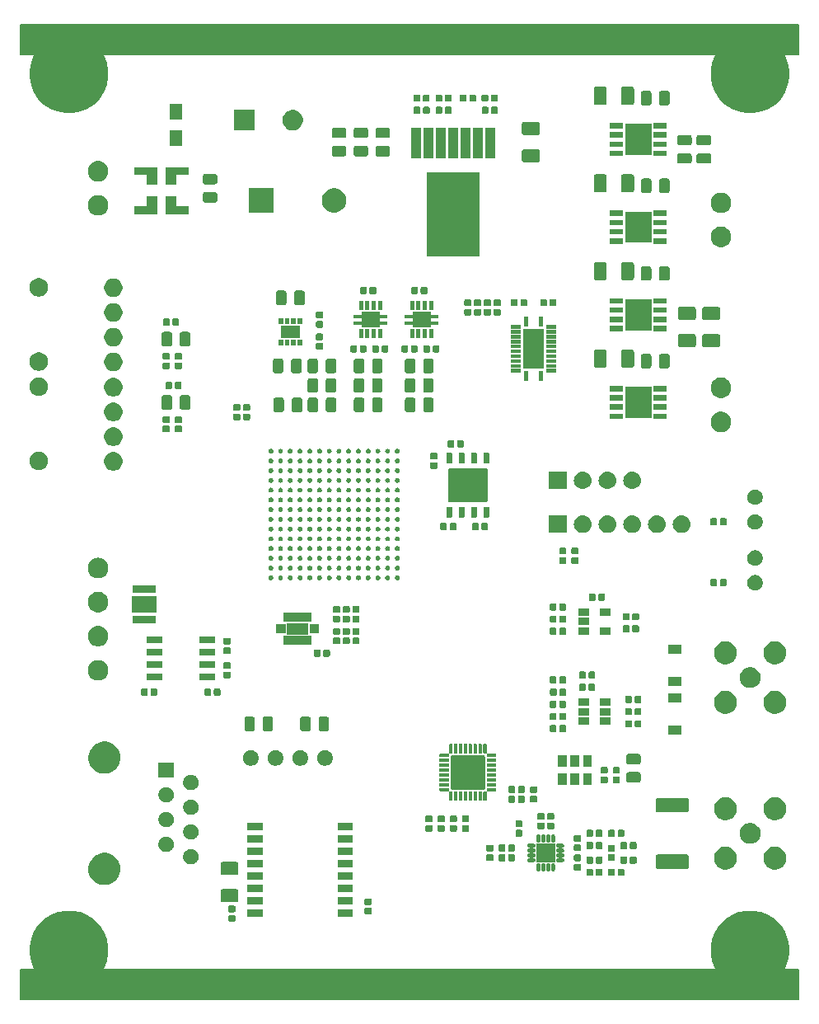
<source format=gbr>
G04 #@! TF.GenerationSoftware,KiCad,Pcbnew,5.0.2-bee76a0~70~ubuntu18.04.1*
G04 #@! TF.CreationDate,2019-01-22T12:03:51-08:00*
G04 #@! TF.ProjectId,controller,636f6e74-726f-46c6-9c65-722e6b696361,rev?*
G04 #@! TF.SameCoordinates,Original*
G04 #@! TF.FileFunction,Soldermask,Top*
G04 #@! TF.FilePolarity,Negative*
%FSLAX46Y46*%
G04 Gerber Fmt 4.6, Leading zero omitted, Abs format (unit mm)*
G04 Created by KiCad (PCBNEW 5.0.2-bee76a0~70~ubuntu18.04.1) date Tue 22 Jan 2019 12:03:51 PM PST*
%MOMM*%
%LPD*%
G01*
G04 APERTURE LIST*
%ADD10C,0.150000*%
%ADD11C,0.100000*%
G04 APERTURE END LIST*
D10*
G36*
X90000000Y-127000000D02*
X90000000Y-130000000D01*
X170000000Y-130000000D01*
X170000000Y-127000000D01*
X90000000Y-127000000D01*
G37*
X90000000Y-127000000D02*
X90000000Y-130000000D01*
X170000000Y-130000000D01*
X170000000Y-127000000D01*
X90000000Y-127000000D01*
G36*
X90000000Y-30000000D02*
X170000000Y-30000000D01*
X170000000Y-33000000D01*
X90000000Y-33000000D01*
X90000000Y-30000000D01*
G37*
X90000000Y-30000000D02*
X170000000Y-30000000D01*
X170000000Y-33000000D01*
X90000000Y-33000000D01*
X90000000Y-30000000D01*
D11*
G36*
X166181341Y-121105639D02*
X166918397Y-121410938D01*
X167581724Y-121854158D01*
X168145842Y-122418276D01*
X168589062Y-123081603D01*
X168894361Y-123818659D01*
X169050000Y-124601109D01*
X169050000Y-125398891D01*
X168894361Y-126181341D01*
X168589062Y-126918397D01*
X168145842Y-127581724D01*
X167581724Y-128145842D01*
X166918397Y-128589062D01*
X166181341Y-128894361D01*
X165398891Y-129050000D01*
X164601109Y-129050000D01*
X163818659Y-128894361D01*
X163081603Y-128589062D01*
X162418276Y-128145842D01*
X161854158Y-127581724D01*
X161410938Y-126918397D01*
X161105639Y-126181341D01*
X160950000Y-125398891D01*
X160950000Y-124601109D01*
X161105639Y-123818659D01*
X161410938Y-123081603D01*
X161854158Y-122418276D01*
X162418276Y-121854158D01*
X163081603Y-121410938D01*
X163818659Y-121105639D01*
X164601109Y-120950000D01*
X165398891Y-120950000D01*
X166181341Y-121105639D01*
X166181341Y-121105639D01*
G37*
G36*
X96181341Y-121105639D02*
X96918397Y-121410938D01*
X97581724Y-121854158D01*
X98145842Y-122418276D01*
X98589062Y-123081603D01*
X98894361Y-123818659D01*
X99050000Y-124601109D01*
X99050000Y-125398891D01*
X98894361Y-126181341D01*
X98589062Y-126918397D01*
X98145842Y-127581724D01*
X97581724Y-128145842D01*
X96918397Y-128589062D01*
X96181341Y-128894361D01*
X95398891Y-129050000D01*
X94601109Y-129050000D01*
X93818659Y-128894361D01*
X93081603Y-128589062D01*
X92418276Y-128145842D01*
X91854158Y-127581724D01*
X91410938Y-126918397D01*
X91105639Y-126181341D01*
X90950000Y-125398891D01*
X90950000Y-124601109D01*
X91105639Y-123818659D01*
X91410938Y-123081603D01*
X91854158Y-122418276D01*
X92418276Y-121854158D01*
X93081603Y-121410938D01*
X93818659Y-121105639D01*
X94601109Y-120950000D01*
X95398891Y-120950000D01*
X96181341Y-121105639D01*
X96181341Y-121105639D01*
G37*
G36*
X112001228Y-121393071D02*
X112028853Y-121401451D01*
X112054313Y-121415060D01*
X112076628Y-121433372D01*
X112094940Y-121455687D01*
X112108549Y-121481147D01*
X112116929Y-121508772D01*
X112120000Y-121539954D01*
X112120000Y-121930046D01*
X112116929Y-121961228D01*
X112108549Y-121988853D01*
X112094940Y-122014313D01*
X112076628Y-122036628D01*
X112054313Y-122054940D01*
X112028853Y-122068549D01*
X112001228Y-122076929D01*
X111970046Y-122080000D01*
X111529954Y-122080000D01*
X111498772Y-122076929D01*
X111471147Y-122068549D01*
X111445687Y-122054940D01*
X111423372Y-122036628D01*
X111405060Y-122014313D01*
X111391451Y-121988853D01*
X111383071Y-121961228D01*
X111380000Y-121930046D01*
X111380000Y-121539954D01*
X111383071Y-121508772D01*
X111391451Y-121481147D01*
X111405060Y-121455687D01*
X111423372Y-121433372D01*
X111445687Y-121415060D01*
X111471147Y-121401451D01*
X111498772Y-121393071D01*
X111529954Y-121390000D01*
X111970046Y-121390000D01*
X112001228Y-121393071D01*
X112001228Y-121393071D01*
G37*
G36*
X124200000Y-121545000D02*
X122600000Y-121545000D01*
X122600000Y-120845000D01*
X124200000Y-120845000D01*
X124200000Y-121545000D01*
X124200000Y-121545000D01*
G37*
G36*
X114900000Y-121545000D02*
X113300000Y-121545000D01*
X113300000Y-120845000D01*
X114900000Y-120845000D01*
X114900000Y-121545000D01*
X114900000Y-121545000D01*
G37*
G36*
X126001228Y-120643071D02*
X126028853Y-120651451D01*
X126054313Y-120665060D01*
X126076628Y-120683372D01*
X126094940Y-120705687D01*
X126108549Y-120731147D01*
X126116929Y-120758772D01*
X126120000Y-120789954D01*
X126120000Y-121180046D01*
X126116929Y-121211228D01*
X126108549Y-121238853D01*
X126094940Y-121264313D01*
X126076628Y-121286628D01*
X126054313Y-121304940D01*
X126028853Y-121318549D01*
X126001228Y-121326929D01*
X125970046Y-121330000D01*
X125529954Y-121330000D01*
X125498772Y-121326929D01*
X125471147Y-121318549D01*
X125445687Y-121304940D01*
X125423372Y-121286628D01*
X125405060Y-121264313D01*
X125391451Y-121238853D01*
X125383071Y-121211228D01*
X125380000Y-121180046D01*
X125380000Y-120789954D01*
X125383071Y-120758772D01*
X125391451Y-120731147D01*
X125405060Y-120705687D01*
X125423372Y-120683372D01*
X125445687Y-120665060D01*
X125471147Y-120651451D01*
X125498772Y-120643071D01*
X125529954Y-120640000D01*
X125970046Y-120640000D01*
X126001228Y-120643071D01*
X126001228Y-120643071D01*
G37*
G36*
X112001228Y-120423071D02*
X112028853Y-120431451D01*
X112054313Y-120445060D01*
X112076628Y-120463372D01*
X112094940Y-120485687D01*
X112108549Y-120511147D01*
X112116929Y-120538772D01*
X112120000Y-120569954D01*
X112120000Y-120960046D01*
X112116929Y-120991228D01*
X112108549Y-121018853D01*
X112094940Y-121044313D01*
X112076628Y-121066628D01*
X112054313Y-121084940D01*
X112028853Y-121098549D01*
X112001228Y-121106929D01*
X111970046Y-121110000D01*
X111529954Y-121110000D01*
X111498772Y-121106929D01*
X111471147Y-121098549D01*
X111445687Y-121084940D01*
X111423372Y-121066628D01*
X111405060Y-121044313D01*
X111391451Y-121018853D01*
X111383071Y-120991228D01*
X111380000Y-120960046D01*
X111380000Y-120569954D01*
X111383071Y-120538772D01*
X111391451Y-120511147D01*
X111405060Y-120485687D01*
X111423372Y-120463372D01*
X111445687Y-120445060D01*
X111471147Y-120431451D01*
X111498772Y-120423071D01*
X111529954Y-120420000D01*
X111970046Y-120420000D01*
X112001228Y-120423071D01*
X112001228Y-120423071D01*
G37*
G36*
X126001228Y-119673071D02*
X126028853Y-119681451D01*
X126054313Y-119695060D01*
X126076628Y-119713372D01*
X126094940Y-119735687D01*
X126108549Y-119761147D01*
X126116929Y-119788772D01*
X126120000Y-119819954D01*
X126120000Y-120210046D01*
X126116929Y-120241228D01*
X126108549Y-120268853D01*
X126094940Y-120294313D01*
X126076628Y-120316628D01*
X126054313Y-120334940D01*
X126028853Y-120348549D01*
X126001228Y-120356929D01*
X125970046Y-120360000D01*
X125529954Y-120360000D01*
X125498772Y-120356929D01*
X125471147Y-120348549D01*
X125445687Y-120334940D01*
X125423372Y-120316628D01*
X125405060Y-120294313D01*
X125391451Y-120268853D01*
X125383071Y-120241228D01*
X125380000Y-120210046D01*
X125380000Y-119819954D01*
X125383071Y-119788772D01*
X125391451Y-119761147D01*
X125405060Y-119735687D01*
X125423372Y-119713372D01*
X125445687Y-119695060D01*
X125471147Y-119681451D01*
X125498772Y-119673071D01*
X125529954Y-119670000D01*
X125970046Y-119670000D01*
X126001228Y-119673071D01*
X126001228Y-119673071D01*
G37*
G36*
X114900000Y-120275000D02*
X113300000Y-120275000D01*
X113300000Y-119575000D01*
X114900000Y-119575000D01*
X114900000Y-120275000D01*
X114900000Y-120275000D01*
G37*
G36*
X124200000Y-120275000D02*
X122600000Y-120275000D01*
X122600000Y-119575000D01*
X124200000Y-119575000D01*
X124200000Y-120275000D01*
X124200000Y-120275000D01*
G37*
G36*
X112231772Y-118729848D02*
X112276752Y-118743493D01*
X112318203Y-118765649D01*
X112354535Y-118795465D01*
X112384351Y-118831797D01*
X112406507Y-118873248D01*
X112420152Y-118918228D01*
X112425000Y-118967454D01*
X112425000Y-119832546D01*
X112420152Y-119881772D01*
X112406507Y-119926752D01*
X112384351Y-119968203D01*
X112354535Y-120004535D01*
X112318203Y-120034351D01*
X112276752Y-120056507D01*
X112231772Y-120070152D01*
X112182546Y-120075000D01*
X110817454Y-120075000D01*
X110768228Y-120070152D01*
X110723248Y-120056507D01*
X110681797Y-120034351D01*
X110645465Y-120004535D01*
X110615649Y-119968203D01*
X110593493Y-119926752D01*
X110579848Y-119881772D01*
X110575000Y-119832546D01*
X110575000Y-118967454D01*
X110579848Y-118918228D01*
X110593493Y-118873248D01*
X110615649Y-118831797D01*
X110645465Y-118795465D01*
X110681797Y-118765649D01*
X110723248Y-118743493D01*
X110768228Y-118729848D01*
X110817454Y-118725000D01*
X112182546Y-118725000D01*
X112231772Y-118729848D01*
X112231772Y-118729848D01*
G37*
G36*
X124200000Y-119005000D02*
X122600000Y-119005000D01*
X122600000Y-118305000D01*
X124200000Y-118305000D01*
X124200000Y-119005000D01*
X124200000Y-119005000D01*
G37*
G36*
X114900000Y-119005000D02*
X113300000Y-119005000D01*
X113300000Y-118305000D01*
X114900000Y-118305000D01*
X114900000Y-119005000D01*
X114900000Y-119005000D01*
G37*
G36*
X98971899Y-115041704D02*
X99131287Y-115073408D01*
X99255667Y-115124928D01*
X99431567Y-115197788D01*
X99701816Y-115378362D01*
X99931638Y-115608184D01*
X100112212Y-115878433D01*
X100154760Y-115981153D01*
X100236592Y-116178713D01*
X100241957Y-116205687D01*
X100300000Y-116497488D01*
X100300000Y-116822512D01*
X100285162Y-116897106D01*
X100236592Y-117141287D01*
X100210394Y-117204535D01*
X100112212Y-117441567D01*
X99931638Y-117711816D01*
X99701816Y-117941638D01*
X99431567Y-118122212D01*
X99255667Y-118195072D01*
X99131287Y-118246592D01*
X98971899Y-118278296D01*
X98812512Y-118310000D01*
X98487488Y-118310000D01*
X98328101Y-118278296D01*
X98168713Y-118246592D01*
X98044333Y-118195072D01*
X97868433Y-118122212D01*
X97598184Y-117941638D01*
X97368362Y-117711816D01*
X97187788Y-117441567D01*
X97089606Y-117204535D01*
X97063408Y-117141287D01*
X97014838Y-116897106D01*
X97000000Y-116822512D01*
X97000000Y-116497488D01*
X97058043Y-116205687D01*
X97063408Y-116178713D01*
X97145240Y-115981153D01*
X97187788Y-115878433D01*
X97368362Y-115608184D01*
X97598184Y-115378362D01*
X97868433Y-115197788D01*
X98044333Y-115124928D01*
X98168713Y-115073408D01*
X98328101Y-115041704D01*
X98487488Y-115010000D01*
X98812512Y-115010000D01*
X98971899Y-115041704D01*
X98971899Y-115041704D01*
G37*
G36*
X114900000Y-117735000D02*
X113300000Y-117735000D01*
X113300000Y-117035000D01*
X114900000Y-117035000D01*
X114900000Y-117735000D01*
X114900000Y-117735000D01*
G37*
G36*
X124200000Y-117735000D02*
X122600000Y-117735000D01*
X122600000Y-117035000D01*
X124200000Y-117035000D01*
X124200000Y-117735000D01*
X124200000Y-117735000D01*
G37*
G36*
X151961228Y-116633071D02*
X151988853Y-116641451D01*
X152014313Y-116655060D01*
X152036628Y-116673372D01*
X152054940Y-116695687D01*
X152068549Y-116721147D01*
X152076929Y-116748772D01*
X152080000Y-116779954D01*
X152080000Y-117220046D01*
X152076929Y-117251228D01*
X152068549Y-117278853D01*
X152054940Y-117304313D01*
X152036628Y-117326628D01*
X152014313Y-117344940D01*
X151988853Y-117358549D01*
X151961228Y-117366929D01*
X151930046Y-117370000D01*
X151539954Y-117370000D01*
X151508772Y-117366929D01*
X151481147Y-117358549D01*
X151455687Y-117344940D01*
X151433372Y-117326628D01*
X151415060Y-117304313D01*
X151401451Y-117278853D01*
X151393071Y-117251228D01*
X151390000Y-117220046D01*
X151390000Y-116779954D01*
X151393071Y-116748772D01*
X151401451Y-116721147D01*
X151415060Y-116695687D01*
X151433372Y-116673372D01*
X151455687Y-116655060D01*
X151481147Y-116641451D01*
X151508772Y-116633071D01*
X151539954Y-116630000D01*
X151930046Y-116630000D01*
X151961228Y-116633071D01*
X151961228Y-116633071D01*
G37*
G36*
X150991228Y-116633071D02*
X151018853Y-116641451D01*
X151044313Y-116655060D01*
X151066628Y-116673372D01*
X151084940Y-116695687D01*
X151098549Y-116721147D01*
X151106929Y-116748772D01*
X151110000Y-116779954D01*
X151110000Y-117220046D01*
X151106929Y-117251228D01*
X151098549Y-117278853D01*
X151084940Y-117304313D01*
X151066628Y-117326628D01*
X151044313Y-117344940D01*
X151018853Y-117358549D01*
X150991228Y-117366929D01*
X150960046Y-117370000D01*
X150569954Y-117370000D01*
X150538772Y-117366929D01*
X150511147Y-117358549D01*
X150485687Y-117344940D01*
X150463372Y-117326628D01*
X150445060Y-117304313D01*
X150431451Y-117278853D01*
X150423071Y-117251228D01*
X150420000Y-117220046D01*
X150420000Y-116779954D01*
X150423071Y-116748772D01*
X150431451Y-116721147D01*
X150445060Y-116695687D01*
X150463372Y-116673372D01*
X150485687Y-116655060D01*
X150511147Y-116641451D01*
X150538772Y-116633071D01*
X150569954Y-116630000D01*
X150960046Y-116630000D01*
X150991228Y-116633071D01*
X150991228Y-116633071D01*
G37*
G36*
X149711228Y-116633071D02*
X149738853Y-116641451D01*
X149764313Y-116655060D01*
X149786628Y-116673372D01*
X149804940Y-116695687D01*
X149818549Y-116721147D01*
X149826929Y-116748772D01*
X149830000Y-116779954D01*
X149830000Y-117220046D01*
X149826929Y-117251228D01*
X149818549Y-117278853D01*
X149804940Y-117304313D01*
X149786628Y-117326628D01*
X149764313Y-117344940D01*
X149738853Y-117358549D01*
X149711228Y-117366929D01*
X149680046Y-117370000D01*
X149289954Y-117370000D01*
X149258772Y-117366929D01*
X149231147Y-117358549D01*
X149205687Y-117344940D01*
X149183372Y-117326628D01*
X149165060Y-117304313D01*
X149151451Y-117278853D01*
X149143071Y-117251228D01*
X149140000Y-117220046D01*
X149140000Y-116779954D01*
X149143071Y-116748772D01*
X149151451Y-116721147D01*
X149165060Y-116695687D01*
X149183372Y-116673372D01*
X149205687Y-116655060D01*
X149231147Y-116641451D01*
X149258772Y-116633071D01*
X149289954Y-116630000D01*
X149680046Y-116630000D01*
X149711228Y-116633071D01*
X149711228Y-116633071D01*
G37*
G36*
X148741228Y-116633071D02*
X148768853Y-116641451D01*
X148794313Y-116655060D01*
X148816628Y-116673372D01*
X148834940Y-116695687D01*
X148848549Y-116721147D01*
X148856929Y-116748772D01*
X148860000Y-116779954D01*
X148860000Y-117220046D01*
X148856929Y-117251228D01*
X148848549Y-117278853D01*
X148834940Y-117304313D01*
X148816628Y-117326628D01*
X148794313Y-117344940D01*
X148768853Y-117358549D01*
X148741228Y-117366929D01*
X148710046Y-117370000D01*
X148319954Y-117370000D01*
X148288772Y-117366929D01*
X148261147Y-117358549D01*
X148235687Y-117344940D01*
X148213372Y-117326628D01*
X148195060Y-117304313D01*
X148181451Y-117278853D01*
X148173071Y-117251228D01*
X148170000Y-117220046D01*
X148170000Y-116779954D01*
X148173071Y-116748772D01*
X148181451Y-116721147D01*
X148195060Y-116695687D01*
X148213372Y-116673372D01*
X148235687Y-116655060D01*
X148261147Y-116641451D01*
X148288772Y-116633071D01*
X148319954Y-116630000D01*
X148710046Y-116630000D01*
X148741228Y-116633071D01*
X148741228Y-116633071D01*
G37*
G36*
X112231772Y-115929848D02*
X112276752Y-115943493D01*
X112318203Y-115965649D01*
X112354535Y-115995465D01*
X112384351Y-116031797D01*
X112406507Y-116073248D01*
X112420152Y-116118228D01*
X112425000Y-116167454D01*
X112425000Y-117032546D01*
X112420152Y-117081772D01*
X112406507Y-117126752D01*
X112384351Y-117168203D01*
X112354535Y-117204535D01*
X112318203Y-117234351D01*
X112276752Y-117256507D01*
X112231772Y-117270152D01*
X112182546Y-117275000D01*
X110817454Y-117275000D01*
X110768228Y-117270152D01*
X110723248Y-117256507D01*
X110681797Y-117234351D01*
X110645465Y-117204535D01*
X110615649Y-117168203D01*
X110593493Y-117126752D01*
X110579848Y-117081772D01*
X110575000Y-117032546D01*
X110575000Y-116167454D01*
X110579848Y-116118228D01*
X110593493Y-116073248D01*
X110615649Y-116031797D01*
X110645465Y-115995465D01*
X110681797Y-115965649D01*
X110723248Y-115943493D01*
X110768228Y-115929848D01*
X110817454Y-115925000D01*
X112182546Y-115925000D01*
X112231772Y-115929848D01*
X112231772Y-115929848D01*
G37*
G36*
X143257374Y-116049759D02*
X143289206Y-116052894D01*
X143326907Y-116064330D01*
X143361652Y-116082902D01*
X143392106Y-116107894D01*
X143417098Y-116138348D01*
X143435670Y-116173093D01*
X143447106Y-116210794D01*
X143450000Y-116240179D01*
X143450000Y-116709821D01*
X143447106Y-116739206D01*
X143435670Y-116776907D01*
X143417098Y-116811652D01*
X143392106Y-116842106D01*
X143361652Y-116867098D01*
X143326906Y-116885670D01*
X143289205Y-116897106D01*
X143250000Y-116900967D01*
X143210794Y-116897106D01*
X143173093Y-116885670D01*
X143138348Y-116867098D01*
X143107894Y-116842106D01*
X143082902Y-116811652D01*
X143064330Y-116776906D01*
X143052894Y-116739205D01*
X143050000Y-116709820D01*
X143050001Y-116240179D01*
X143052895Y-116210794D01*
X143064331Y-116173093D01*
X143082903Y-116138348D01*
X143107895Y-116107894D01*
X143138349Y-116082902D01*
X143173094Y-116064330D01*
X143210795Y-116052894D01*
X143242626Y-116049759D01*
X143250847Y-116048124D01*
X143257374Y-116049759D01*
X143257374Y-116049759D01*
G37*
G36*
X143757374Y-116049759D02*
X143789206Y-116052894D01*
X143826907Y-116064330D01*
X143861652Y-116082902D01*
X143892106Y-116107894D01*
X143917098Y-116138348D01*
X143935670Y-116173093D01*
X143947106Y-116210794D01*
X143950000Y-116240179D01*
X143950000Y-116709821D01*
X143947106Y-116739206D01*
X143935670Y-116776907D01*
X143917098Y-116811652D01*
X143892106Y-116842106D01*
X143861652Y-116867098D01*
X143826906Y-116885670D01*
X143789205Y-116897106D01*
X143750000Y-116900967D01*
X143710794Y-116897106D01*
X143673093Y-116885670D01*
X143638348Y-116867098D01*
X143607894Y-116842106D01*
X143582902Y-116811652D01*
X143564330Y-116776906D01*
X143552894Y-116739205D01*
X143550000Y-116709821D01*
X143550001Y-116240179D01*
X143552895Y-116210794D01*
X143564331Y-116173093D01*
X143582903Y-116138348D01*
X143607895Y-116107894D01*
X143638349Y-116082902D01*
X143673094Y-116064330D01*
X143710795Y-116052894D01*
X143742626Y-116049759D01*
X143750847Y-116048124D01*
X143757374Y-116049759D01*
X143757374Y-116049759D01*
G37*
G36*
X144257374Y-116049759D02*
X144289206Y-116052894D01*
X144326907Y-116064330D01*
X144361652Y-116082902D01*
X144392106Y-116107894D01*
X144417098Y-116138348D01*
X144435670Y-116173093D01*
X144447106Y-116210794D01*
X144450000Y-116240179D01*
X144450000Y-116709821D01*
X144447106Y-116739206D01*
X144435670Y-116776907D01*
X144417098Y-116811652D01*
X144392106Y-116842106D01*
X144361652Y-116867098D01*
X144326906Y-116885670D01*
X144289205Y-116897106D01*
X144250000Y-116900967D01*
X144210794Y-116897106D01*
X144173093Y-116885670D01*
X144138348Y-116867098D01*
X144107894Y-116842106D01*
X144082902Y-116811652D01*
X144064330Y-116776906D01*
X144052894Y-116739205D01*
X144050000Y-116709821D01*
X144050001Y-116240179D01*
X144052895Y-116210794D01*
X144064331Y-116173093D01*
X144082903Y-116138348D01*
X144107895Y-116107894D01*
X144138349Y-116082902D01*
X144173094Y-116064330D01*
X144210795Y-116052894D01*
X144242626Y-116049759D01*
X144250847Y-116048124D01*
X144257374Y-116049759D01*
X144257374Y-116049759D01*
G37*
G36*
X144757374Y-116049759D02*
X144789206Y-116052894D01*
X144826907Y-116064330D01*
X144861652Y-116082902D01*
X144892106Y-116107894D01*
X144917098Y-116138348D01*
X144935670Y-116173093D01*
X144947106Y-116210794D01*
X144950000Y-116240179D01*
X144950000Y-116709821D01*
X144947106Y-116739206D01*
X144935670Y-116776907D01*
X144917098Y-116811652D01*
X144892106Y-116842106D01*
X144861652Y-116867098D01*
X144826906Y-116885670D01*
X144789205Y-116897106D01*
X144750000Y-116900967D01*
X144710794Y-116897106D01*
X144673093Y-116885670D01*
X144638348Y-116867098D01*
X144607894Y-116842106D01*
X144582902Y-116811652D01*
X144564330Y-116776906D01*
X144552894Y-116739205D01*
X144550000Y-116709821D01*
X144550001Y-116240179D01*
X144552895Y-116210794D01*
X144564331Y-116173093D01*
X144582903Y-116138348D01*
X144607895Y-116107894D01*
X144638349Y-116082902D01*
X144673094Y-116064330D01*
X144710795Y-116052894D01*
X144742626Y-116049759D01*
X144750847Y-116048124D01*
X144757374Y-116049759D01*
X144757374Y-116049759D01*
G37*
G36*
X147501228Y-116143071D02*
X147528853Y-116151451D01*
X147554313Y-116165060D01*
X147576628Y-116183372D01*
X147594940Y-116205687D01*
X147608549Y-116231147D01*
X147616929Y-116258772D01*
X147620000Y-116289954D01*
X147620000Y-116680046D01*
X147616929Y-116711228D01*
X147608549Y-116738853D01*
X147594940Y-116764313D01*
X147576628Y-116786628D01*
X147554313Y-116804940D01*
X147528853Y-116818549D01*
X147501228Y-116826929D01*
X147470046Y-116830000D01*
X147029954Y-116830000D01*
X146998772Y-116826929D01*
X146971147Y-116818549D01*
X146945687Y-116804940D01*
X146923372Y-116786628D01*
X146905060Y-116764313D01*
X146891451Y-116738853D01*
X146883071Y-116711228D01*
X146880000Y-116680046D01*
X146880000Y-116289954D01*
X146883071Y-116258772D01*
X146891451Y-116231147D01*
X146905060Y-116205687D01*
X146923372Y-116183372D01*
X146945687Y-116165060D01*
X146971147Y-116151451D01*
X146998772Y-116143071D01*
X147029954Y-116140000D01*
X147470046Y-116140000D01*
X147501228Y-116143071D01*
X147501228Y-116143071D01*
G37*
G36*
X162802734Y-114410154D02*
X162962737Y-114476430D01*
X163016571Y-114498729D01*
X163209019Y-114627318D01*
X163372682Y-114790981D01*
X163440251Y-114892106D01*
X163501271Y-114983429D01*
X163589846Y-115197266D01*
X163635000Y-115424272D01*
X163635000Y-115655728D01*
X163589846Y-115882734D01*
X163520962Y-116049033D01*
X163501271Y-116096571D01*
X163372682Y-116289019D01*
X163209019Y-116452682D01*
X163141960Y-116497489D01*
X163016571Y-116581271D01*
X162802734Y-116669846D01*
X162575728Y-116715000D01*
X162344272Y-116715000D01*
X162117266Y-116669846D01*
X161903429Y-116581271D01*
X161778040Y-116497489D01*
X161710981Y-116452682D01*
X161547318Y-116289019D01*
X161418729Y-116096571D01*
X161399038Y-116049033D01*
X161330154Y-115882734D01*
X161285000Y-115655728D01*
X161285000Y-115424272D01*
X161330154Y-115197266D01*
X161418729Y-114983429D01*
X161479749Y-114892106D01*
X161547318Y-114790981D01*
X161710981Y-114627318D01*
X161903429Y-114498729D01*
X161957263Y-114476430D01*
X162117266Y-114410154D01*
X162344272Y-114365000D01*
X162575728Y-114365000D01*
X162802734Y-114410154D01*
X162802734Y-114410154D01*
G37*
G36*
X167882734Y-114410154D02*
X168042737Y-114476430D01*
X168096571Y-114498729D01*
X168289019Y-114627318D01*
X168452682Y-114790981D01*
X168520251Y-114892106D01*
X168581271Y-114983429D01*
X168669846Y-115197266D01*
X168715000Y-115424272D01*
X168715000Y-115655728D01*
X168669846Y-115882734D01*
X168600962Y-116049033D01*
X168581271Y-116096571D01*
X168452682Y-116289019D01*
X168289019Y-116452682D01*
X168221960Y-116497489D01*
X168096571Y-116581271D01*
X167882734Y-116669846D01*
X167655728Y-116715000D01*
X167424272Y-116715000D01*
X167197266Y-116669846D01*
X166983429Y-116581271D01*
X166858040Y-116497489D01*
X166790981Y-116452682D01*
X166627318Y-116289019D01*
X166498729Y-116096571D01*
X166479038Y-116049033D01*
X166410154Y-115882734D01*
X166365000Y-115655728D01*
X166365000Y-115424272D01*
X166410154Y-115197266D01*
X166498729Y-114983429D01*
X166559749Y-114892106D01*
X166627318Y-114790981D01*
X166790981Y-114627318D01*
X166983429Y-114498729D01*
X167037263Y-114476430D01*
X167197266Y-114410154D01*
X167424272Y-114365000D01*
X167655728Y-114365000D01*
X167882734Y-114410154D01*
X167882734Y-114410154D01*
G37*
G36*
X158534160Y-115179791D02*
X158578581Y-115193266D01*
X158619521Y-115215149D01*
X158655403Y-115244597D01*
X158684851Y-115280479D01*
X158706734Y-115321419D01*
X158720209Y-115365840D01*
X158725000Y-115414490D01*
X158725000Y-116385510D01*
X158720209Y-116434160D01*
X158706734Y-116478581D01*
X158684851Y-116519521D01*
X158655403Y-116555403D01*
X158619521Y-116584851D01*
X158578581Y-116606734D01*
X158534160Y-116620209D01*
X158485510Y-116625000D01*
X155514490Y-116625000D01*
X155465840Y-116620209D01*
X155421419Y-116606734D01*
X155380479Y-116584851D01*
X155344597Y-116555403D01*
X155315149Y-116519521D01*
X155293266Y-116478581D01*
X155279791Y-116434160D01*
X155275000Y-116385510D01*
X155275000Y-115414490D01*
X155279791Y-115365840D01*
X155293266Y-115321419D01*
X155315149Y-115280479D01*
X155344597Y-115244597D01*
X155380479Y-115215149D01*
X155421419Y-115193266D01*
X155465840Y-115179791D01*
X155514490Y-115175000D01*
X158485510Y-115175000D01*
X158534160Y-115179791D01*
X158534160Y-115179791D01*
G37*
G36*
X124200000Y-116465000D02*
X122600000Y-116465000D01*
X122600000Y-115765000D01*
X124200000Y-115765000D01*
X124200000Y-116465000D01*
X124200000Y-116465000D01*
G37*
G36*
X114900000Y-116465000D02*
X113300000Y-116465000D01*
X113300000Y-115765000D01*
X114900000Y-115765000D01*
X114900000Y-116465000D01*
X114900000Y-116465000D01*
G37*
G36*
X107769616Y-114620000D02*
X107773351Y-114620743D01*
X107918942Y-114681049D01*
X108049090Y-114768011D01*
X108049973Y-114768601D01*
X108161399Y-114880027D01*
X108161401Y-114880030D01*
X108248951Y-115011058D01*
X108271017Y-115064330D01*
X108309257Y-115156649D01*
X108340000Y-115311206D01*
X108340000Y-115468794D01*
X108323895Y-115549759D01*
X108309257Y-115623351D01*
X108248951Y-115768942D01*
X108172918Y-115882734D01*
X108161399Y-115899973D01*
X108049973Y-116011399D01*
X108049970Y-116011401D01*
X107918942Y-116098951D01*
X107823827Y-116138349D01*
X107773351Y-116159257D01*
X107618794Y-116190000D01*
X107461206Y-116190000D01*
X107306649Y-116159257D01*
X107256173Y-116138349D01*
X107161058Y-116098951D01*
X107030030Y-116011401D01*
X107030027Y-116011399D01*
X106918601Y-115899973D01*
X106907082Y-115882734D01*
X106831049Y-115768942D01*
X106770743Y-115623351D01*
X106756105Y-115549759D01*
X106740000Y-115468794D01*
X106740000Y-115311206D01*
X106770743Y-115156649D01*
X106808983Y-115064330D01*
X106831049Y-115011058D01*
X106918599Y-114880030D01*
X106918601Y-114880027D01*
X107030027Y-114768601D01*
X107030910Y-114768011D01*
X107161058Y-114681049D01*
X107306649Y-114620743D01*
X107310384Y-114620000D01*
X107461206Y-114590000D01*
X107618794Y-114590000D01*
X107769616Y-114620000D01*
X107769616Y-114620000D01*
G37*
G36*
X152241228Y-115383071D02*
X152268853Y-115391451D01*
X152294313Y-115405060D01*
X152316628Y-115423372D01*
X152334940Y-115445687D01*
X152348549Y-115471147D01*
X152356929Y-115498772D01*
X152360000Y-115529954D01*
X152360000Y-115970046D01*
X152356929Y-116001228D01*
X152348549Y-116028853D01*
X152334940Y-116054313D01*
X152316628Y-116076628D01*
X152294313Y-116094940D01*
X152268853Y-116108549D01*
X152241228Y-116116929D01*
X152210046Y-116120000D01*
X151819954Y-116120000D01*
X151788772Y-116116929D01*
X151761147Y-116108549D01*
X151735687Y-116094940D01*
X151713372Y-116076628D01*
X151695060Y-116054313D01*
X151681451Y-116028853D01*
X151673071Y-116001228D01*
X151670000Y-115970046D01*
X151670000Y-115529954D01*
X151673071Y-115498772D01*
X151681451Y-115471147D01*
X151695060Y-115445687D01*
X151713372Y-115423372D01*
X151735687Y-115405060D01*
X151761147Y-115391451D01*
X151788772Y-115383071D01*
X151819954Y-115380000D01*
X152210046Y-115380000D01*
X152241228Y-115383071D01*
X152241228Y-115383071D01*
G37*
G36*
X149711228Y-115383071D02*
X149738853Y-115391451D01*
X149764313Y-115405060D01*
X149786628Y-115423372D01*
X149804940Y-115445687D01*
X149818549Y-115471147D01*
X149826929Y-115498772D01*
X149830000Y-115529954D01*
X149830000Y-115970046D01*
X149826929Y-116001228D01*
X149818549Y-116028853D01*
X149804940Y-116054313D01*
X149786628Y-116076628D01*
X149764313Y-116094940D01*
X149738853Y-116108549D01*
X149711228Y-116116929D01*
X149680046Y-116120000D01*
X149289954Y-116120000D01*
X149258772Y-116116929D01*
X149231147Y-116108549D01*
X149205687Y-116094940D01*
X149183372Y-116076628D01*
X149165060Y-116054313D01*
X149151451Y-116028853D01*
X149143071Y-116001228D01*
X149140000Y-115970046D01*
X149140000Y-115529954D01*
X149143071Y-115498772D01*
X149151451Y-115471147D01*
X149165060Y-115445687D01*
X149183372Y-115423372D01*
X149205687Y-115405060D01*
X149231147Y-115391451D01*
X149258772Y-115383071D01*
X149289954Y-115380000D01*
X149680046Y-115380000D01*
X149711228Y-115383071D01*
X149711228Y-115383071D01*
G37*
G36*
X153211228Y-115383071D02*
X153238853Y-115391451D01*
X153264313Y-115405060D01*
X153286628Y-115423372D01*
X153304940Y-115445687D01*
X153318549Y-115471147D01*
X153326929Y-115498772D01*
X153330000Y-115529954D01*
X153330000Y-115970046D01*
X153326929Y-116001228D01*
X153318549Y-116028853D01*
X153304940Y-116054313D01*
X153286628Y-116076628D01*
X153264313Y-116094940D01*
X153238853Y-116108549D01*
X153211228Y-116116929D01*
X153180046Y-116120000D01*
X152789954Y-116120000D01*
X152758772Y-116116929D01*
X152731147Y-116108549D01*
X152705687Y-116094940D01*
X152683372Y-116076628D01*
X152665060Y-116054313D01*
X152651451Y-116028853D01*
X152643071Y-116001228D01*
X152640000Y-115970046D01*
X152640000Y-115529954D01*
X152643071Y-115498772D01*
X152651451Y-115471147D01*
X152665060Y-115445687D01*
X152683372Y-115423372D01*
X152705687Y-115405060D01*
X152731147Y-115391451D01*
X152758772Y-115383071D01*
X152789954Y-115380000D01*
X153180046Y-115380000D01*
X153211228Y-115383071D01*
X153211228Y-115383071D01*
G37*
G36*
X148741228Y-115383071D02*
X148768853Y-115391451D01*
X148794313Y-115405060D01*
X148816628Y-115423372D01*
X148834940Y-115445687D01*
X148848549Y-115471147D01*
X148856929Y-115498772D01*
X148860000Y-115529954D01*
X148860000Y-115970046D01*
X148856929Y-116001228D01*
X148848549Y-116028853D01*
X148834940Y-116054313D01*
X148816628Y-116076628D01*
X148794313Y-116094940D01*
X148768853Y-116108549D01*
X148741228Y-116116929D01*
X148710046Y-116120000D01*
X148319954Y-116120000D01*
X148288772Y-116116929D01*
X148261147Y-116108549D01*
X148235687Y-116094940D01*
X148213372Y-116076628D01*
X148195060Y-116054313D01*
X148181451Y-116028853D01*
X148173071Y-116001228D01*
X148170000Y-115970046D01*
X148170000Y-115529954D01*
X148173071Y-115498772D01*
X148181451Y-115471147D01*
X148195060Y-115445687D01*
X148213372Y-115423372D01*
X148235687Y-115405060D01*
X148261147Y-115391451D01*
X148288772Y-115383071D01*
X148319954Y-115380000D01*
X148710046Y-115380000D01*
X148741228Y-115383071D01*
X148741228Y-115383071D01*
G37*
G36*
X144762275Y-114050000D02*
X144950000Y-114050000D01*
X144950000Y-114237725D01*
X144950961Y-114247480D01*
X144951790Y-114250211D01*
X144950000Y-114262275D01*
X144950000Y-114737725D01*
X144950961Y-114747480D01*
X144951790Y-114750211D01*
X144950000Y-114762275D01*
X144950000Y-115237725D01*
X144950961Y-115247480D01*
X144951790Y-115250211D01*
X144950000Y-115262275D01*
X144950000Y-115737725D01*
X144950961Y-115747480D01*
X144951790Y-115750211D01*
X144950000Y-115762275D01*
X144950000Y-115950000D01*
X144762275Y-115950000D01*
X144752520Y-115950961D01*
X144749789Y-115951790D01*
X144737725Y-115950000D01*
X144262275Y-115950000D01*
X144252520Y-115950961D01*
X144249789Y-115951790D01*
X144237725Y-115950000D01*
X143762275Y-115950000D01*
X143752520Y-115950961D01*
X143749789Y-115951790D01*
X143737725Y-115950000D01*
X143262275Y-115950000D01*
X143252520Y-115950961D01*
X143249789Y-115951790D01*
X143237725Y-115950000D01*
X143050000Y-115950000D01*
X143050000Y-115762275D01*
X143049039Y-115752520D01*
X143048210Y-115749789D01*
X143050000Y-115737725D01*
X143050000Y-115262275D01*
X143049039Y-115252520D01*
X143048210Y-115249789D01*
X143050000Y-115237725D01*
X143050000Y-114762275D01*
X143049039Y-114752520D01*
X143048210Y-114749789D01*
X143050000Y-114737725D01*
X143050000Y-114262275D01*
X143049039Y-114252520D01*
X143048210Y-114249789D01*
X143050000Y-114237725D01*
X143050000Y-114050000D01*
X143237725Y-114050000D01*
X143247480Y-114049039D01*
X143250211Y-114048210D01*
X143262275Y-114050000D01*
X143737725Y-114050000D01*
X143747480Y-114049039D01*
X143750211Y-114048210D01*
X143762275Y-114050000D01*
X144237725Y-114050000D01*
X144247480Y-114049039D01*
X144250211Y-114048210D01*
X144262275Y-114050000D01*
X144737725Y-114050000D01*
X144747480Y-114049039D01*
X144750211Y-114048210D01*
X144762275Y-114050000D01*
X144762275Y-114050000D01*
G37*
G36*
X142789206Y-114052894D02*
X142826907Y-114064330D01*
X142861652Y-114082902D01*
X142892106Y-114107894D01*
X142917098Y-114138348D01*
X142935670Y-114173093D01*
X142947106Y-114210794D01*
X142950241Y-114242626D01*
X142951876Y-114250846D01*
X142950241Y-114257374D01*
X142947106Y-114289206D01*
X142935670Y-114326907D01*
X142917098Y-114361652D01*
X142892106Y-114392106D01*
X142861652Y-114417098D01*
X142826907Y-114435670D01*
X142789206Y-114447106D01*
X142757374Y-114450241D01*
X142747761Y-114452153D01*
X142738705Y-114455904D01*
X142730555Y-114461350D01*
X142723624Y-114468280D01*
X142718179Y-114476430D01*
X142714428Y-114485486D01*
X142712516Y-114495099D01*
X142712516Y-114504901D01*
X142714428Y-114514514D01*
X142718179Y-114523570D01*
X142723625Y-114531720D01*
X142730555Y-114538651D01*
X142738705Y-114544096D01*
X142747761Y-114547847D01*
X142757374Y-114549759D01*
X142789206Y-114552894D01*
X142826907Y-114564330D01*
X142861652Y-114582902D01*
X142892106Y-114607894D01*
X142917098Y-114638348D01*
X142935670Y-114673093D01*
X142947106Y-114710794D01*
X142950241Y-114742626D01*
X142951876Y-114750846D01*
X142950241Y-114757374D01*
X142947106Y-114789206D01*
X142935670Y-114826907D01*
X142917098Y-114861652D01*
X142892106Y-114892106D01*
X142861652Y-114917098D01*
X142826907Y-114935670D01*
X142789206Y-114947106D01*
X142757374Y-114950241D01*
X142747761Y-114952153D01*
X142738705Y-114955904D01*
X142730555Y-114961350D01*
X142723624Y-114968280D01*
X142718179Y-114976430D01*
X142714428Y-114985486D01*
X142712516Y-114995099D01*
X142712516Y-115004901D01*
X142714428Y-115014514D01*
X142718179Y-115023570D01*
X142723625Y-115031720D01*
X142730555Y-115038651D01*
X142738705Y-115044096D01*
X142747761Y-115047847D01*
X142757374Y-115049759D01*
X142789206Y-115052894D01*
X142826907Y-115064330D01*
X142861652Y-115082902D01*
X142892106Y-115107894D01*
X142917098Y-115138348D01*
X142935670Y-115173093D01*
X142947106Y-115210794D01*
X142950241Y-115242626D01*
X142951876Y-115250846D01*
X142950241Y-115257374D01*
X142947106Y-115289206D01*
X142935670Y-115326907D01*
X142917098Y-115361652D01*
X142892106Y-115392106D01*
X142861652Y-115417098D01*
X142826907Y-115435670D01*
X142789206Y-115447106D01*
X142757374Y-115450241D01*
X142747761Y-115452153D01*
X142738705Y-115455904D01*
X142730555Y-115461350D01*
X142723624Y-115468280D01*
X142718179Y-115476430D01*
X142714428Y-115485486D01*
X142712516Y-115495099D01*
X142712516Y-115504901D01*
X142714428Y-115514514D01*
X142718179Y-115523570D01*
X142723625Y-115531720D01*
X142730555Y-115538651D01*
X142738705Y-115544096D01*
X142747761Y-115547847D01*
X142757374Y-115549759D01*
X142789206Y-115552894D01*
X142826907Y-115564330D01*
X142861652Y-115582902D01*
X142892106Y-115607894D01*
X142917098Y-115638348D01*
X142935670Y-115673093D01*
X142947106Y-115710794D01*
X142950241Y-115742626D01*
X142951876Y-115750846D01*
X142950241Y-115757374D01*
X142947106Y-115789206D01*
X142935670Y-115826907D01*
X142917098Y-115861652D01*
X142892106Y-115892106D01*
X142861652Y-115917098D01*
X142826907Y-115935670D01*
X142789206Y-115947106D01*
X142759821Y-115950000D01*
X142290179Y-115950000D01*
X142260794Y-115947106D01*
X142223093Y-115935670D01*
X142188348Y-115917098D01*
X142157894Y-115892106D01*
X142132902Y-115861652D01*
X142114330Y-115826907D01*
X142102894Y-115789206D01*
X142099033Y-115750000D01*
X142102894Y-115710794D01*
X142114330Y-115673093D01*
X142132902Y-115638348D01*
X142157894Y-115607894D01*
X142188348Y-115582902D01*
X142223093Y-115564330D01*
X142260794Y-115552894D01*
X142292626Y-115549759D01*
X142302239Y-115547847D01*
X142311295Y-115544096D01*
X142319445Y-115538650D01*
X142326376Y-115531720D01*
X142331821Y-115523570D01*
X142335572Y-115514514D01*
X142337484Y-115504901D01*
X142337484Y-115495099D01*
X142335572Y-115485486D01*
X142331821Y-115476430D01*
X142326375Y-115468280D01*
X142319445Y-115461349D01*
X142311295Y-115455904D01*
X142302239Y-115452153D01*
X142292626Y-115450241D01*
X142260794Y-115447106D01*
X142223093Y-115435670D01*
X142188348Y-115417098D01*
X142157894Y-115392106D01*
X142132902Y-115361652D01*
X142114330Y-115326907D01*
X142102894Y-115289206D01*
X142099033Y-115250000D01*
X142102894Y-115210794D01*
X142114330Y-115173093D01*
X142132902Y-115138348D01*
X142157894Y-115107894D01*
X142188348Y-115082902D01*
X142223093Y-115064330D01*
X142260794Y-115052894D01*
X142292626Y-115049759D01*
X142302239Y-115047847D01*
X142311295Y-115044096D01*
X142319445Y-115038650D01*
X142326376Y-115031720D01*
X142331821Y-115023570D01*
X142335572Y-115014514D01*
X142337484Y-115004901D01*
X142337484Y-114995099D01*
X142335572Y-114985486D01*
X142331821Y-114976430D01*
X142326375Y-114968280D01*
X142319445Y-114961349D01*
X142311295Y-114955904D01*
X142302239Y-114952153D01*
X142292626Y-114950241D01*
X142260794Y-114947106D01*
X142223093Y-114935670D01*
X142188348Y-114917098D01*
X142157894Y-114892106D01*
X142132902Y-114861652D01*
X142114330Y-114826907D01*
X142102894Y-114789206D01*
X142099033Y-114750000D01*
X142102894Y-114710794D01*
X142114330Y-114673093D01*
X142132902Y-114638348D01*
X142157894Y-114607894D01*
X142188348Y-114582902D01*
X142223093Y-114564330D01*
X142260794Y-114552894D01*
X142292626Y-114549759D01*
X142302239Y-114547847D01*
X142311295Y-114544096D01*
X142319445Y-114538650D01*
X142326376Y-114531720D01*
X142331821Y-114523570D01*
X142335572Y-114514514D01*
X142337484Y-114504901D01*
X142337484Y-114495099D01*
X142335572Y-114485486D01*
X142331821Y-114476430D01*
X142326375Y-114468280D01*
X142319445Y-114461349D01*
X142311295Y-114455904D01*
X142302239Y-114452153D01*
X142292626Y-114450241D01*
X142260794Y-114447106D01*
X142223093Y-114435670D01*
X142188348Y-114417098D01*
X142157894Y-114392106D01*
X142132902Y-114361652D01*
X142114330Y-114326907D01*
X142102894Y-114289206D01*
X142099033Y-114250000D01*
X142102894Y-114210794D01*
X142114330Y-114173093D01*
X142132902Y-114138348D01*
X142157894Y-114107894D01*
X142188348Y-114082902D01*
X142223093Y-114064330D01*
X142260794Y-114052894D01*
X142290179Y-114050000D01*
X142759821Y-114050000D01*
X142789206Y-114052894D01*
X142789206Y-114052894D01*
G37*
G36*
X145739206Y-114052894D02*
X145776907Y-114064330D01*
X145811652Y-114082902D01*
X145842106Y-114107894D01*
X145867098Y-114138348D01*
X145885670Y-114173093D01*
X145897106Y-114210794D01*
X145900967Y-114250000D01*
X145897106Y-114289206D01*
X145885670Y-114326907D01*
X145867098Y-114361652D01*
X145842106Y-114392106D01*
X145811652Y-114417098D01*
X145776907Y-114435670D01*
X145739206Y-114447106D01*
X145707374Y-114450241D01*
X145697761Y-114452153D01*
X145688705Y-114455904D01*
X145680555Y-114461350D01*
X145673624Y-114468280D01*
X145668179Y-114476430D01*
X145664428Y-114485486D01*
X145662516Y-114495099D01*
X145662516Y-114504901D01*
X145664428Y-114514514D01*
X145668179Y-114523570D01*
X145673625Y-114531720D01*
X145680555Y-114538651D01*
X145688705Y-114544096D01*
X145697761Y-114547847D01*
X145707374Y-114549759D01*
X145739206Y-114552894D01*
X145776907Y-114564330D01*
X145811652Y-114582902D01*
X145842106Y-114607894D01*
X145867098Y-114638348D01*
X145885670Y-114673093D01*
X145897106Y-114710794D01*
X145900967Y-114750000D01*
X145897106Y-114789206D01*
X145885670Y-114826907D01*
X145867098Y-114861652D01*
X145842106Y-114892106D01*
X145811652Y-114917098D01*
X145776907Y-114935670D01*
X145739206Y-114947106D01*
X145707374Y-114950241D01*
X145697761Y-114952153D01*
X145688705Y-114955904D01*
X145680555Y-114961350D01*
X145673624Y-114968280D01*
X145668179Y-114976430D01*
X145664428Y-114985486D01*
X145662516Y-114995099D01*
X145662516Y-115004901D01*
X145664428Y-115014514D01*
X145668179Y-115023570D01*
X145673625Y-115031720D01*
X145680555Y-115038651D01*
X145688705Y-115044096D01*
X145697761Y-115047847D01*
X145707374Y-115049759D01*
X145739206Y-115052894D01*
X145776907Y-115064330D01*
X145811652Y-115082902D01*
X145842106Y-115107894D01*
X145867098Y-115138348D01*
X145885670Y-115173093D01*
X145897106Y-115210794D01*
X145900967Y-115250000D01*
X145897106Y-115289206D01*
X145885670Y-115326907D01*
X145867098Y-115361652D01*
X145842106Y-115392106D01*
X145811652Y-115417098D01*
X145776907Y-115435670D01*
X145739206Y-115447106D01*
X145707374Y-115450241D01*
X145697761Y-115452153D01*
X145688705Y-115455904D01*
X145680555Y-115461350D01*
X145673624Y-115468280D01*
X145668179Y-115476430D01*
X145664428Y-115485486D01*
X145662516Y-115495099D01*
X145662516Y-115504901D01*
X145664428Y-115514514D01*
X145668179Y-115523570D01*
X145673625Y-115531720D01*
X145680555Y-115538651D01*
X145688705Y-115544096D01*
X145697761Y-115547847D01*
X145707374Y-115549759D01*
X145739206Y-115552894D01*
X145776907Y-115564330D01*
X145811652Y-115582902D01*
X145842106Y-115607894D01*
X145867098Y-115638348D01*
X145885670Y-115673093D01*
X145897106Y-115710794D01*
X145900967Y-115750000D01*
X145897106Y-115789206D01*
X145885670Y-115826907D01*
X145867098Y-115861652D01*
X145842106Y-115892106D01*
X145811652Y-115917098D01*
X145776907Y-115935670D01*
X145739206Y-115947106D01*
X145709821Y-115950000D01*
X145240179Y-115950000D01*
X145210794Y-115947106D01*
X145173093Y-115935670D01*
X145138348Y-115917098D01*
X145107894Y-115892106D01*
X145082902Y-115861652D01*
X145064330Y-115826907D01*
X145052894Y-115789206D01*
X145049759Y-115757374D01*
X145048124Y-115749154D01*
X145049759Y-115742626D01*
X145052894Y-115710794D01*
X145064330Y-115673093D01*
X145082902Y-115638348D01*
X145107894Y-115607894D01*
X145138348Y-115582902D01*
X145173093Y-115564330D01*
X145210794Y-115552894D01*
X145242626Y-115549759D01*
X145252239Y-115547847D01*
X145261295Y-115544096D01*
X145269445Y-115538650D01*
X145276376Y-115531720D01*
X145281821Y-115523570D01*
X145285572Y-115514514D01*
X145287484Y-115504901D01*
X145287484Y-115495099D01*
X145285572Y-115485486D01*
X145281821Y-115476430D01*
X145276375Y-115468280D01*
X145269445Y-115461349D01*
X145261295Y-115455904D01*
X145252239Y-115452153D01*
X145242626Y-115450241D01*
X145210794Y-115447106D01*
X145173093Y-115435670D01*
X145138348Y-115417098D01*
X145107894Y-115392106D01*
X145082902Y-115361652D01*
X145064330Y-115326907D01*
X145052894Y-115289206D01*
X145049759Y-115257374D01*
X145048124Y-115249154D01*
X145049759Y-115242626D01*
X145052894Y-115210794D01*
X145064330Y-115173093D01*
X145082902Y-115138348D01*
X145107894Y-115107894D01*
X145138348Y-115082902D01*
X145173093Y-115064330D01*
X145210794Y-115052894D01*
X145242626Y-115049759D01*
X145252239Y-115047847D01*
X145261295Y-115044096D01*
X145269445Y-115038650D01*
X145276376Y-115031720D01*
X145281821Y-115023570D01*
X145285572Y-115014514D01*
X145287484Y-115004901D01*
X145287484Y-114995099D01*
X145285572Y-114985486D01*
X145281821Y-114976430D01*
X145276375Y-114968280D01*
X145269445Y-114961349D01*
X145261295Y-114955904D01*
X145252239Y-114952153D01*
X145242626Y-114950241D01*
X145210794Y-114947106D01*
X145173093Y-114935670D01*
X145138348Y-114917098D01*
X145107894Y-114892106D01*
X145082902Y-114861652D01*
X145064330Y-114826907D01*
X145052894Y-114789206D01*
X145049759Y-114757374D01*
X145048124Y-114749154D01*
X145049759Y-114742626D01*
X145052894Y-114710794D01*
X145064330Y-114673093D01*
X145082902Y-114638348D01*
X145107894Y-114607894D01*
X145138348Y-114582902D01*
X145173093Y-114564330D01*
X145210794Y-114552894D01*
X145242626Y-114549759D01*
X145252239Y-114547847D01*
X145261295Y-114544096D01*
X145269445Y-114538650D01*
X145276376Y-114531720D01*
X145281821Y-114523570D01*
X145285572Y-114514514D01*
X145287484Y-114504901D01*
X145287484Y-114495099D01*
X145285572Y-114485486D01*
X145281821Y-114476430D01*
X145276375Y-114468280D01*
X145269445Y-114461349D01*
X145261295Y-114455904D01*
X145252239Y-114452153D01*
X145242626Y-114450241D01*
X145210794Y-114447106D01*
X145173093Y-114435670D01*
X145138348Y-114417098D01*
X145107894Y-114392106D01*
X145082902Y-114361652D01*
X145064330Y-114326907D01*
X145052894Y-114289206D01*
X145049759Y-114257374D01*
X145048124Y-114249154D01*
X145049759Y-114242626D01*
X145052894Y-114210794D01*
X145064330Y-114173093D01*
X145082902Y-114138348D01*
X145107894Y-114107894D01*
X145138348Y-114082902D01*
X145173093Y-114064330D01*
X145210794Y-114052894D01*
X145240179Y-114050000D01*
X145709821Y-114050000D01*
X145739206Y-114052894D01*
X145739206Y-114052894D01*
G37*
G36*
X139741228Y-115133071D02*
X139768853Y-115141451D01*
X139794313Y-115155060D01*
X139816628Y-115173372D01*
X139834940Y-115195687D01*
X139848549Y-115221147D01*
X139856929Y-115248772D01*
X139860000Y-115279954D01*
X139860000Y-115720046D01*
X139856929Y-115751228D01*
X139848549Y-115778853D01*
X139834940Y-115804313D01*
X139816628Y-115826628D01*
X139794313Y-115844940D01*
X139768853Y-115858549D01*
X139741228Y-115866929D01*
X139710046Y-115870000D01*
X139319954Y-115870000D01*
X139288772Y-115866929D01*
X139261147Y-115858549D01*
X139235687Y-115844940D01*
X139213372Y-115826628D01*
X139195060Y-115804313D01*
X139181451Y-115778853D01*
X139173071Y-115751228D01*
X139170000Y-115720046D01*
X139170000Y-115279954D01*
X139173071Y-115248772D01*
X139181451Y-115221147D01*
X139195060Y-115195687D01*
X139213372Y-115173372D01*
X139235687Y-115155060D01*
X139261147Y-115141451D01*
X139288772Y-115133071D01*
X139319954Y-115130000D01*
X139710046Y-115130000D01*
X139741228Y-115133071D01*
X139741228Y-115133071D01*
G37*
G36*
X140711228Y-115133071D02*
X140738853Y-115141451D01*
X140764313Y-115155060D01*
X140786628Y-115173372D01*
X140804940Y-115195687D01*
X140818549Y-115221147D01*
X140826929Y-115248772D01*
X140830000Y-115279954D01*
X140830000Y-115720046D01*
X140826929Y-115751228D01*
X140818549Y-115778853D01*
X140804940Y-115804313D01*
X140786628Y-115826628D01*
X140764313Y-115844940D01*
X140738853Y-115858549D01*
X140711228Y-115866929D01*
X140680046Y-115870000D01*
X140289954Y-115870000D01*
X140258772Y-115866929D01*
X140231147Y-115858549D01*
X140205687Y-115844940D01*
X140183372Y-115826628D01*
X140165060Y-115804313D01*
X140151451Y-115778853D01*
X140143071Y-115751228D01*
X140140000Y-115720046D01*
X140140000Y-115279954D01*
X140143071Y-115248772D01*
X140151451Y-115221147D01*
X140165060Y-115195687D01*
X140183372Y-115173372D01*
X140205687Y-115155060D01*
X140231147Y-115141451D01*
X140258772Y-115133071D01*
X140289954Y-115130000D01*
X140680046Y-115130000D01*
X140711228Y-115133071D01*
X140711228Y-115133071D01*
G37*
G36*
X147501228Y-115173071D02*
X147528853Y-115181451D01*
X147554313Y-115195060D01*
X147576628Y-115213372D01*
X147594940Y-115235687D01*
X147608549Y-115261147D01*
X147616929Y-115288772D01*
X147620000Y-115319954D01*
X147620000Y-115710046D01*
X147616929Y-115741228D01*
X147608549Y-115768853D01*
X147594940Y-115794313D01*
X147576628Y-115816628D01*
X147554313Y-115834940D01*
X147528853Y-115848549D01*
X147501228Y-115856929D01*
X147470046Y-115860000D01*
X147029954Y-115860000D01*
X146998772Y-115856929D01*
X146971147Y-115848549D01*
X146945687Y-115834940D01*
X146923372Y-115816628D01*
X146905060Y-115794313D01*
X146891451Y-115768853D01*
X146883071Y-115741228D01*
X146880000Y-115710046D01*
X146880000Y-115319954D01*
X146883071Y-115288772D01*
X146891451Y-115261147D01*
X146905060Y-115235687D01*
X146923372Y-115213372D01*
X146945687Y-115195060D01*
X146971147Y-115181451D01*
X146998772Y-115173071D01*
X147029954Y-115170000D01*
X147470046Y-115170000D01*
X147501228Y-115173071D01*
X147501228Y-115173071D01*
G37*
G36*
X151001228Y-115143071D02*
X151028853Y-115151451D01*
X151054313Y-115165060D01*
X151076628Y-115183372D01*
X151094940Y-115205687D01*
X151108549Y-115231147D01*
X151116929Y-115258772D01*
X151120000Y-115289954D01*
X151120000Y-115680046D01*
X151116929Y-115711228D01*
X151108549Y-115738853D01*
X151094940Y-115764313D01*
X151076628Y-115786628D01*
X151054313Y-115804940D01*
X151028853Y-115818549D01*
X151001228Y-115826929D01*
X150970046Y-115830000D01*
X150529954Y-115830000D01*
X150498772Y-115826929D01*
X150471147Y-115818549D01*
X150445687Y-115804940D01*
X150423372Y-115786628D01*
X150405060Y-115764313D01*
X150391451Y-115738853D01*
X150383071Y-115711228D01*
X150380000Y-115680046D01*
X150380000Y-115289954D01*
X150383071Y-115258772D01*
X150391451Y-115231147D01*
X150405060Y-115205687D01*
X150423372Y-115183372D01*
X150445687Y-115165060D01*
X150471147Y-115151451D01*
X150498772Y-115143071D01*
X150529954Y-115140000D01*
X150970046Y-115140000D01*
X151001228Y-115143071D01*
X151001228Y-115143071D01*
G37*
G36*
X138501228Y-115143071D02*
X138528853Y-115151451D01*
X138554313Y-115165060D01*
X138576628Y-115183372D01*
X138594940Y-115205687D01*
X138608549Y-115231147D01*
X138616929Y-115258772D01*
X138620000Y-115289954D01*
X138620000Y-115680046D01*
X138616929Y-115711228D01*
X138608549Y-115738853D01*
X138594940Y-115764313D01*
X138576628Y-115786628D01*
X138554313Y-115804940D01*
X138528853Y-115818549D01*
X138501228Y-115826929D01*
X138470046Y-115830000D01*
X138029954Y-115830000D01*
X137998772Y-115826929D01*
X137971147Y-115818549D01*
X137945687Y-115804940D01*
X137923372Y-115786628D01*
X137905060Y-115764313D01*
X137891451Y-115738853D01*
X137883071Y-115711228D01*
X137880000Y-115680046D01*
X137880000Y-115289954D01*
X137883071Y-115258772D01*
X137891451Y-115231147D01*
X137905060Y-115205687D01*
X137923372Y-115183372D01*
X137945687Y-115165060D01*
X137971147Y-115151451D01*
X137998772Y-115143071D01*
X138029954Y-115140000D01*
X138470046Y-115140000D01*
X138501228Y-115143071D01*
X138501228Y-115143071D01*
G37*
G36*
X124200000Y-115195000D02*
X122600000Y-115195000D01*
X122600000Y-114495000D01*
X124200000Y-114495000D01*
X124200000Y-115195000D01*
X124200000Y-115195000D01*
G37*
G36*
X114900000Y-115195000D02*
X113300000Y-115195000D01*
X113300000Y-114495000D01*
X114900000Y-114495000D01*
X114900000Y-115195000D01*
X114900000Y-115195000D01*
G37*
G36*
X105184012Y-113340929D02*
X105233351Y-113350743D01*
X105378942Y-113411049D01*
X105469262Y-113471399D01*
X105509973Y-113498601D01*
X105621399Y-113610027D01*
X105621401Y-113610030D01*
X105708951Y-113741058D01*
X105758219Y-113860000D01*
X105769257Y-113886649D01*
X105800000Y-114041206D01*
X105800000Y-114198794D01*
X105789646Y-114250846D01*
X105769257Y-114353351D01*
X105708951Y-114498942D01*
X105636152Y-114607894D01*
X105621399Y-114629973D01*
X105509973Y-114741399D01*
X105509970Y-114741401D01*
X105378942Y-114828951D01*
X105299995Y-114861652D01*
X105233351Y-114889257D01*
X105078794Y-114920000D01*
X104921206Y-114920000D01*
X104766649Y-114889257D01*
X104700005Y-114861652D01*
X104621058Y-114828951D01*
X104490030Y-114741401D01*
X104490027Y-114741399D01*
X104378601Y-114629973D01*
X104363848Y-114607894D01*
X104291049Y-114498942D01*
X104230743Y-114353351D01*
X104210354Y-114250846D01*
X104200000Y-114198794D01*
X104200000Y-114041206D01*
X104230743Y-113886649D01*
X104241781Y-113860000D01*
X104291049Y-113741058D01*
X104378599Y-113610030D01*
X104378601Y-113610027D01*
X104490027Y-113498601D01*
X104530738Y-113471399D01*
X104621058Y-113411049D01*
X104766649Y-113350743D01*
X104815988Y-113340929D01*
X104921206Y-113320000D01*
X105078794Y-113320000D01*
X105184012Y-113340929D01*
X105184012Y-113340929D01*
G37*
G36*
X140711228Y-114133071D02*
X140738853Y-114141451D01*
X140764313Y-114155060D01*
X140786628Y-114173372D01*
X140804940Y-114195687D01*
X140818549Y-114221147D01*
X140826929Y-114248772D01*
X140830000Y-114279954D01*
X140830000Y-114720046D01*
X140826929Y-114751228D01*
X140818549Y-114778853D01*
X140804940Y-114804313D01*
X140786628Y-114826628D01*
X140764313Y-114844940D01*
X140738853Y-114858549D01*
X140711228Y-114866929D01*
X140680046Y-114870000D01*
X140289954Y-114870000D01*
X140258772Y-114866929D01*
X140231147Y-114858549D01*
X140205687Y-114844940D01*
X140183372Y-114826628D01*
X140165060Y-114804313D01*
X140151451Y-114778853D01*
X140143071Y-114751228D01*
X140140000Y-114720046D01*
X140140000Y-114279954D01*
X140143071Y-114248772D01*
X140151451Y-114221147D01*
X140165060Y-114195687D01*
X140183372Y-114173372D01*
X140205687Y-114155060D01*
X140231147Y-114141451D01*
X140258772Y-114133071D01*
X140289954Y-114130000D01*
X140680046Y-114130000D01*
X140711228Y-114133071D01*
X140711228Y-114133071D01*
G37*
G36*
X139741228Y-114133071D02*
X139768853Y-114141451D01*
X139794313Y-114155060D01*
X139816628Y-114173372D01*
X139834940Y-114195687D01*
X139848549Y-114221147D01*
X139856929Y-114248772D01*
X139860000Y-114279954D01*
X139860000Y-114720046D01*
X139856929Y-114751228D01*
X139848549Y-114778853D01*
X139834940Y-114804313D01*
X139816628Y-114826628D01*
X139794313Y-114844940D01*
X139768853Y-114858549D01*
X139741228Y-114866929D01*
X139710046Y-114870000D01*
X139319954Y-114870000D01*
X139288772Y-114866929D01*
X139261147Y-114858549D01*
X139235687Y-114844940D01*
X139213372Y-114826628D01*
X139195060Y-114804313D01*
X139181451Y-114778853D01*
X139173071Y-114751228D01*
X139170000Y-114720046D01*
X139170000Y-114279954D01*
X139173071Y-114248772D01*
X139181451Y-114221147D01*
X139195060Y-114195687D01*
X139213372Y-114173372D01*
X139235687Y-114155060D01*
X139261147Y-114141451D01*
X139288772Y-114133071D01*
X139319954Y-114130000D01*
X139710046Y-114130000D01*
X139741228Y-114133071D01*
X139741228Y-114133071D01*
G37*
G36*
X151001228Y-114173071D02*
X151028853Y-114181451D01*
X151054313Y-114195060D01*
X151076628Y-114213372D01*
X151094940Y-114235687D01*
X151108549Y-114261147D01*
X151116929Y-114288772D01*
X151120000Y-114319954D01*
X151120000Y-114710046D01*
X151116929Y-114741228D01*
X151108549Y-114768853D01*
X151094940Y-114794313D01*
X151076628Y-114816628D01*
X151054313Y-114834940D01*
X151028853Y-114848549D01*
X151001228Y-114856929D01*
X150970046Y-114860000D01*
X150529954Y-114860000D01*
X150498772Y-114856929D01*
X150471147Y-114848549D01*
X150445687Y-114834940D01*
X150423372Y-114816628D01*
X150405060Y-114794313D01*
X150391451Y-114768853D01*
X150383071Y-114741228D01*
X150380000Y-114710046D01*
X150380000Y-114319954D01*
X150383071Y-114288772D01*
X150391451Y-114261147D01*
X150405060Y-114235687D01*
X150423372Y-114213372D01*
X150445687Y-114195060D01*
X150471147Y-114181451D01*
X150498772Y-114173071D01*
X150529954Y-114170000D01*
X150970046Y-114170000D01*
X151001228Y-114173071D01*
X151001228Y-114173071D01*
G37*
G36*
X138501228Y-114173071D02*
X138528853Y-114181451D01*
X138554313Y-114195060D01*
X138576628Y-114213372D01*
X138594940Y-114235687D01*
X138608549Y-114261147D01*
X138616929Y-114288772D01*
X138620000Y-114319954D01*
X138620000Y-114710046D01*
X138616929Y-114741228D01*
X138608549Y-114768853D01*
X138594940Y-114794313D01*
X138576628Y-114816628D01*
X138554313Y-114834940D01*
X138528853Y-114848549D01*
X138501228Y-114856929D01*
X138470046Y-114860000D01*
X138029954Y-114860000D01*
X137998772Y-114856929D01*
X137971147Y-114848549D01*
X137945687Y-114834940D01*
X137923372Y-114816628D01*
X137905060Y-114794313D01*
X137891451Y-114768853D01*
X137883071Y-114741228D01*
X137880000Y-114710046D01*
X137880000Y-114319954D01*
X137883071Y-114288772D01*
X137891451Y-114261147D01*
X137905060Y-114235687D01*
X137923372Y-114213372D01*
X137945687Y-114195060D01*
X137971147Y-114181451D01*
X137998772Y-114173071D01*
X138029954Y-114170000D01*
X138470046Y-114170000D01*
X138501228Y-114173071D01*
X138501228Y-114173071D01*
G37*
G36*
X147501228Y-114143071D02*
X147528853Y-114151451D01*
X147554313Y-114165060D01*
X147576628Y-114183372D01*
X147594940Y-114205687D01*
X147608549Y-114231147D01*
X147616929Y-114258772D01*
X147620000Y-114289954D01*
X147620000Y-114680046D01*
X147616929Y-114711228D01*
X147608549Y-114738853D01*
X147594940Y-114764313D01*
X147576628Y-114786628D01*
X147554313Y-114804940D01*
X147528853Y-114818549D01*
X147501228Y-114826929D01*
X147470046Y-114830000D01*
X147029954Y-114830000D01*
X146998772Y-114826929D01*
X146971147Y-114818549D01*
X146945687Y-114804940D01*
X146923372Y-114786628D01*
X146905060Y-114764313D01*
X146891451Y-114738853D01*
X146883071Y-114711228D01*
X146880000Y-114680046D01*
X146880000Y-114289954D01*
X146883071Y-114258772D01*
X146891451Y-114231147D01*
X146905060Y-114205687D01*
X146923372Y-114183372D01*
X146945687Y-114165060D01*
X146971147Y-114151451D01*
X146998772Y-114143071D01*
X147029954Y-114140000D01*
X147470046Y-114140000D01*
X147501228Y-114143071D01*
X147501228Y-114143071D01*
G37*
G36*
X153211228Y-113883071D02*
X153238853Y-113891451D01*
X153264313Y-113905060D01*
X153286628Y-113923372D01*
X153304940Y-113945687D01*
X153318549Y-113971147D01*
X153326929Y-113998772D01*
X153330000Y-114029954D01*
X153330000Y-114470046D01*
X153326929Y-114501228D01*
X153318549Y-114528853D01*
X153304940Y-114554313D01*
X153286628Y-114576628D01*
X153264313Y-114594940D01*
X153238853Y-114608549D01*
X153211228Y-114616929D01*
X153180046Y-114620000D01*
X152789954Y-114620000D01*
X152758772Y-114616929D01*
X152731147Y-114608549D01*
X152705687Y-114594940D01*
X152683372Y-114576628D01*
X152665060Y-114554313D01*
X152651451Y-114528853D01*
X152643071Y-114501228D01*
X152640000Y-114470046D01*
X152640000Y-114029954D01*
X152643071Y-113998772D01*
X152651451Y-113971147D01*
X152665060Y-113945687D01*
X152683372Y-113923372D01*
X152705687Y-113905060D01*
X152731147Y-113891451D01*
X152758772Y-113883071D01*
X152789954Y-113880000D01*
X153180046Y-113880000D01*
X153211228Y-113883071D01*
X153211228Y-113883071D01*
G37*
G36*
X149711228Y-113883071D02*
X149738853Y-113891451D01*
X149764313Y-113905060D01*
X149786628Y-113923372D01*
X149804940Y-113945687D01*
X149818549Y-113971147D01*
X149826929Y-113998772D01*
X149830000Y-114029954D01*
X149830000Y-114470046D01*
X149826929Y-114501228D01*
X149818549Y-114528853D01*
X149804940Y-114554313D01*
X149786628Y-114576628D01*
X149764313Y-114594940D01*
X149738853Y-114608549D01*
X149711228Y-114616929D01*
X149680046Y-114620000D01*
X149289954Y-114620000D01*
X149258772Y-114616929D01*
X149231147Y-114608549D01*
X149205687Y-114594940D01*
X149183372Y-114576628D01*
X149165060Y-114554313D01*
X149151451Y-114528853D01*
X149143071Y-114501228D01*
X149140000Y-114470046D01*
X149140000Y-114029954D01*
X149143071Y-113998772D01*
X149151451Y-113971147D01*
X149165060Y-113945687D01*
X149183372Y-113923372D01*
X149205687Y-113905060D01*
X149231147Y-113891451D01*
X149258772Y-113883071D01*
X149289954Y-113880000D01*
X149680046Y-113880000D01*
X149711228Y-113883071D01*
X149711228Y-113883071D01*
G37*
G36*
X148741228Y-113883071D02*
X148768853Y-113891451D01*
X148794313Y-113905060D01*
X148816628Y-113923372D01*
X148834940Y-113945687D01*
X148848549Y-113971147D01*
X148856929Y-113998772D01*
X148860000Y-114029954D01*
X148860000Y-114470046D01*
X148856929Y-114501228D01*
X148848549Y-114528853D01*
X148834940Y-114554313D01*
X148816628Y-114576628D01*
X148794313Y-114594940D01*
X148768853Y-114608549D01*
X148741228Y-114616929D01*
X148710046Y-114620000D01*
X148319954Y-114620000D01*
X148288772Y-114616929D01*
X148261147Y-114608549D01*
X148235687Y-114594940D01*
X148213372Y-114576628D01*
X148195060Y-114554313D01*
X148181451Y-114528853D01*
X148173071Y-114501228D01*
X148170000Y-114470046D01*
X148170000Y-114029954D01*
X148173071Y-113998772D01*
X148181451Y-113971147D01*
X148195060Y-113945687D01*
X148213372Y-113923372D01*
X148235687Y-113905060D01*
X148261147Y-113891451D01*
X148288772Y-113883071D01*
X148319954Y-113880000D01*
X148710046Y-113880000D01*
X148741228Y-113883071D01*
X148741228Y-113883071D01*
G37*
G36*
X152241228Y-113883071D02*
X152268853Y-113891451D01*
X152294313Y-113905060D01*
X152316628Y-113923372D01*
X152334940Y-113945687D01*
X152348549Y-113971147D01*
X152356929Y-113998772D01*
X152360000Y-114029954D01*
X152360000Y-114470046D01*
X152356929Y-114501228D01*
X152348549Y-114528853D01*
X152334940Y-114554313D01*
X152316628Y-114576628D01*
X152294313Y-114594940D01*
X152268853Y-114608549D01*
X152241228Y-114616929D01*
X152210046Y-114620000D01*
X151819954Y-114620000D01*
X151788772Y-114616929D01*
X151761147Y-114608549D01*
X151735687Y-114594940D01*
X151713372Y-114576628D01*
X151695060Y-114554313D01*
X151681451Y-114528853D01*
X151673071Y-114501228D01*
X151670000Y-114470046D01*
X151670000Y-114029954D01*
X151673071Y-113998772D01*
X151681451Y-113971147D01*
X151695060Y-113945687D01*
X151713372Y-113923372D01*
X151735687Y-113905060D01*
X151761147Y-113891451D01*
X151788772Y-113883071D01*
X151819954Y-113880000D01*
X152210046Y-113880000D01*
X152241228Y-113883071D01*
X152241228Y-113883071D01*
G37*
G36*
X165313565Y-111966311D02*
X165509203Y-112047348D01*
X165685272Y-112164993D01*
X165835007Y-112314728D01*
X165878620Y-112380000D01*
X165952652Y-112490797D01*
X166033689Y-112686435D01*
X166075000Y-112894121D01*
X166075000Y-113105879D01*
X166033689Y-113313565D01*
X165993309Y-113411049D01*
X165952652Y-113509203D01*
X165835007Y-113685272D01*
X165685272Y-113835007D01*
X165553024Y-113923372D01*
X165509203Y-113952652D01*
X165313565Y-114033689D01*
X165105879Y-114075000D01*
X164894121Y-114075000D01*
X164686435Y-114033689D01*
X164490797Y-113952652D01*
X164446976Y-113923372D01*
X164314728Y-113835007D01*
X164164993Y-113685272D01*
X164047348Y-113509203D01*
X164006691Y-113411049D01*
X163966311Y-113313565D01*
X163925000Y-113105879D01*
X163925000Y-112894121D01*
X163966311Y-112686435D01*
X164047348Y-112490797D01*
X164121380Y-112380000D01*
X164164993Y-112314728D01*
X164314728Y-112164993D01*
X164490797Y-112047348D01*
X164686435Y-111966311D01*
X164894121Y-111925000D01*
X165105879Y-111925000D01*
X165313565Y-111966311D01*
X165313565Y-111966311D01*
G37*
G36*
X143289206Y-113102894D02*
X143326907Y-113114330D01*
X143361652Y-113132902D01*
X143392106Y-113157894D01*
X143417098Y-113188348D01*
X143435670Y-113223093D01*
X143447106Y-113260794D01*
X143450000Y-113290179D01*
X143450000Y-113759821D01*
X143447106Y-113789206D01*
X143435670Y-113826907D01*
X143417098Y-113861652D01*
X143392106Y-113892106D01*
X143361652Y-113917098D01*
X143326906Y-113935670D01*
X143289205Y-113947106D01*
X143257374Y-113950241D01*
X143249153Y-113951876D01*
X143242626Y-113950241D01*
X143210794Y-113947106D01*
X143173093Y-113935670D01*
X143138348Y-113917098D01*
X143107894Y-113892106D01*
X143082902Y-113861652D01*
X143064330Y-113826906D01*
X143052894Y-113789205D01*
X143050000Y-113759820D01*
X143050001Y-113290179D01*
X143052895Y-113260794D01*
X143064331Y-113223093D01*
X143082903Y-113188348D01*
X143107895Y-113157894D01*
X143138349Y-113132902D01*
X143173094Y-113114330D01*
X143210795Y-113102894D01*
X143250000Y-113099033D01*
X143289206Y-113102894D01*
X143289206Y-113102894D01*
G37*
G36*
X143789206Y-113102894D02*
X143826907Y-113114330D01*
X143861652Y-113132902D01*
X143892106Y-113157894D01*
X143917098Y-113188348D01*
X143935670Y-113223093D01*
X143947106Y-113260794D01*
X143950000Y-113290179D01*
X143950000Y-113759821D01*
X143947106Y-113789206D01*
X143935670Y-113826907D01*
X143917098Y-113861652D01*
X143892106Y-113892106D01*
X143861652Y-113917098D01*
X143826906Y-113935670D01*
X143789205Y-113947106D01*
X143757374Y-113950241D01*
X143749153Y-113951876D01*
X143742626Y-113950241D01*
X143710794Y-113947106D01*
X143673093Y-113935670D01*
X143638348Y-113917098D01*
X143607894Y-113892106D01*
X143582902Y-113861652D01*
X143564330Y-113826906D01*
X143552894Y-113789205D01*
X143550000Y-113759821D01*
X143550001Y-113290179D01*
X143552895Y-113260794D01*
X143564331Y-113223093D01*
X143582903Y-113188348D01*
X143607895Y-113157894D01*
X143638349Y-113132902D01*
X143673094Y-113114330D01*
X143710795Y-113102894D01*
X143750000Y-113099033D01*
X143789206Y-113102894D01*
X143789206Y-113102894D01*
G37*
G36*
X144289206Y-113102894D02*
X144326907Y-113114330D01*
X144361652Y-113132902D01*
X144392106Y-113157894D01*
X144417098Y-113188348D01*
X144435670Y-113223093D01*
X144447106Y-113260794D01*
X144450000Y-113290179D01*
X144450000Y-113759821D01*
X144447106Y-113789206D01*
X144435670Y-113826907D01*
X144417098Y-113861652D01*
X144392106Y-113892106D01*
X144361652Y-113917098D01*
X144326906Y-113935670D01*
X144289205Y-113947106D01*
X144257374Y-113950241D01*
X144249153Y-113951876D01*
X144242626Y-113950241D01*
X144210794Y-113947106D01*
X144173093Y-113935670D01*
X144138348Y-113917098D01*
X144107894Y-113892106D01*
X144082902Y-113861652D01*
X144064330Y-113826906D01*
X144052894Y-113789205D01*
X144050000Y-113759821D01*
X144050001Y-113290179D01*
X144052895Y-113260794D01*
X144064331Y-113223093D01*
X144082903Y-113188348D01*
X144107895Y-113157894D01*
X144138349Y-113132902D01*
X144173094Y-113114330D01*
X144210795Y-113102894D01*
X144250000Y-113099033D01*
X144289206Y-113102894D01*
X144289206Y-113102894D01*
G37*
G36*
X144789206Y-113102894D02*
X144826907Y-113114330D01*
X144861652Y-113132902D01*
X144892106Y-113157894D01*
X144917098Y-113188348D01*
X144935670Y-113223093D01*
X144947106Y-113260794D01*
X144950000Y-113290179D01*
X144950000Y-113759821D01*
X144947106Y-113789206D01*
X144935670Y-113826907D01*
X144917098Y-113861652D01*
X144892106Y-113892106D01*
X144861652Y-113917098D01*
X144826906Y-113935670D01*
X144789205Y-113947106D01*
X144757374Y-113950241D01*
X144749153Y-113951876D01*
X144742626Y-113950241D01*
X144710794Y-113947106D01*
X144673093Y-113935670D01*
X144638348Y-113917098D01*
X144607894Y-113892106D01*
X144582902Y-113861652D01*
X144564330Y-113826906D01*
X144552894Y-113789205D01*
X144550000Y-113759821D01*
X144550001Y-113290179D01*
X144552895Y-113260794D01*
X144564331Y-113223093D01*
X144582903Y-113188348D01*
X144607895Y-113157894D01*
X144638349Y-113132902D01*
X144673094Y-113114330D01*
X144710795Y-113102894D01*
X144750000Y-113099033D01*
X144789206Y-113102894D01*
X144789206Y-113102894D01*
G37*
G36*
X114900000Y-113925000D02*
X113300000Y-113925000D01*
X113300000Y-113225000D01*
X114900000Y-113225000D01*
X114900000Y-113925000D01*
X114900000Y-113925000D01*
G37*
G36*
X124200000Y-113925000D02*
X122600000Y-113925000D01*
X122600000Y-113225000D01*
X124200000Y-113225000D01*
X124200000Y-113925000D01*
X124200000Y-113925000D01*
G37*
G36*
X147501228Y-113173071D02*
X147528853Y-113181451D01*
X147554313Y-113195060D01*
X147576628Y-113213372D01*
X147594940Y-113235687D01*
X147608549Y-113261147D01*
X147616929Y-113288772D01*
X147620000Y-113319954D01*
X147620000Y-113710046D01*
X147616929Y-113741228D01*
X147608549Y-113768853D01*
X147594940Y-113794313D01*
X147576628Y-113816628D01*
X147554313Y-113834940D01*
X147528853Y-113848549D01*
X147501228Y-113856929D01*
X147470046Y-113860000D01*
X147029954Y-113860000D01*
X146998772Y-113856929D01*
X146971147Y-113848549D01*
X146945687Y-113834940D01*
X146923372Y-113816628D01*
X146905060Y-113794313D01*
X146891451Y-113768853D01*
X146883071Y-113741228D01*
X146880000Y-113710046D01*
X146880000Y-113319954D01*
X146883071Y-113288772D01*
X146891451Y-113261147D01*
X146905060Y-113235687D01*
X146923372Y-113213372D01*
X146945687Y-113195060D01*
X146971147Y-113181451D01*
X146998772Y-113173071D01*
X147029954Y-113170000D01*
X147470046Y-113170000D01*
X147501228Y-113173071D01*
X147501228Y-113173071D01*
G37*
G36*
X107681636Y-112062500D02*
X107773351Y-112080743D01*
X107918942Y-112141049D01*
X108022203Y-112210046D01*
X108049973Y-112228601D01*
X108161399Y-112340027D01*
X108161401Y-112340030D01*
X108248951Y-112471058D01*
X108276111Y-112536628D01*
X108309257Y-112616649D01*
X108335538Y-112748772D01*
X108340000Y-112771207D01*
X108340000Y-112928793D01*
X108309257Y-113083351D01*
X108248951Y-113228942D01*
X108188458Y-113319476D01*
X108161399Y-113359973D01*
X108049973Y-113471399D01*
X108049970Y-113471401D01*
X107918942Y-113558951D01*
X107795634Y-113610027D01*
X107773351Y-113619257D01*
X107618794Y-113650000D01*
X107461206Y-113650000D01*
X107306649Y-113619257D01*
X107284366Y-113610027D01*
X107161058Y-113558951D01*
X107030030Y-113471401D01*
X107030027Y-113471399D01*
X106918601Y-113359973D01*
X106891542Y-113319476D01*
X106831049Y-113228942D01*
X106770743Y-113083351D01*
X106740000Y-112928793D01*
X106740000Y-112771207D01*
X106744463Y-112748772D01*
X106770743Y-112616649D01*
X106803889Y-112536628D01*
X106831049Y-112471058D01*
X106918599Y-112340030D01*
X106918601Y-112340027D01*
X107030027Y-112228601D01*
X107057797Y-112210046D01*
X107161058Y-112141049D01*
X107306649Y-112080743D01*
X107398364Y-112062500D01*
X107461206Y-112050000D01*
X107618794Y-112050000D01*
X107681636Y-112062500D01*
X107681636Y-112062500D01*
G37*
G36*
X151961228Y-112633071D02*
X151988853Y-112641451D01*
X152014313Y-112655060D01*
X152036628Y-112673372D01*
X152054940Y-112695687D01*
X152068549Y-112721147D01*
X152076929Y-112748772D01*
X152080000Y-112779954D01*
X152080000Y-113220046D01*
X152076929Y-113251228D01*
X152068549Y-113278853D01*
X152054940Y-113304313D01*
X152036628Y-113326628D01*
X152014313Y-113344940D01*
X151988853Y-113358549D01*
X151961228Y-113366929D01*
X151930046Y-113370000D01*
X151539954Y-113370000D01*
X151508772Y-113366929D01*
X151481147Y-113358549D01*
X151455687Y-113344940D01*
X151433372Y-113326628D01*
X151415060Y-113304313D01*
X151401451Y-113278853D01*
X151393071Y-113251228D01*
X151390000Y-113220046D01*
X151390000Y-112779954D01*
X151393071Y-112748772D01*
X151401451Y-112721147D01*
X151415060Y-112695687D01*
X151433372Y-112673372D01*
X151455687Y-112655060D01*
X151481147Y-112641451D01*
X151508772Y-112633071D01*
X151539954Y-112630000D01*
X151930046Y-112630000D01*
X151961228Y-112633071D01*
X151961228Y-112633071D01*
G37*
G36*
X150991228Y-112633071D02*
X151018853Y-112641451D01*
X151044313Y-112655060D01*
X151066628Y-112673372D01*
X151084940Y-112695687D01*
X151098549Y-112721147D01*
X151106929Y-112748772D01*
X151110000Y-112779954D01*
X151110000Y-113220046D01*
X151106929Y-113251228D01*
X151098549Y-113278853D01*
X151084940Y-113304313D01*
X151066628Y-113326628D01*
X151044313Y-113344940D01*
X151018853Y-113358549D01*
X150991228Y-113366929D01*
X150960046Y-113370000D01*
X150569954Y-113370000D01*
X150538772Y-113366929D01*
X150511147Y-113358549D01*
X150485687Y-113344940D01*
X150463372Y-113326628D01*
X150445060Y-113304313D01*
X150431451Y-113278853D01*
X150423071Y-113251228D01*
X150420000Y-113220046D01*
X150420000Y-112779954D01*
X150423071Y-112748772D01*
X150431451Y-112721147D01*
X150445060Y-112695687D01*
X150463372Y-112673372D01*
X150485687Y-112655060D01*
X150511147Y-112641451D01*
X150538772Y-112633071D01*
X150569954Y-112630000D01*
X150960046Y-112630000D01*
X150991228Y-112633071D01*
X150991228Y-112633071D01*
G37*
G36*
X148741228Y-112633071D02*
X148768853Y-112641451D01*
X148794313Y-112655060D01*
X148816628Y-112673372D01*
X148834940Y-112695687D01*
X148848549Y-112721147D01*
X148856929Y-112748772D01*
X148860000Y-112779954D01*
X148860000Y-113220046D01*
X148856929Y-113251228D01*
X148848549Y-113278853D01*
X148834940Y-113304313D01*
X148816628Y-113326628D01*
X148794313Y-113344940D01*
X148768853Y-113358549D01*
X148741228Y-113366929D01*
X148710046Y-113370000D01*
X148319954Y-113370000D01*
X148288772Y-113366929D01*
X148261147Y-113358549D01*
X148235687Y-113344940D01*
X148213372Y-113326628D01*
X148195060Y-113304313D01*
X148181451Y-113278853D01*
X148173071Y-113251228D01*
X148170000Y-113220046D01*
X148170000Y-112779954D01*
X148173071Y-112748772D01*
X148181451Y-112721147D01*
X148195060Y-112695687D01*
X148213372Y-112673372D01*
X148235687Y-112655060D01*
X148261147Y-112641451D01*
X148288772Y-112633071D01*
X148319954Y-112630000D01*
X148710046Y-112630000D01*
X148741228Y-112633071D01*
X148741228Y-112633071D01*
G37*
G36*
X149711228Y-112633071D02*
X149738853Y-112641451D01*
X149764313Y-112655060D01*
X149786628Y-112673372D01*
X149804940Y-112695687D01*
X149818549Y-112721147D01*
X149826929Y-112748772D01*
X149830000Y-112779954D01*
X149830000Y-113220046D01*
X149826929Y-113251228D01*
X149818549Y-113278853D01*
X149804940Y-113304313D01*
X149786628Y-113326628D01*
X149764313Y-113344940D01*
X149738853Y-113358549D01*
X149711228Y-113366929D01*
X149680046Y-113370000D01*
X149289954Y-113370000D01*
X149258772Y-113366929D01*
X149231147Y-113358549D01*
X149205687Y-113344940D01*
X149183372Y-113326628D01*
X149165060Y-113304313D01*
X149151451Y-113278853D01*
X149143071Y-113251228D01*
X149140000Y-113220046D01*
X149140000Y-112779954D01*
X149143071Y-112748772D01*
X149151451Y-112721147D01*
X149165060Y-112695687D01*
X149183372Y-112673372D01*
X149205687Y-112655060D01*
X149231147Y-112641451D01*
X149258772Y-112633071D01*
X149289954Y-112630000D01*
X149680046Y-112630000D01*
X149711228Y-112633071D01*
X149711228Y-112633071D01*
G37*
G36*
X141501228Y-112643071D02*
X141528853Y-112651451D01*
X141554313Y-112665060D01*
X141576628Y-112683372D01*
X141594940Y-112705687D01*
X141608549Y-112731147D01*
X141616929Y-112758772D01*
X141620000Y-112789954D01*
X141620000Y-113180046D01*
X141616929Y-113211228D01*
X141608549Y-113238853D01*
X141594940Y-113264313D01*
X141576628Y-113286628D01*
X141554313Y-113304940D01*
X141528853Y-113318549D01*
X141501228Y-113326929D01*
X141470046Y-113330000D01*
X141029954Y-113330000D01*
X140998772Y-113326929D01*
X140971147Y-113318549D01*
X140945687Y-113304940D01*
X140923372Y-113286628D01*
X140905060Y-113264313D01*
X140891451Y-113238853D01*
X140883071Y-113211228D01*
X140880000Y-113180046D01*
X140880000Y-112789954D01*
X140883071Y-112758772D01*
X140891451Y-112731147D01*
X140905060Y-112705687D01*
X140923372Y-112683372D01*
X140945687Y-112665060D01*
X140971147Y-112651451D01*
X140998772Y-112643071D01*
X141029954Y-112640000D01*
X141470046Y-112640000D01*
X141501228Y-112643071D01*
X141501228Y-112643071D01*
G37*
G36*
X132251228Y-112143071D02*
X132278853Y-112151451D01*
X132304313Y-112165060D01*
X132326628Y-112183372D01*
X132344940Y-112205687D01*
X132358549Y-112231147D01*
X132366929Y-112258772D01*
X132370000Y-112289954D01*
X132370000Y-112680046D01*
X132366929Y-112711228D01*
X132358549Y-112738853D01*
X132344940Y-112764313D01*
X132326628Y-112786628D01*
X132304313Y-112804940D01*
X132278853Y-112818549D01*
X132251228Y-112826929D01*
X132220046Y-112830000D01*
X131779954Y-112830000D01*
X131748772Y-112826929D01*
X131721147Y-112818549D01*
X131695687Y-112804940D01*
X131673372Y-112786628D01*
X131655060Y-112764313D01*
X131641451Y-112738853D01*
X131633071Y-112711228D01*
X131630000Y-112680046D01*
X131630000Y-112289954D01*
X131633071Y-112258772D01*
X131641451Y-112231147D01*
X131655060Y-112205687D01*
X131673372Y-112183372D01*
X131695687Y-112165060D01*
X131721147Y-112151451D01*
X131748772Y-112143071D01*
X131779954Y-112140000D01*
X132220046Y-112140000D01*
X132251228Y-112143071D01*
X132251228Y-112143071D01*
G37*
G36*
X134751228Y-112143071D02*
X134778853Y-112151451D01*
X134804313Y-112165060D01*
X134826628Y-112183372D01*
X134844940Y-112205687D01*
X134858549Y-112231147D01*
X134866929Y-112258772D01*
X134870000Y-112289954D01*
X134870000Y-112680046D01*
X134866929Y-112711228D01*
X134858549Y-112738853D01*
X134844940Y-112764313D01*
X134826628Y-112786628D01*
X134804313Y-112804940D01*
X134778853Y-112818549D01*
X134751228Y-112826929D01*
X134720046Y-112830000D01*
X134279954Y-112830000D01*
X134248772Y-112826929D01*
X134221147Y-112818549D01*
X134195687Y-112804940D01*
X134173372Y-112786628D01*
X134155060Y-112764313D01*
X134141451Y-112738853D01*
X134133071Y-112711228D01*
X134130000Y-112680046D01*
X134130000Y-112289954D01*
X134133071Y-112258772D01*
X134141451Y-112231147D01*
X134155060Y-112205687D01*
X134173372Y-112183372D01*
X134195687Y-112165060D01*
X134221147Y-112151451D01*
X134248772Y-112143071D01*
X134279954Y-112140000D01*
X134720046Y-112140000D01*
X134751228Y-112143071D01*
X134751228Y-112143071D01*
G37*
G36*
X136001228Y-112143071D02*
X136028853Y-112151451D01*
X136054313Y-112165060D01*
X136076628Y-112183372D01*
X136094940Y-112205687D01*
X136108549Y-112231147D01*
X136116929Y-112258772D01*
X136120000Y-112289954D01*
X136120000Y-112680046D01*
X136116929Y-112711228D01*
X136108549Y-112738853D01*
X136094940Y-112764313D01*
X136076628Y-112786628D01*
X136054313Y-112804940D01*
X136028853Y-112818549D01*
X136001228Y-112826929D01*
X135970046Y-112830000D01*
X135529954Y-112830000D01*
X135498772Y-112826929D01*
X135471147Y-112818549D01*
X135445687Y-112804940D01*
X135423372Y-112786628D01*
X135405060Y-112764313D01*
X135391451Y-112738853D01*
X135383071Y-112711228D01*
X135380000Y-112680046D01*
X135380000Y-112289954D01*
X135383071Y-112258772D01*
X135391451Y-112231147D01*
X135405060Y-112205687D01*
X135423372Y-112183372D01*
X135445687Y-112165060D01*
X135471147Y-112151451D01*
X135498772Y-112143071D01*
X135529954Y-112140000D01*
X135970046Y-112140000D01*
X136001228Y-112143071D01*
X136001228Y-112143071D01*
G37*
G36*
X133501228Y-112143071D02*
X133528853Y-112151451D01*
X133554313Y-112165060D01*
X133576628Y-112183372D01*
X133594940Y-112205687D01*
X133608549Y-112231147D01*
X133616929Y-112258772D01*
X133620000Y-112289954D01*
X133620000Y-112680046D01*
X133616929Y-112711228D01*
X133608549Y-112738853D01*
X133594940Y-112764313D01*
X133576628Y-112786628D01*
X133554313Y-112804940D01*
X133528853Y-112818549D01*
X133501228Y-112826929D01*
X133470046Y-112830000D01*
X133029954Y-112830000D01*
X132998772Y-112826929D01*
X132971147Y-112818549D01*
X132945687Y-112804940D01*
X132923372Y-112786628D01*
X132905060Y-112764313D01*
X132891451Y-112738853D01*
X132883071Y-112711228D01*
X132880000Y-112680046D01*
X132880000Y-112289954D01*
X132883071Y-112258772D01*
X132891451Y-112231147D01*
X132905060Y-112205687D01*
X132923372Y-112183372D01*
X132945687Y-112165060D01*
X132971147Y-112151451D01*
X132998772Y-112143071D01*
X133029954Y-112140000D01*
X133470046Y-112140000D01*
X133501228Y-112143071D01*
X133501228Y-112143071D01*
G37*
G36*
X124200000Y-112655000D02*
X122600000Y-112655000D01*
X122600000Y-111955000D01*
X124200000Y-111955000D01*
X124200000Y-112655000D01*
X124200000Y-112655000D01*
G37*
G36*
X114900000Y-112655000D02*
X113300000Y-112655000D01*
X113300000Y-111955000D01*
X114900000Y-111955000D01*
X114900000Y-112655000D01*
X114900000Y-112655000D01*
G37*
G36*
X144751228Y-111893071D02*
X144778853Y-111901451D01*
X144804313Y-111915060D01*
X144826628Y-111933372D01*
X144844940Y-111955687D01*
X144858549Y-111981147D01*
X144866929Y-112008772D01*
X144870000Y-112039954D01*
X144870000Y-112430046D01*
X144866929Y-112461228D01*
X144858549Y-112488853D01*
X144844940Y-112514313D01*
X144826628Y-112536628D01*
X144804313Y-112554940D01*
X144778853Y-112568549D01*
X144751228Y-112576929D01*
X144720046Y-112580000D01*
X144279954Y-112580000D01*
X144248772Y-112576929D01*
X144221147Y-112568549D01*
X144195687Y-112554940D01*
X144173372Y-112536628D01*
X144155060Y-112514313D01*
X144141451Y-112488853D01*
X144133071Y-112461228D01*
X144130000Y-112430046D01*
X144130000Y-112039954D01*
X144133071Y-112008772D01*
X144141451Y-111981147D01*
X144155060Y-111955687D01*
X144173372Y-111933372D01*
X144195687Y-111915060D01*
X144221147Y-111901451D01*
X144248772Y-111893071D01*
X144279954Y-111890000D01*
X144720046Y-111890000D01*
X144751228Y-111893071D01*
X144751228Y-111893071D01*
G37*
G36*
X143751228Y-111893071D02*
X143778853Y-111901451D01*
X143804313Y-111915060D01*
X143826628Y-111933372D01*
X143844940Y-111955687D01*
X143858549Y-111981147D01*
X143866929Y-112008772D01*
X143870000Y-112039954D01*
X143870000Y-112430046D01*
X143866929Y-112461228D01*
X143858549Y-112488853D01*
X143844940Y-112514313D01*
X143826628Y-112536628D01*
X143804313Y-112554940D01*
X143778853Y-112568549D01*
X143751228Y-112576929D01*
X143720046Y-112580000D01*
X143279954Y-112580000D01*
X143248772Y-112576929D01*
X143221147Y-112568549D01*
X143195687Y-112554940D01*
X143173372Y-112536628D01*
X143155060Y-112514313D01*
X143141451Y-112488853D01*
X143133071Y-112461228D01*
X143130000Y-112430046D01*
X143130000Y-112039954D01*
X143133071Y-112008772D01*
X143141451Y-111981147D01*
X143155060Y-111955687D01*
X143173372Y-111933372D01*
X143195687Y-111915060D01*
X143221147Y-111901451D01*
X143248772Y-111893071D01*
X143279954Y-111890000D01*
X143720046Y-111890000D01*
X143751228Y-111893071D01*
X143751228Y-111893071D01*
G37*
G36*
X105213196Y-110806734D02*
X105233351Y-110810743D01*
X105378942Y-110871049D01*
X105469262Y-110931399D01*
X105509973Y-110958601D01*
X105621399Y-111070027D01*
X105621401Y-111070030D01*
X105708951Y-111201058D01*
X105767538Y-111342500D01*
X105769257Y-111346649D01*
X105800000Y-111501206D01*
X105800000Y-111658794D01*
X105795493Y-111681451D01*
X105769257Y-111813351D01*
X105708951Y-111958942D01*
X105649880Y-112047348D01*
X105621399Y-112089973D01*
X105509973Y-112201399D01*
X105509970Y-112201401D01*
X105378942Y-112288951D01*
X105267915Y-112334940D01*
X105233351Y-112349257D01*
X105078794Y-112380000D01*
X104921206Y-112380000D01*
X104766649Y-112349257D01*
X104732085Y-112334940D01*
X104621058Y-112288951D01*
X104490030Y-112201401D01*
X104490027Y-112201399D01*
X104378601Y-112089973D01*
X104350120Y-112047348D01*
X104291049Y-111958942D01*
X104230743Y-111813351D01*
X104204507Y-111681451D01*
X104200000Y-111658794D01*
X104200000Y-111501206D01*
X104230743Y-111346649D01*
X104232462Y-111342500D01*
X104291049Y-111201058D01*
X104378599Y-111070030D01*
X104378601Y-111070027D01*
X104490027Y-110958601D01*
X104530738Y-110931399D01*
X104621058Y-110871049D01*
X104766649Y-110810743D01*
X104786804Y-110806734D01*
X104921206Y-110780000D01*
X105078794Y-110780000D01*
X105213196Y-110806734D01*
X105213196Y-110806734D01*
G37*
G36*
X141501228Y-111673071D02*
X141528853Y-111681451D01*
X141554313Y-111695060D01*
X141576628Y-111713372D01*
X141594940Y-111735687D01*
X141608549Y-111761147D01*
X141616929Y-111788772D01*
X141620000Y-111819954D01*
X141620000Y-112210046D01*
X141616929Y-112241228D01*
X141608549Y-112268853D01*
X141594940Y-112294313D01*
X141576628Y-112316628D01*
X141554313Y-112334940D01*
X141528853Y-112348549D01*
X141501228Y-112356929D01*
X141470046Y-112360000D01*
X141029954Y-112360000D01*
X140998772Y-112356929D01*
X140971147Y-112348549D01*
X140945687Y-112334940D01*
X140923372Y-112316628D01*
X140905060Y-112294313D01*
X140891451Y-112268853D01*
X140883071Y-112241228D01*
X140880000Y-112210046D01*
X140880000Y-111819954D01*
X140883071Y-111788772D01*
X140891451Y-111761147D01*
X140905060Y-111735687D01*
X140923372Y-111713372D01*
X140945687Y-111695060D01*
X140971147Y-111681451D01*
X140998772Y-111673071D01*
X141029954Y-111670000D01*
X141470046Y-111670000D01*
X141501228Y-111673071D01*
X141501228Y-111673071D01*
G37*
G36*
X134751228Y-111173071D02*
X134778853Y-111181451D01*
X134804313Y-111195060D01*
X134826628Y-111213372D01*
X134844940Y-111235687D01*
X134858549Y-111261147D01*
X134866929Y-111288772D01*
X134870000Y-111319954D01*
X134870000Y-111710046D01*
X134866929Y-111741228D01*
X134858549Y-111768853D01*
X134844940Y-111794313D01*
X134826628Y-111816628D01*
X134804313Y-111834940D01*
X134778853Y-111848549D01*
X134751228Y-111856929D01*
X134720046Y-111860000D01*
X134279954Y-111860000D01*
X134248772Y-111856929D01*
X134221147Y-111848549D01*
X134195687Y-111834940D01*
X134173372Y-111816628D01*
X134155060Y-111794313D01*
X134141451Y-111768853D01*
X134133071Y-111741228D01*
X134130000Y-111710046D01*
X134130000Y-111319954D01*
X134133071Y-111288772D01*
X134141451Y-111261147D01*
X134155060Y-111235687D01*
X134173372Y-111213372D01*
X134195687Y-111195060D01*
X134221147Y-111181451D01*
X134248772Y-111173071D01*
X134279954Y-111170000D01*
X134720046Y-111170000D01*
X134751228Y-111173071D01*
X134751228Y-111173071D01*
G37*
G36*
X132251228Y-111173071D02*
X132278853Y-111181451D01*
X132304313Y-111195060D01*
X132326628Y-111213372D01*
X132344940Y-111235687D01*
X132358549Y-111261147D01*
X132366929Y-111288772D01*
X132370000Y-111319954D01*
X132370000Y-111710046D01*
X132366929Y-111741228D01*
X132358549Y-111768853D01*
X132344940Y-111794313D01*
X132326628Y-111816628D01*
X132304313Y-111834940D01*
X132278853Y-111848549D01*
X132251228Y-111856929D01*
X132220046Y-111860000D01*
X131779954Y-111860000D01*
X131748772Y-111856929D01*
X131721147Y-111848549D01*
X131695687Y-111834940D01*
X131673372Y-111816628D01*
X131655060Y-111794313D01*
X131641451Y-111768853D01*
X131633071Y-111741228D01*
X131630000Y-111710046D01*
X131630000Y-111319954D01*
X131633071Y-111288772D01*
X131641451Y-111261147D01*
X131655060Y-111235687D01*
X131673372Y-111213372D01*
X131695687Y-111195060D01*
X131721147Y-111181451D01*
X131748772Y-111173071D01*
X131779954Y-111170000D01*
X132220046Y-111170000D01*
X132251228Y-111173071D01*
X132251228Y-111173071D01*
G37*
G36*
X133501228Y-111173071D02*
X133528853Y-111181451D01*
X133554313Y-111195060D01*
X133576628Y-111213372D01*
X133594940Y-111235687D01*
X133608549Y-111261147D01*
X133616929Y-111288772D01*
X133620000Y-111319954D01*
X133620000Y-111710046D01*
X133616929Y-111741228D01*
X133608549Y-111768853D01*
X133594940Y-111794313D01*
X133576628Y-111816628D01*
X133554313Y-111834940D01*
X133528853Y-111848549D01*
X133501228Y-111856929D01*
X133470046Y-111860000D01*
X133029954Y-111860000D01*
X132998772Y-111856929D01*
X132971147Y-111848549D01*
X132945687Y-111834940D01*
X132923372Y-111816628D01*
X132905060Y-111794313D01*
X132891451Y-111768853D01*
X132883071Y-111741228D01*
X132880000Y-111710046D01*
X132880000Y-111319954D01*
X132883071Y-111288772D01*
X132891451Y-111261147D01*
X132905060Y-111235687D01*
X132923372Y-111213372D01*
X132945687Y-111195060D01*
X132971147Y-111181451D01*
X132998772Y-111173071D01*
X133029954Y-111170000D01*
X133470046Y-111170000D01*
X133501228Y-111173071D01*
X133501228Y-111173071D01*
G37*
G36*
X136001228Y-111173071D02*
X136028853Y-111181451D01*
X136054313Y-111195060D01*
X136076628Y-111213372D01*
X136094940Y-111235687D01*
X136108549Y-111261147D01*
X136116929Y-111288772D01*
X136120000Y-111319954D01*
X136120000Y-111710046D01*
X136116929Y-111741228D01*
X136108549Y-111768853D01*
X136094940Y-111794313D01*
X136076628Y-111816628D01*
X136054313Y-111834940D01*
X136028853Y-111848549D01*
X136001228Y-111856929D01*
X135970046Y-111860000D01*
X135529954Y-111860000D01*
X135498772Y-111856929D01*
X135471147Y-111848549D01*
X135445687Y-111834940D01*
X135423372Y-111816628D01*
X135405060Y-111794313D01*
X135391451Y-111768853D01*
X135383071Y-111741228D01*
X135380000Y-111710046D01*
X135380000Y-111319954D01*
X135383071Y-111288772D01*
X135391451Y-111261147D01*
X135405060Y-111235687D01*
X135423372Y-111213372D01*
X135445687Y-111195060D01*
X135471147Y-111181451D01*
X135498772Y-111173071D01*
X135529954Y-111170000D01*
X135970046Y-111170000D01*
X136001228Y-111173071D01*
X136001228Y-111173071D01*
G37*
G36*
X162802734Y-109330154D02*
X162955098Y-109393266D01*
X163016571Y-109418729D01*
X163209019Y-109547318D01*
X163372682Y-109710981D01*
X163458889Y-109840000D01*
X163501271Y-109903429D01*
X163589846Y-110117266D01*
X163635000Y-110344272D01*
X163635000Y-110575728D01*
X163589846Y-110802734D01*
X163525284Y-110958599D01*
X163501271Y-111016571D01*
X163372682Y-111209019D01*
X163209019Y-111372682D01*
X163078269Y-111460046D01*
X163016571Y-111501271D01*
X162802734Y-111589846D01*
X162575728Y-111635000D01*
X162344272Y-111635000D01*
X162117266Y-111589846D01*
X161903429Y-111501271D01*
X161841731Y-111460046D01*
X161710981Y-111372682D01*
X161547318Y-111209019D01*
X161418729Y-111016571D01*
X161394716Y-110958599D01*
X161330154Y-110802734D01*
X161285000Y-110575728D01*
X161285000Y-110344272D01*
X161330154Y-110117266D01*
X161418729Y-109903429D01*
X161461111Y-109840000D01*
X161547318Y-109710981D01*
X161710981Y-109547318D01*
X161903429Y-109418729D01*
X161964902Y-109393266D01*
X162117266Y-109330154D01*
X162344272Y-109285000D01*
X162575728Y-109285000D01*
X162802734Y-109330154D01*
X162802734Y-109330154D01*
G37*
G36*
X167882734Y-109330154D02*
X168035098Y-109393266D01*
X168096571Y-109418729D01*
X168289019Y-109547318D01*
X168452682Y-109710981D01*
X168538889Y-109840000D01*
X168581271Y-109903429D01*
X168669846Y-110117266D01*
X168715000Y-110344272D01*
X168715000Y-110575728D01*
X168669846Y-110802734D01*
X168605284Y-110958599D01*
X168581271Y-111016571D01*
X168452682Y-111209019D01*
X168289019Y-111372682D01*
X168158269Y-111460046D01*
X168096571Y-111501271D01*
X167882734Y-111589846D01*
X167655728Y-111635000D01*
X167424272Y-111635000D01*
X167197266Y-111589846D01*
X166983429Y-111501271D01*
X166921731Y-111460046D01*
X166790981Y-111372682D01*
X166627318Y-111209019D01*
X166498729Y-111016571D01*
X166474716Y-110958599D01*
X166410154Y-110802734D01*
X166365000Y-110575728D01*
X166365000Y-110344272D01*
X166410154Y-110117266D01*
X166498729Y-109903429D01*
X166541111Y-109840000D01*
X166627318Y-109710981D01*
X166790981Y-109547318D01*
X166983429Y-109418729D01*
X167044902Y-109393266D01*
X167197266Y-109330154D01*
X167424272Y-109285000D01*
X167655728Y-109285000D01*
X167882734Y-109330154D01*
X167882734Y-109330154D01*
G37*
G36*
X143751228Y-110923071D02*
X143778853Y-110931451D01*
X143804313Y-110945060D01*
X143826628Y-110963372D01*
X143844940Y-110985687D01*
X143858549Y-111011147D01*
X143866929Y-111038772D01*
X143870000Y-111069954D01*
X143870000Y-111460046D01*
X143866929Y-111491228D01*
X143858549Y-111518853D01*
X143844940Y-111544313D01*
X143826628Y-111566628D01*
X143804313Y-111584940D01*
X143778853Y-111598549D01*
X143751228Y-111606929D01*
X143720046Y-111610000D01*
X143279954Y-111610000D01*
X143248772Y-111606929D01*
X143221147Y-111598549D01*
X143195687Y-111584940D01*
X143173372Y-111566628D01*
X143155060Y-111544313D01*
X143141451Y-111518853D01*
X143133071Y-111491228D01*
X143130000Y-111460046D01*
X143130000Y-111069954D01*
X143133071Y-111038772D01*
X143141451Y-111011147D01*
X143155060Y-110985687D01*
X143173372Y-110963372D01*
X143195687Y-110945060D01*
X143221147Y-110931451D01*
X143248772Y-110923071D01*
X143279954Y-110920000D01*
X143720046Y-110920000D01*
X143751228Y-110923071D01*
X143751228Y-110923071D01*
G37*
G36*
X144751228Y-110923071D02*
X144778853Y-110931451D01*
X144804313Y-110945060D01*
X144826628Y-110963372D01*
X144844940Y-110985687D01*
X144858549Y-111011147D01*
X144866929Y-111038772D01*
X144870000Y-111069954D01*
X144870000Y-111460046D01*
X144866929Y-111491228D01*
X144858549Y-111518853D01*
X144844940Y-111544313D01*
X144826628Y-111566628D01*
X144804313Y-111584940D01*
X144778853Y-111598549D01*
X144751228Y-111606929D01*
X144720046Y-111610000D01*
X144279954Y-111610000D01*
X144248772Y-111606929D01*
X144221147Y-111598549D01*
X144195687Y-111584940D01*
X144173372Y-111566628D01*
X144155060Y-111544313D01*
X144141451Y-111518853D01*
X144133071Y-111491228D01*
X144130000Y-111460046D01*
X144130000Y-111069954D01*
X144133071Y-111038772D01*
X144141451Y-111011147D01*
X144155060Y-110985687D01*
X144173372Y-110963372D01*
X144195687Y-110945060D01*
X144221147Y-110931451D01*
X144248772Y-110923071D01*
X144279954Y-110920000D01*
X144720046Y-110920000D01*
X144751228Y-110923071D01*
X144751228Y-110923071D01*
G37*
G36*
X107773351Y-109540743D02*
X107918942Y-109601049D01*
X108049090Y-109688011D01*
X108049973Y-109688601D01*
X108161399Y-109800027D01*
X108161401Y-109800030D01*
X108248951Y-109931058D01*
X108309257Y-110076649D01*
X108340000Y-110231207D01*
X108340000Y-110388793D01*
X108309257Y-110543351D01*
X108248951Y-110688942D01*
X108210590Y-110746353D01*
X108161399Y-110819973D01*
X108049973Y-110931399D01*
X108049970Y-110931401D01*
X107918942Y-111018951D01*
X107822625Y-111058847D01*
X107773351Y-111079257D01*
X107618794Y-111110000D01*
X107461206Y-111110000D01*
X107306649Y-111079257D01*
X107257375Y-111058847D01*
X107161058Y-111018951D01*
X107030030Y-110931401D01*
X107030027Y-110931399D01*
X106918601Y-110819973D01*
X106869410Y-110746353D01*
X106831049Y-110688942D01*
X106770743Y-110543351D01*
X106740000Y-110388793D01*
X106740000Y-110231207D01*
X106770743Y-110076649D01*
X106831049Y-109931058D01*
X106918599Y-109800030D01*
X106918601Y-109800027D01*
X107030027Y-109688601D01*
X107030910Y-109688011D01*
X107161058Y-109601049D01*
X107306649Y-109540743D01*
X107461206Y-109510000D01*
X107618794Y-109510000D01*
X107773351Y-109540743D01*
X107773351Y-109540743D01*
G37*
G36*
X158534160Y-109379791D02*
X158578581Y-109393266D01*
X158619521Y-109415149D01*
X158655403Y-109444597D01*
X158684851Y-109480479D01*
X158706734Y-109521419D01*
X158720209Y-109565840D01*
X158725000Y-109614490D01*
X158725000Y-110585510D01*
X158720209Y-110634160D01*
X158706734Y-110678581D01*
X158684851Y-110719521D01*
X158655403Y-110755403D01*
X158619521Y-110784851D01*
X158578581Y-110806734D01*
X158534160Y-110820209D01*
X158485510Y-110825000D01*
X155514490Y-110825000D01*
X155465840Y-110820209D01*
X155421419Y-110806734D01*
X155380479Y-110784851D01*
X155344597Y-110755403D01*
X155315149Y-110719521D01*
X155293266Y-110678581D01*
X155279791Y-110634160D01*
X155275000Y-110585510D01*
X155275000Y-109614490D01*
X155279791Y-109565840D01*
X155293266Y-109521419D01*
X155315149Y-109480479D01*
X155344597Y-109444597D01*
X155380479Y-109415149D01*
X155421419Y-109393266D01*
X155465840Y-109379791D01*
X155514490Y-109375000D01*
X158485510Y-109375000D01*
X158534160Y-109379791D01*
X158534160Y-109379791D01*
G37*
G36*
X140741228Y-109133071D02*
X140768853Y-109141451D01*
X140794313Y-109155060D01*
X140816628Y-109173372D01*
X140834940Y-109195687D01*
X140848549Y-109221147D01*
X140856929Y-109248772D01*
X140860000Y-109279954D01*
X140860000Y-109720046D01*
X140856929Y-109751228D01*
X140848549Y-109778853D01*
X140834940Y-109804313D01*
X140816628Y-109826628D01*
X140794313Y-109844940D01*
X140768853Y-109858549D01*
X140741228Y-109866929D01*
X140710046Y-109870000D01*
X140319954Y-109870000D01*
X140288772Y-109866929D01*
X140261147Y-109858549D01*
X140235687Y-109844940D01*
X140213372Y-109826628D01*
X140195060Y-109804313D01*
X140181451Y-109778853D01*
X140173071Y-109751228D01*
X140170000Y-109720046D01*
X140170000Y-109279954D01*
X140173071Y-109248772D01*
X140181451Y-109221147D01*
X140195060Y-109195687D01*
X140213372Y-109173372D01*
X140235687Y-109155060D01*
X140261147Y-109141451D01*
X140288772Y-109133071D01*
X140319954Y-109130000D01*
X140710046Y-109130000D01*
X140741228Y-109133071D01*
X140741228Y-109133071D01*
G37*
G36*
X141711228Y-109133071D02*
X141738853Y-109141451D01*
X141764313Y-109155060D01*
X141786628Y-109173372D01*
X141804940Y-109195687D01*
X141818549Y-109221147D01*
X141826929Y-109248772D01*
X141830000Y-109279954D01*
X141830000Y-109720046D01*
X141826929Y-109751228D01*
X141818549Y-109778853D01*
X141804940Y-109804313D01*
X141786628Y-109826628D01*
X141764313Y-109844940D01*
X141738853Y-109858549D01*
X141711228Y-109866929D01*
X141680046Y-109870000D01*
X141289954Y-109870000D01*
X141258772Y-109866929D01*
X141231147Y-109858549D01*
X141205687Y-109844940D01*
X141183372Y-109826628D01*
X141165060Y-109804313D01*
X141151451Y-109778853D01*
X141143071Y-109751228D01*
X141140000Y-109720046D01*
X141140000Y-109279954D01*
X141143071Y-109248772D01*
X141151451Y-109221147D01*
X141165060Y-109195687D01*
X141183372Y-109173372D01*
X141205687Y-109155060D01*
X141231147Y-109141451D01*
X141258772Y-109133071D01*
X141289954Y-109130000D01*
X141680046Y-109130000D01*
X141711228Y-109133071D01*
X141711228Y-109133071D01*
G37*
G36*
X105122894Y-108248772D02*
X105233351Y-108270743D01*
X105378942Y-108331049D01*
X105475295Y-108395430D01*
X105509973Y-108418601D01*
X105621399Y-108530027D01*
X105621401Y-108530030D01*
X105708951Y-108661058D01*
X105757743Y-108778853D01*
X105769257Y-108806649D01*
X105800000Y-108961206D01*
X105800000Y-109118794D01*
X105774146Y-109248772D01*
X105769257Y-109273351D01*
X105708951Y-109418942D01*
X105648108Y-109510000D01*
X105621399Y-109549973D01*
X105509973Y-109661399D01*
X105509970Y-109661401D01*
X105378942Y-109748951D01*
X105255634Y-109800027D01*
X105233351Y-109809257D01*
X105078794Y-109840000D01*
X104921206Y-109840000D01*
X104766649Y-109809257D01*
X104744366Y-109800027D01*
X104621058Y-109748951D01*
X104490030Y-109661401D01*
X104490027Y-109661399D01*
X104378601Y-109549973D01*
X104351892Y-109510000D01*
X104291049Y-109418942D01*
X104230743Y-109273351D01*
X104225854Y-109248772D01*
X104200000Y-109118794D01*
X104200000Y-108961206D01*
X104230743Y-108806649D01*
X104242257Y-108778853D01*
X104291049Y-108661058D01*
X104378599Y-108530030D01*
X104378601Y-108530027D01*
X104490027Y-108418601D01*
X104524705Y-108395430D01*
X104621058Y-108331049D01*
X104766649Y-108270743D01*
X104877106Y-108248772D01*
X104921206Y-108240000D01*
X105078794Y-108240000D01*
X105122894Y-108248772D01*
X105122894Y-108248772D01*
G37*
G36*
X143001228Y-109143071D02*
X143028853Y-109151451D01*
X143054313Y-109165060D01*
X143076628Y-109183372D01*
X143094940Y-109205687D01*
X143108549Y-109231147D01*
X143116929Y-109258772D01*
X143120000Y-109289954D01*
X143120000Y-109680046D01*
X143116929Y-109711228D01*
X143108549Y-109738853D01*
X143094940Y-109764313D01*
X143076628Y-109786628D01*
X143054313Y-109804940D01*
X143028853Y-109818549D01*
X143001228Y-109826929D01*
X142970046Y-109830000D01*
X142529954Y-109830000D01*
X142498772Y-109826929D01*
X142471147Y-109818549D01*
X142445687Y-109804940D01*
X142423372Y-109786628D01*
X142405060Y-109764313D01*
X142391451Y-109738853D01*
X142383071Y-109711228D01*
X142380000Y-109680046D01*
X142380000Y-109289954D01*
X142383071Y-109258772D01*
X142391451Y-109231147D01*
X142405060Y-109205687D01*
X142423372Y-109183372D01*
X142445687Y-109165060D01*
X142471147Y-109151451D01*
X142498772Y-109143071D01*
X142529954Y-109140000D01*
X142970046Y-109140000D01*
X143001228Y-109143071D01*
X143001228Y-109143071D01*
G37*
G36*
X134874644Y-108701438D02*
X134886328Y-108704983D01*
X134897088Y-108710734D01*
X134906523Y-108718477D01*
X134914266Y-108727912D01*
X134920017Y-108738672D01*
X134923562Y-108750356D01*
X134925000Y-108764955D01*
X134925000Y-109610045D01*
X134923562Y-109624644D01*
X134920017Y-109636328D01*
X134914266Y-109647088D01*
X134906523Y-109656523D01*
X134897088Y-109664266D01*
X134886328Y-109670017D01*
X134874644Y-109673562D01*
X134860045Y-109675000D01*
X134639955Y-109675000D01*
X134625356Y-109673562D01*
X134613672Y-109670017D01*
X134602912Y-109664266D01*
X134593477Y-109656523D01*
X134585734Y-109647088D01*
X134579983Y-109636328D01*
X134576438Y-109624644D01*
X134575000Y-109610045D01*
X134575000Y-108764955D01*
X134576438Y-108750356D01*
X134579983Y-108738672D01*
X134585734Y-108727912D01*
X134593477Y-108718477D01*
X134602912Y-108710734D01*
X134613672Y-108704983D01*
X134625356Y-108701438D01*
X134639955Y-108700000D01*
X134860045Y-108700000D01*
X134874644Y-108701438D01*
X134874644Y-108701438D01*
G37*
G36*
X135874644Y-108701438D02*
X135886328Y-108704983D01*
X135897088Y-108710734D01*
X135906523Y-108718477D01*
X135914266Y-108727912D01*
X135920017Y-108738672D01*
X135923562Y-108750356D01*
X135925000Y-108764955D01*
X135925000Y-109610045D01*
X135923562Y-109624644D01*
X135920017Y-109636328D01*
X135914266Y-109647088D01*
X135906523Y-109656523D01*
X135897088Y-109664266D01*
X135886328Y-109670017D01*
X135874644Y-109673562D01*
X135860045Y-109675000D01*
X135639955Y-109675000D01*
X135625356Y-109673562D01*
X135613672Y-109670017D01*
X135602912Y-109664266D01*
X135593477Y-109656523D01*
X135585734Y-109647088D01*
X135579983Y-109636328D01*
X135576438Y-109624644D01*
X135575000Y-109610045D01*
X135575000Y-108764955D01*
X135576438Y-108750356D01*
X135579983Y-108738672D01*
X135585734Y-108727912D01*
X135593477Y-108718477D01*
X135602912Y-108710734D01*
X135613672Y-108704983D01*
X135625356Y-108701438D01*
X135639955Y-108700000D01*
X135860045Y-108700000D01*
X135874644Y-108701438D01*
X135874644Y-108701438D01*
G37*
G36*
X135374644Y-108701438D02*
X135386328Y-108704983D01*
X135397088Y-108710734D01*
X135406523Y-108718477D01*
X135414266Y-108727912D01*
X135420017Y-108738672D01*
X135423562Y-108750356D01*
X135425000Y-108764955D01*
X135425000Y-109610045D01*
X135423562Y-109624644D01*
X135420017Y-109636328D01*
X135414266Y-109647088D01*
X135406523Y-109656523D01*
X135397088Y-109664266D01*
X135386328Y-109670017D01*
X135374644Y-109673562D01*
X135360045Y-109675000D01*
X135139955Y-109675000D01*
X135125356Y-109673562D01*
X135113672Y-109670017D01*
X135102912Y-109664266D01*
X135093477Y-109656523D01*
X135085734Y-109647088D01*
X135079983Y-109636328D01*
X135076438Y-109624644D01*
X135075000Y-109610045D01*
X135075000Y-108764955D01*
X135076438Y-108750356D01*
X135079983Y-108738672D01*
X135085734Y-108727912D01*
X135093477Y-108718477D01*
X135102912Y-108710734D01*
X135113672Y-108704983D01*
X135125356Y-108701438D01*
X135139955Y-108700000D01*
X135360045Y-108700000D01*
X135374644Y-108701438D01*
X135374644Y-108701438D01*
G37*
G36*
X134374644Y-108701438D02*
X134386328Y-108704983D01*
X134397088Y-108710734D01*
X134406523Y-108718477D01*
X134414266Y-108727912D01*
X134420017Y-108738672D01*
X134423562Y-108750356D01*
X134425000Y-108764955D01*
X134425000Y-109610045D01*
X134423562Y-109624644D01*
X134420017Y-109636328D01*
X134414266Y-109647088D01*
X134406523Y-109656523D01*
X134397088Y-109664266D01*
X134386328Y-109670017D01*
X134374644Y-109673562D01*
X134360045Y-109675000D01*
X134139955Y-109675000D01*
X134125356Y-109673562D01*
X134113672Y-109670017D01*
X134102912Y-109664266D01*
X134093477Y-109656523D01*
X134085734Y-109647088D01*
X134079983Y-109636328D01*
X134076438Y-109624644D01*
X134075000Y-109610045D01*
X134075000Y-108764955D01*
X134076438Y-108750356D01*
X134079982Y-108738673D01*
X134081119Y-108736546D01*
X134084870Y-108727491D01*
X134086781Y-108717877D01*
X134086781Y-108711781D01*
X134092881Y-108711781D01*
X134102494Y-108709869D01*
X134111546Y-108706119D01*
X134113673Y-108704982D01*
X134125356Y-108701438D01*
X134139955Y-108700000D01*
X134360045Y-108700000D01*
X134374644Y-108701438D01*
X134374644Y-108701438D01*
G37*
G36*
X137874644Y-108701438D02*
X137886327Y-108704982D01*
X137888454Y-108706119D01*
X137897509Y-108709870D01*
X137907123Y-108711781D01*
X137913219Y-108711781D01*
X137913219Y-108717881D01*
X137915131Y-108727494D01*
X137918881Y-108736546D01*
X137920018Y-108738673D01*
X137923562Y-108750356D01*
X137925000Y-108764955D01*
X137925000Y-109610045D01*
X137923562Y-109624644D01*
X137920017Y-109636328D01*
X137914266Y-109647088D01*
X137906523Y-109656523D01*
X137897088Y-109664266D01*
X137886328Y-109670017D01*
X137874644Y-109673562D01*
X137860045Y-109675000D01*
X137639955Y-109675000D01*
X137625356Y-109673562D01*
X137613672Y-109670017D01*
X137602912Y-109664266D01*
X137593477Y-109656523D01*
X137585734Y-109647088D01*
X137579983Y-109636328D01*
X137576438Y-109624644D01*
X137575000Y-109610045D01*
X137575000Y-108764955D01*
X137576438Y-108750356D01*
X137579983Y-108738672D01*
X137585734Y-108727912D01*
X137593477Y-108718477D01*
X137602912Y-108710734D01*
X137613672Y-108704983D01*
X137625356Y-108701438D01*
X137639955Y-108700000D01*
X137860045Y-108700000D01*
X137874644Y-108701438D01*
X137874644Y-108701438D01*
G37*
G36*
X137374644Y-108701438D02*
X137386328Y-108704983D01*
X137397088Y-108710734D01*
X137406523Y-108718477D01*
X137414266Y-108727912D01*
X137420017Y-108738672D01*
X137423562Y-108750356D01*
X137425000Y-108764955D01*
X137425000Y-109610045D01*
X137423562Y-109624644D01*
X137420017Y-109636328D01*
X137414266Y-109647088D01*
X137406523Y-109656523D01*
X137397088Y-109664266D01*
X137386328Y-109670017D01*
X137374644Y-109673562D01*
X137360045Y-109675000D01*
X137139955Y-109675000D01*
X137125356Y-109673562D01*
X137113672Y-109670017D01*
X137102912Y-109664266D01*
X137093477Y-109656523D01*
X137085734Y-109647088D01*
X137079983Y-109636328D01*
X137076438Y-109624644D01*
X137075000Y-109610045D01*
X137075000Y-108764955D01*
X137076438Y-108750356D01*
X137079983Y-108738672D01*
X137085734Y-108727912D01*
X137093477Y-108718477D01*
X137102912Y-108710734D01*
X137113672Y-108704983D01*
X137125356Y-108701438D01*
X137139955Y-108700000D01*
X137360045Y-108700000D01*
X137374644Y-108701438D01*
X137374644Y-108701438D01*
G37*
G36*
X136874644Y-108701438D02*
X136886328Y-108704983D01*
X136897088Y-108710734D01*
X136906523Y-108718477D01*
X136914266Y-108727912D01*
X136920017Y-108738672D01*
X136923562Y-108750356D01*
X136925000Y-108764955D01*
X136925000Y-109610045D01*
X136923562Y-109624644D01*
X136920017Y-109636328D01*
X136914266Y-109647088D01*
X136906523Y-109656523D01*
X136897088Y-109664266D01*
X136886328Y-109670017D01*
X136874644Y-109673562D01*
X136860045Y-109675000D01*
X136639955Y-109675000D01*
X136625356Y-109673562D01*
X136613672Y-109670017D01*
X136602912Y-109664266D01*
X136593477Y-109656523D01*
X136585734Y-109647088D01*
X136579983Y-109636328D01*
X136576438Y-109624644D01*
X136575000Y-109610045D01*
X136575000Y-108764955D01*
X136576438Y-108750356D01*
X136579983Y-108738672D01*
X136585734Y-108727912D01*
X136593477Y-108718477D01*
X136602912Y-108710734D01*
X136613672Y-108704983D01*
X136625356Y-108701438D01*
X136639955Y-108700000D01*
X136860045Y-108700000D01*
X136874644Y-108701438D01*
X136874644Y-108701438D01*
G37*
G36*
X136374644Y-108701438D02*
X136386328Y-108704983D01*
X136397088Y-108710734D01*
X136406523Y-108718477D01*
X136414266Y-108727912D01*
X136420017Y-108738672D01*
X136423562Y-108750356D01*
X136425000Y-108764955D01*
X136425000Y-109610045D01*
X136423562Y-109624644D01*
X136420017Y-109636328D01*
X136414266Y-109647088D01*
X136406523Y-109656523D01*
X136397088Y-109664266D01*
X136386328Y-109670017D01*
X136374644Y-109673562D01*
X136360045Y-109675000D01*
X136139955Y-109675000D01*
X136125356Y-109673562D01*
X136113672Y-109670017D01*
X136102912Y-109664266D01*
X136093477Y-109656523D01*
X136085734Y-109647088D01*
X136079983Y-109636328D01*
X136076438Y-109624644D01*
X136075000Y-109610045D01*
X136075000Y-108764955D01*
X136076438Y-108750356D01*
X136079983Y-108738672D01*
X136085734Y-108727912D01*
X136093477Y-108718477D01*
X136102912Y-108710734D01*
X136113672Y-108704983D01*
X136125356Y-108701438D01*
X136139955Y-108700000D01*
X136360045Y-108700000D01*
X136374644Y-108701438D01*
X136374644Y-108701438D01*
G37*
G36*
X140741228Y-108133071D02*
X140768853Y-108141451D01*
X140794313Y-108155060D01*
X140816628Y-108173372D01*
X140834940Y-108195687D01*
X140848549Y-108221147D01*
X140856929Y-108248772D01*
X140860000Y-108279954D01*
X140860000Y-108720046D01*
X140856929Y-108751228D01*
X140848549Y-108778853D01*
X140834940Y-108804313D01*
X140816628Y-108826628D01*
X140794313Y-108844940D01*
X140768853Y-108858549D01*
X140741228Y-108866929D01*
X140710046Y-108870000D01*
X140319954Y-108870000D01*
X140288772Y-108866929D01*
X140261147Y-108858549D01*
X140235687Y-108844940D01*
X140213372Y-108826628D01*
X140195060Y-108804313D01*
X140181451Y-108778853D01*
X140173071Y-108751228D01*
X140170000Y-108720046D01*
X140170000Y-108279954D01*
X140173071Y-108248772D01*
X140181451Y-108221147D01*
X140195060Y-108195687D01*
X140213372Y-108173372D01*
X140235687Y-108155060D01*
X140261147Y-108141451D01*
X140288772Y-108133071D01*
X140319954Y-108130000D01*
X140710046Y-108130000D01*
X140741228Y-108133071D01*
X140741228Y-108133071D01*
G37*
G36*
X141711228Y-108133071D02*
X141738853Y-108141451D01*
X141764313Y-108155060D01*
X141786628Y-108173372D01*
X141804940Y-108195687D01*
X141818549Y-108221147D01*
X141826929Y-108248772D01*
X141830000Y-108279954D01*
X141830000Y-108720046D01*
X141826929Y-108751228D01*
X141818549Y-108778853D01*
X141804940Y-108804313D01*
X141786628Y-108826628D01*
X141764313Y-108844940D01*
X141738853Y-108858549D01*
X141711228Y-108866929D01*
X141680046Y-108870000D01*
X141289954Y-108870000D01*
X141258772Y-108866929D01*
X141231147Y-108858549D01*
X141205687Y-108844940D01*
X141183372Y-108826628D01*
X141165060Y-108804313D01*
X141151451Y-108778853D01*
X141143071Y-108751228D01*
X141140000Y-108720046D01*
X141140000Y-108279954D01*
X141143071Y-108248772D01*
X141151451Y-108221147D01*
X141165060Y-108195687D01*
X141183372Y-108173372D01*
X141205687Y-108155060D01*
X141231147Y-108141451D01*
X141258772Y-108133071D01*
X141289954Y-108130000D01*
X141680046Y-108130000D01*
X141711228Y-108133071D01*
X141711228Y-108133071D01*
G37*
G36*
X143001228Y-108173071D02*
X143028853Y-108181451D01*
X143054313Y-108195060D01*
X143076628Y-108213372D01*
X143094940Y-108235687D01*
X143108549Y-108261147D01*
X143116929Y-108288772D01*
X143120000Y-108319954D01*
X143120000Y-108710046D01*
X143116929Y-108741228D01*
X143108549Y-108768853D01*
X143094940Y-108794313D01*
X143076628Y-108816628D01*
X143054313Y-108834940D01*
X143028853Y-108848549D01*
X143001228Y-108856929D01*
X142970046Y-108860000D01*
X142529954Y-108860000D01*
X142498772Y-108856929D01*
X142471147Y-108848549D01*
X142445687Y-108834940D01*
X142423372Y-108816628D01*
X142405060Y-108794313D01*
X142391451Y-108768853D01*
X142383071Y-108741228D01*
X142380000Y-108710046D01*
X142380000Y-108319954D01*
X142383071Y-108288772D01*
X142391451Y-108261147D01*
X142405060Y-108235687D01*
X142423372Y-108213372D01*
X142445687Y-108195060D01*
X142471147Y-108181451D01*
X142498772Y-108173071D01*
X142529954Y-108170000D01*
X142970046Y-108170000D01*
X143001228Y-108173071D01*
X143001228Y-108173071D01*
G37*
G36*
X133999644Y-108326438D02*
X134011328Y-108329983D01*
X134022088Y-108335734D01*
X134031523Y-108343477D01*
X134039266Y-108352912D01*
X134045017Y-108363672D01*
X134048562Y-108375356D01*
X134050000Y-108389955D01*
X134050000Y-108610045D01*
X134048562Y-108624644D01*
X134045018Y-108636327D01*
X134043881Y-108638454D01*
X134040130Y-108647509D01*
X134038219Y-108657123D01*
X134038219Y-108663219D01*
X134032119Y-108663219D01*
X134022506Y-108665131D01*
X134013454Y-108668881D01*
X134011327Y-108670018D01*
X133999644Y-108673562D01*
X133985045Y-108675000D01*
X133139955Y-108675000D01*
X133125356Y-108673562D01*
X133113672Y-108670017D01*
X133102912Y-108664266D01*
X133093477Y-108656523D01*
X133085734Y-108647088D01*
X133079983Y-108636328D01*
X133076438Y-108624644D01*
X133075000Y-108610045D01*
X133075000Y-108389955D01*
X133076438Y-108375356D01*
X133079983Y-108363672D01*
X133085734Y-108352912D01*
X133093477Y-108343477D01*
X133102912Y-108335734D01*
X133113672Y-108329983D01*
X133125356Y-108326438D01*
X133139955Y-108325000D01*
X133985045Y-108325000D01*
X133999644Y-108326438D01*
X133999644Y-108326438D01*
G37*
G36*
X138874644Y-108326438D02*
X138886328Y-108329983D01*
X138897088Y-108335734D01*
X138906523Y-108343477D01*
X138914266Y-108352912D01*
X138920017Y-108363672D01*
X138923562Y-108375356D01*
X138925000Y-108389955D01*
X138925000Y-108610045D01*
X138923562Y-108624644D01*
X138920017Y-108636328D01*
X138914266Y-108647088D01*
X138906523Y-108656523D01*
X138897088Y-108664266D01*
X138886328Y-108670017D01*
X138874644Y-108673562D01*
X138860045Y-108675000D01*
X138014955Y-108675000D01*
X138000356Y-108673562D01*
X137988673Y-108670018D01*
X137986546Y-108668881D01*
X137977491Y-108665130D01*
X137967877Y-108663219D01*
X137961781Y-108663219D01*
X137961781Y-108657119D01*
X137959869Y-108647506D01*
X137956119Y-108638454D01*
X137954982Y-108636327D01*
X137951438Y-108624644D01*
X137950000Y-108610045D01*
X137950000Y-108389955D01*
X137951438Y-108375356D01*
X137954983Y-108363672D01*
X137960734Y-108352912D01*
X137968477Y-108343477D01*
X137977912Y-108335734D01*
X137988672Y-108329983D01*
X138000356Y-108326438D01*
X138014955Y-108325000D01*
X138860045Y-108325000D01*
X138874644Y-108326438D01*
X138874644Y-108326438D01*
G37*
G36*
X107773351Y-107000743D02*
X107918942Y-107061049D01*
X108031282Y-107136112D01*
X108049973Y-107148601D01*
X108161399Y-107260027D01*
X108161401Y-107260030D01*
X108248951Y-107391058D01*
X108301843Y-107518750D01*
X108309257Y-107536649D01*
X108340000Y-107691206D01*
X108340000Y-107848794D01*
X108327328Y-107912500D01*
X108309257Y-108003351D01*
X108248951Y-108148942D01*
X108218136Y-108195060D01*
X108161399Y-108279973D01*
X108049973Y-108391399D01*
X108049970Y-108391401D01*
X107918942Y-108478951D01*
X107818291Y-108520642D01*
X107773351Y-108539257D01*
X107618794Y-108570000D01*
X107461206Y-108570000D01*
X107306649Y-108539257D01*
X107261709Y-108520642D01*
X107161058Y-108478951D01*
X107030030Y-108391401D01*
X107030027Y-108391399D01*
X106918601Y-108279973D01*
X106861864Y-108195060D01*
X106831049Y-108148942D01*
X106770743Y-108003351D01*
X106752672Y-107912500D01*
X106740000Y-107848794D01*
X106740000Y-107691206D01*
X106770743Y-107536649D01*
X106778157Y-107518750D01*
X106831049Y-107391058D01*
X106918599Y-107260030D01*
X106918601Y-107260027D01*
X107030027Y-107148601D01*
X107048718Y-107136112D01*
X107161058Y-107061049D01*
X107306649Y-107000743D01*
X107461206Y-106970000D01*
X107618794Y-106970000D01*
X107773351Y-107000743D01*
X107773351Y-107000743D01*
G37*
G36*
X137602305Y-104979358D02*
X137642497Y-104991550D01*
X137679538Y-105011350D01*
X137712006Y-105037994D01*
X137738650Y-105070462D01*
X137758450Y-105107503D01*
X137770642Y-105147695D01*
X137775000Y-105191947D01*
X137775000Y-108308053D01*
X137770642Y-108352305D01*
X137758450Y-108392497D01*
X137738650Y-108429538D01*
X137712006Y-108462006D01*
X137679538Y-108488650D01*
X137642497Y-108508450D01*
X137602305Y-108520642D01*
X137558053Y-108525000D01*
X134441947Y-108525000D01*
X134397695Y-108520642D01*
X134357503Y-108508450D01*
X134320462Y-108488650D01*
X134287994Y-108462006D01*
X134261350Y-108429538D01*
X134241550Y-108392497D01*
X134229358Y-108352305D01*
X134225000Y-108308053D01*
X134225000Y-105191947D01*
X134229358Y-105147695D01*
X134241550Y-105107503D01*
X134261350Y-105070462D01*
X134287994Y-105037994D01*
X134320462Y-105011350D01*
X134357503Y-104991550D01*
X134397695Y-104979358D01*
X134441947Y-104975000D01*
X137558053Y-104975000D01*
X137602305Y-104979358D01*
X137602305Y-104979358D01*
G37*
G36*
X138874644Y-107826438D02*
X138886328Y-107829983D01*
X138897088Y-107835734D01*
X138906523Y-107843477D01*
X138914266Y-107852912D01*
X138920017Y-107863672D01*
X138923562Y-107875356D01*
X138925000Y-107889955D01*
X138925000Y-108110045D01*
X138923562Y-108124644D01*
X138920017Y-108136328D01*
X138914266Y-108147088D01*
X138906523Y-108156523D01*
X138897088Y-108164266D01*
X138886328Y-108170017D01*
X138874644Y-108173562D01*
X138860045Y-108175000D01*
X138014955Y-108175000D01*
X138000356Y-108173562D01*
X137988672Y-108170017D01*
X137977912Y-108164266D01*
X137968477Y-108156523D01*
X137960734Y-108147088D01*
X137954983Y-108136328D01*
X137951438Y-108124644D01*
X137950000Y-108110045D01*
X137950000Y-107889955D01*
X137951438Y-107875356D01*
X137954983Y-107863672D01*
X137960734Y-107852912D01*
X137968477Y-107843477D01*
X137977912Y-107835734D01*
X137988672Y-107829983D01*
X138000356Y-107826438D01*
X138014955Y-107825000D01*
X138860045Y-107825000D01*
X138874644Y-107826438D01*
X138874644Y-107826438D01*
G37*
G36*
X133999644Y-107826438D02*
X134011328Y-107829983D01*
X134022088Y-107835734D01*
X134031523Y-107843477D01*
X134039266Y-107852912D01*
X134045017Y-107863672D01*
X134048562Y-107875356D01*
X134050000Y-107889955D01*
X134050000Y-108110045D01*
X134048562Y-108124644D01*
X134045017Y-108136328D01*
X134039266Y-108147088D01*
X134031523Y-108156523D01*
X134022088Y-108164266D01*
X134011328Y-108170017D01*
X133999644Y-108173562D01*
X133985045Y-108175000D01*
X133139955Y-108175000D01*
X133125356Y-108173562D01*
X133113672Y-108170017D01*
X133102912Y-108164266D01*
X133093477Y-108156523D01*
X133085734Y-108147088D01*
X133079983Y-108136328D01*
X133076438Y-108124644D01*
X133075000Y-108110045D01*
X133075000Y-107889955D01*
X133076438Y-107875356D01*
X133079983Y-107863672D01*
X133085734Y-107852912D01*
X133093477Y-107843477D01*
X133102912Y-107835734D01*
X133113672Y-107829983D01*
X133125356Y-107826438D01*
X133139955Y-107825000D01*
X133985045Y-107825000D01*
X133999644Y-107826438D01*
X133999644Y-107826438D01*
G37*
G36*
X148750000Y-108000000D02*
X147830000Y-108000000D01*
X147830000Y-106850000D01*
X148750000Y-106850000D01*
X148750000Y-108000000D01*
X148750000Y-108000000D01*
G37*
G36*
X147460000Y-108000000D02*
X146540000Y-108000000D01*
X146540000Y-106850000D01*
X147460000Y-106850000D01*
X147460000Y-108000000D01*
X147460000Y-108000000D01*
G37*
G36*
X146170000Y-108000000D02*
X145250000Y-108000000D01*
X145250000Y-106850000D01*
X146170000Y-106850000D01*
X146170000Y-108000000D01*
X146170000Y-108000000D01*
G37*
G36*
X151501228Y-107158071D02*
X151528853Y-107166451D01*
X151554313Y-107180060D01*
X151576628Y-107198372D01*
X151594940Y-107220687D01*
X151608549Y-107246147D01*
X151616929Y-107273772D01*
X151620000Y-107304954D01*
X151620000Y-107695046D01*
X151616929Y-107726228D01*
X151608549Y-107753853D01*
X151594940Y-107779313D01*
X151576628Y-107801628D01*
X151554313Y-107819940D01*
X151528853Y-107833549D01*
X151501228Y-107841929D01*
X151470046Y-107845000D01*
X151029954Y-107845000D01*
X150998772Y-107841929D01*
X150971147Y-107833549D01*
X150945687Y-107819940D01*
X150923372Y-107801628D01*
X150905060Y-107779313D01*
X150891451Y-107753853D01*
X150883071Y-107726228D01*
X150880000Y-107695046D01*
X150880000Y-107304954D01*
X150883071Y-107273772D01*
X150891451Y-107246147D01*
X150905060Y-107220687D01*
X150923372Y-107198372D01*
X150945687Y-107180060D01*
X150971147Y-107166451D01*
X150998772Y-107158071D01*
X151029954Y-107155000D01*
X151470046Y-107155000D01*
X151501228Y-107158071D01*
X151501228Y-107158071D01*
G37*
G36*
X150251228Y-107158071D02*
X150278853Y-107166451D01*
X150304313Y-107180060D01*
X150326628Y-107198372D01*
X150344940Y-107220687D01*
X150358549Y-107246147D01*
X150366929Y-107273772D01*
X150370000Y-107304954D01*
X150370000Y-107695046D01*
X150366929Y-107726228D01*
X150358549Y-107753853D01*
X150344940Y-107779313D01*
X150326628Y-107801628D01*
X150304313Y-107819940D01*
X150278853Y-107833549D01*
X150251228Y-107841929D01*
X150220046Y-107845000D01*
X149779954Y-107845000D01*
X149748772Y-107841929D01*
X149721147Y-107833549D01*
X149695687Y-107819940D01*
X149673372Y-107801628D01*
X149655060Y-107779313D01*
X149641451Y-107753853D01*
X149633071Y-107726228D01*
X149630000Y-107695046D01*
X149630000Y-107304954D01*
X149633071Y-107273772D01*
X149641451Y-107246147D01*
X149655060Y-107220687D01*
X149673372Y-107198372D01*
X149695687Y-107180060D01*
X149721147Y-107166451D01*
X149748772Y-107158071D01*
X149779954Y-107155000D01*
X150220046Y-107155000D01*
X150251228Y-107158071D01*
X150251228Y-107158071D01*
G37*
G36*
X153553756Y-106717420D02*
X153599436Y-106731277D01*
X153641537Y-106753781D01*
X153678437Y-106784063D01*
X153708719Y-106820963D01*
X153731223Y-106863064D01*
X153745080Y-106908744D01*
X153750000Y-106958704D01*
X153750000Y-107541296D01*
X153745080Y-107591256D01*
X153731223Y-107636936D01*
X153708719Y-107679037D01*
X153678437Y-107715937D01*
X153641537Y-107746219D01*
X153599436Y-107768723D01*
X153553756Y-107782580D01*
X153503796Y-107787500D01*
X152496204Y-107787500D01*
X152446244Y-107782580D01*
X152400564Y-107768723D01*
X152358463Y-107746219D01*
X152321563Y-107715937D01*
X152291281Y-107679037D01*
X152268777Y-107636936D01*
X152254920Y-107591256D01*
X152250000Y-107541296D01*
X152250000Y-106958704D01*
X152254920Y-106908744D01*
X152268777Y-106863064D01*
X152291281Y-106820963D01*
X152321563Y-106784063D01*
X152358463Y-106753781D01*
X152400564Y-106731277D01*
X152446244Y-106717420D01*
X152496204Y-106712500D01*
X153503796Y-106712500D01*
X153553756Y-106717420D01*
X153553756Y-106717420D01*
G37*
G36*
X138874644Y-107326438D02*
X138886328Y-107329983D01*
X138897088Y-107335734D01*
X138906523Y-107343477D01*
X138914266Y-107352912D01*
X138920017Y-107363672D01*
X138923562Y-107375356D01*
X138925000Y-107389955D01*
X138925000Y-107610045D01*
X138923562Y-107624644D01*
X138920017Y-107636328D01*
X138914266Y-107647088D01*
X138906523Y-107656523D01*
X138897088Y-107664266D01*
X138886328Y-107670017D01*
X138874644Y-107673562D01*
X138860045Y-107675000D01*
X138014955Y-107675000D01*
X138000356Y-107673562D01*
X137988672Y-107670017D01*
X137977912Y-107664266D01*
X137968477Y-107656523D01*
X137960734Y-107647088D01*
X137954983Y-107636328D01*
X137951438Y-107624644D01*
X137950000Y-107610045D01*
X137950000Y-107389955D01*
X137951438Y-107375356D01*
X137954983Y-107363672D01*
X137960734Y-107352912D01*
X137968477Y-107343477D01*
X137977912Y-107335734D01*
X137988672Y-107329983D01*
X138000356Y-107326438D01*
X138014955Y-107325000D01*
X138860045Y-107325000D01*
X138874644Y-107326438D01*
X138874644Y-107326438D01*
G37*
G36*
X133999644Y-107326438D02*
X134011328Y-107329983D01*
X134022088Y-107335734D01*
X134031523Y-107343477D01*
X134039266Y-107352912D01*
X134045017Y-107363672D01*
X134048562Y-107375356D01*
X134050000Y-107389955D01*
X134050000Y-107610045D01*
X134048562Y-107624644D01*
X134045017Y-107636328D01*
X134039266Y-107647088D01*
X134031523Y-107656523D01*
X134022088Y-107664266D01*
X134011328Y-107670017D01*
X133999644Y-107673562D01*
X133985045Y-107675000D01*
X133139955Y-107675000D01*
X133125356Y-107673562D01*
X133113672Y-107670017D01*
X133102912Y-107664266D01*
X133093477Y-107656523D01*
X133085734Y-107647088D01*
X133079983Y-107636328D01*
X133076438Y-107624644D01*
X133075000Y-107610045D01*
X133075000Y-107389955D01*
X133076438Y-107375356D01*
X133079983Y-107363672D01*
X133085734Y-107352912D01*
X133093477Y-107343477D01*
X133102912Y-107335734D01*
X133113672Y-107329983D01*
X133125356Y-107326438D01*
X133139955Y-107325000D01*
X133985045Y-107325000D01*
X133999644Y-107326438D01*
X133999644Y-107326438D01*
G37*
G36*
X105800000Y-107300000D02*
X104200000Y-107300000D01*
X104200000Y-105700000D01*
X105800000Y-105700000D01*
X105800000Y-107300000D01*
X105800000Y-107300000D01*
G37*
G36*
X133999644Y-106826438D02*
X134011328Y-106829983D01*
X134022088Y-106835734D01*
X134031523Y-106843477D01*
X134039266Y-106852912D01*
X134045017Y-106863672D01*
X134048562Y-106875356D01*
X134050000Y-106889955D01*
X134050000Y-107110045D01*
X134048562Y-107124644D01*
X134045017Y-107136328D01*
X134039266Y-107147088D01*
X134031523Y-107156523D01*
X134022088Y-107164266D01*
X134011328Y-107170017D01*
X133999644Y-107173562D01*
X133985045Y-107175000D01*
X133139955Y-107175000D01*
X133125356Y-107173562D01*
X133113672Y-107170017D01*
X133102912Y-107164266D01*
X133093477Y-107156523D01*
X133085734Y-107147088D01*
X133079983Y-107136328D01*
X133076438Y-107124644D01*
X133075000Y-107110045D01*
X133075000Y-106889955D01*
X133076438Y-106875356D01*
X133079983Y-106863672D01*
X133085734Y-106852912D01*
X133093477Y-106843477D01*
X133102912Y-106835734D01*
X133113672Y-106829983D01*
X133125356Y-106826438D01*
X133139955Y-106825000D01*
X133985045Y-106825000D01*
X133999644Y-106826438D01*
X133999644Y-106826438D01*
G37*
G36*
X138874644Y-106826438D02*
X138886328Y-106829983D01*
X138897088Y-106835734D01*
X138906523Y-106843477D01*
X138914266Y-106852912D01*
X138920017Y-106863672D01*
X138923562Y-106875356D01*
X138925000Y-106889955D01*
X138925000Y-107110045D01*
X138923562Y-107124644D01*
X138920017Y-107136328D01*
X138914266Y-107147088D01*
X138906523Y-107156523D01*
X138897088Y-107164266D01*
X138886328Y-107170017D01*
X138874644Y-107173562D01*
X138860045Y-107175000D01*
X138014955Y-107175000D01*
X138000356Y-107173562D01*
X137988672Y-107170017D01*
X137977912Y-107164266D01*
X137968477Y-107156523D01*
X137960734Y-107147088D01*
X137954983Y-107136328D01*
X137951438Y-107124644D01*
X137950000Y-107110045D01*
X137950000Y-106889955D01*
X137951438Y-106875356D01*
X137954983Y-106863672D01*
X137960734Y-106852912D01*
X137968477Y-106843477D01*
X137977912Y-106835734D01*
X137988672Y-106829983D01*
X138000356Y-106826438D01*
X138014955Y-106825000D01*
X138860045Y-106825000D01*
X138874644Y-106826438D01*
X138874644Y-106826438D01*
G37*
G36*
X98971899Y-103611704D02*
X99131287Y-103643408D01*
X99255667Y-103694928D01*
X99431567Y-103767788D01*
X99701816Y-103948362D01*
X99931638Y-104178184D01*
X100112212Y-104448433D01*
X100185072Y-104624333D01*
X100236592Y-104748713D01*
X100257235Y-104852494D01*
X100300000Y-105067488D01*
X100300000Y-105392512D01*
X100296024Y-105412500D01*
X100236592Y-105711287D01*
X100189490Y-105825000D01*
X100112212Y-106011567D01*
X99931638Y-106281816D01*
X99701816Y-106511638D01*
X99431567Y-106692212D01*
X99282926Y-106753781D01*
X99131287Y-106816592D01*
X99035053Y-106835734D01*
X98812512Y-106880000D01*
X98487488Y-106880000D01*
X98264947Y-106835734D01*
X98168713Y-106816592D01*
X98017074Y-106753781D01*
X97868433Y-106692212D01*
X97598184Y-106511638D01*
X97368362Y-106281816D01*
X97187788Y-106011567D01*
X97110510Y-105825000D01*
X97063408Y-105711287D01*
X97003976Y-105412500D01*
X97000000Y-105392512D01*
X97000000Y-105067488D01*
X97042765Y-104852494D01*
X97063408Y-104748713D01*
X97114928Y-104624333D01*
X97187788Y-104448433D01*
X97368362Y-104178184D01*
X97598184Y-103948362D01*
X97868433Y-103767788D01*
X98044333Y-103694928D01*
X98168713Y-103643408D01*
X98328101Y-103611704D01*
X98487488Y-103580000D01*
X98812512Y-103580000D01*
X98971899Y-103611704D01*
X98971899Y-103611704D01*
G37*
G36*
X151501228Y-106188071D02*
X151528853Y-106196451D01*
X151554313Y-106210060D01*
X151576628Y-106228372D01*
X151594940Y-106250687D01*
X151608549Y-106276147D01*
X151616929Y-106303772D01*
X151620000Y-106334954D01*
X151620000Y-106725046D01*
X151616929Y-106756228D01*
X151608549Y-106783853D01*
X151594940Y-106809313D01*
X151576628Y-106831628D01*
X151554313Y-106849940D01*
X151528853Y-106863549D01*
X151501228Y-106871929D01*
X151470046Y-106875000D01*
X151029954Y-106875000D01*
X150998772Y-106871929D01*
X150971147Y-106863549D01*
X150945687Y-106849940D01*
X150923372Y-106831628D01*
X150905060Y-106809313D01*
X150891451Y-106783853D01*
X150883071Y-106756228D01*
X150880000Y-106725046D01*
X150880000Y-106334954D01*
X150883071Y-106303772D01*
X150891451Y-106276147D01*
X150905060Y-106250687D01*
X150923372Y-106228372D01*
X150945687Y-106210060D01*
X150971147Y-106196451D01*
X150998772Y-106188071D01*
X151029954Y-106185000D01*
X151470046Y-106185000D01*
X151501228Y-106188071D01*
X151501228Y-106188071D01*
G37*
G36*
X150251228Y-106188071D02*
X150278853Y-106196451D01*
X150304313Y-106210060D01*
X150326628Y-106228372D01*
X150344940Y-106250687D01*
X150358549Y-106276147D01*
X150366929Y-106303772D01*
X150370000Y-106334954D01*
X150370000Y-106725046D01*
X150366929Y-106756228D01*
X150358549Y-106783853D01*
X150344940Y-106809313D01*
X150326628Y-106831628D01*
X150304313Y-106849940D01*
X150278853Y-106863549D01*
X150251228Y-106871929D01*
X150220046Y-106875000D01*
X149779954Y-106875000D01*
X149748772Y-106871929D01*
X149721147Y-106863549D01*
X149695687Y-106849940D01*
X149673372Y-106831628D01*
X149655060Y-106809313D01*
X149641451Y-106783853D01*
X149633071Y-106756228D01*
X149630000Y-106725046D01*
X149630000Y-106334954D01*
X149633071Y-106303772D01*
X149641451Y-106276147D01*
X149655060Y-106250687D01*
X149673372Y-106228372D01*
X149695687Y-106210060D01*
X149721147Y-106196451D01*
X149748772Y-106188071D01*
X149779954Y-106185000D01*
X150220046Y-106185000D01*
X150251228Y-106188071D01*
X150251228Y-106188071D01*
G37*
G36*
X133999644Y-106326438D02*
X134011328Y-106329983D01*
X134022088Y-106335734D01*
X134031523Y-106343477D01*
X134039266Y-106352912D01*
X134045017Y-106363672D01*
X134048562Y-106375356D01*
X134050000Y-106389955D01*
X134050000Y-106610045D01*
X134048562Y-106624644D01*
X134045017Y-106636328D01*
X134039266Y-106647088D01*
X134031523Y-106656523D01*
X134022088Y-106664266D01*
X134011328Y-106670017D01*
X133999644Y-106673562D01*
X133985045Y-106675000D01*
X133139955Y-106675000D01*
X133125356Y-106673562D01*
X133113672Y-106670017D01*
X133102912Y-106664266D01*
X133093477Y-106656523D01*
X133085734Y-106647088D01*
X133079983Y-106636328D01*
X133076438Y-106624644D01*
X133075000Y-106610045D01*
X133075000Y-106389955D01*
X133076438Y-106375356D01*
X133079983Y-106363672D01*
X133085734Y-106352912D01*
X133093477Y-106343477D01*
X133102912Y-106335734D01*
X133113672Y-106329983D01*
X133125356Y-106326438D01*
X133139955Y-106325000D01*
X133985045Y-106325000D01*
X133999644Y-106326438D01*
X133999644Y-106326438D01*
G37*
G36*
X138874644Y-106326438D02*
X138886328Y-106329983D01*
X138897088Y-106335734D01*
X138906523Y-106343477D01*
X138914266Y-106352912D01*
X138920017Y-106363672D01*
X138923562Y-106375356D01*
X138925000Y-106389955D01*
X138925000Y-106610045D01*
X138923562Y-106624644D01*
X138920017Y-106636328D01*
X138914266Y-106647088D01*
X138906523Y-106656523D01*
X138897088Y-106664266D01*
X138886328Y-106670017D01*
X138874644Y-106673562D01*
X138860045Y-106675000D01*
X138014955Y-106675000D01*
X138000356Y-106673562D01*
X137988672Y-106670017D01*
X137977912Y-106664266D01*
X137968477Y-106656523D01*
X137960734Y-106647088D01*
X137954983Y-106636328D01*
X137951438Y-106624644D01*
X137950000Y-106610045D01*
X137950000Y-106389955D01*
X137951438Y-106375356D01*
X137954983Y-106363672D01*
X137960734Y-106352912D01*
X137968477Y-106343477D01*
X137977912Y-106335734D01*
X137988672Y-106329983D01*
X138000356Y-106326438D01*
X138014955Y-106325000D01*
X138860045Y-106325000D01*
X138874644Y-106326438D01*
X138874644Y-106326438D01*
G37*
G36*
X133999644Y-105826438D02*
X134011328Y-105829983D01*
X134022088Y-105835734D01*
X134031523Y-105843477D01*
X134039266Y-105852912D01*
X134045017Y-105863672D01*
X134048562Y-105875356D01*
X134050000Y-105889955D01*
X134050000Y-106110045D01*
X134048562Y-106124644D01*
X134045017Y-106136328D01*
X134039266Y-106147088D01*
X134031523Y-106156523D01*
X134022088Y-106164266D01*
X134011328Y-106170017D01*
X133999644Y-106173562D01*
X133985045Y-106175000D01*
X133139955Y-106175000D01*
X133125356Y-106173562D01*
X133113672Y-106170017D01*
X133102912Y-106164266D01*
X133093477Y-106156523D01*
X133085734Y-106147088D01*
X133079983Y-106136328D01*
X133076438Y-106124644D01*
X133075000Y-106110045D01*
X133075000Y-105889955D01*
X133076438Y-105875356D01*
X133079983Y-105863672D01*
X133085734Y-105852912D01*
X133093477Y-105843477D01*
X133102912Y-105835734D01*
X133113672Y-105829983D01*
X133125356Y-105826438D01*
X133139955Y-105825000D01*
X133985045Y-105825000D01*
X133999644Y-105826438D01*
X133999644Y-105826438D01*
G37*
G36*
X138874644Y-105826438D02*
X138886328Y-105829983D01*
X138897088Y-105835734D01*
X138906523Y-105843477D01*
X138914266Y-105852912D01*
X138920017Y-105863672D01*
X138923562Y-105875356D01*
X138925000Y-105889955D01*
X138925000Y-106110045D01*
X138923562Y-106124644D01*
X138920017Y-106136328D01*
X138914266Y-106147088D01*
X138906523Y-106156523D01*
X138897088Y-106164266D01*
X138886328Y-106170017D01*
X138874644Y-106173562D01*
X138860045Y-106175000D01*
X138014955Y-106175000D01*
X138000356Y-106173562D01*
X137988672Y-106170017D01*
X137977912Y-106164266D01*
X137968477Y-106156523D01*
X137960734Y-106147088D01*
X137954983Y-106136328D01*
X137951438Y-106124644D01*
X137950000Y-106110045D01*
X137950000Y-105889955D01*
X137951438Y-105875356D01*
X137954983Y-105863672D01*
X137960734Y-105852912D01*
X137968477Y-105843477D01*
X137977912Y-105835734D01*
X137988672Y-105829983D01*
X138000356Y-105826438D01*
X138014955Y-105825000D01*
X138860045Y-105825000D01*
X138874644Y-105826438D01*
X138874644Y-105826438D01*
G37*
G36*
X147460000Y-106150000D02*
X146540000Y-106150000D01*
X146540000Y-105000000D01*
X147460000Y-105000000D01*
X147460000Y-106150000D01*
X147460000Y-106150000D01*
G37*
G36*
X148750000Y-106150000D02*
X147830000Y-106150000D01*
X147830000Y-105000000D01*
X148750000Y-105000000D01*
X148750000Y-106150000D01*
X148750000Y-106150000D01*
G37*
G36*
X146170000Y-106150000D02*
X145250000Y-106150000D01*
X145250000Y-105000000D01*
X146170000Y-105000000D01*
X146170000Y-106150000D01*
X146170000Y-106150000D01*
G37*
G36*
X116463351Y-104480743D02*
X116608942Y-104541049D01*
X116739090Y-104628011D01*
X116739973Y-104628601D01*
X116851399Y-104740027D01*
X116851401Y-104740030D01*
X116938951Y-104871058D01*
X116992361Y-105000000D01*
X116999257Y-105016649D01*
X117030000Y-105171206D01*
X117030000Y-105328794D01*
X117017834Y-105389955D01*
X116999257Y-105483351D01*
X116938951Y-105628942D01*
X116883930Y-105711287D01*
X116851399Y-105759973D01*
X116739973Y-105871399D01*
X116739970Y-105871401D01*
X116608942Y-105958951D01*
X116481916Y-106011567D01*
X116463351Y-106019257D01*
X116308794Y-106050000D01*
X116151206Y-106050000D01*
X115996649Y-106019257D01*
X115978084Y-106011567D01*
X115851058Y-105958951D01*
X115720030Y-105871401D01*
X115720027Y-105871399D01*
X115608601Y-105759973D01*
X115576070Y-105711287D01*
X115521049Y-105628942D01*
X115460743Y-105483351D01*
X115442166Y-105389955D01*
X115430000Y-105328794D01*
X115430000Y-105171206D01*
X115460743Y-105016649D01*
X115467639Y-105000000D01*
X115521049Y-104871058D01*
X115608599Y-104740030D01*
X115608601Y-104740027D01*
X115720027Y-104628601D01*
X115720910Y-104628011D01*
X115851058Y-104541049D01*
X115996649Y-104480743D01*
X116151206Y-104450000D01*
X116308794Y-104450000D01*
X116463351Y-104480743D01*
X116463351Y-104480743D01*
G37*
G36*
X121543351Y-104480743D02*
X121688942Y-104541049D01*
X121819090Y-104628011D01*
X121819973Y-104628601D01*
X121931399Y-104740027D01*
X121931401Y-104740030D01*
X122018951Y-104871058D01*
X122072361Y-105000000D01*
X122079257Y-105016649D01*
X122110000Y-105171206D01*
X122110000Y-105328794D01*
X122097834Y-105389955D01*
X122079257Y-105483351D01*
X122018951Y-105628942D01*
X121963930Y-105711287D01*
X121931399Y-105759973D01*
X121819973Y-105871399D01*
X121819970Y-105871401D01*
X121688942Y-105958951D01*
X121561916Y-106011567D01*
X121543351Y-106019257D01*
X121388794Y-106050000D01*
X121231206Y-106050000D01*
X121076649Y-106019257D01*
X121058084Y-106011567D01*
X120931058Y-105958951D01*
X120800030Y-105871401D01*
X120800027Y-105871399D01*
X120688601Y-105759973D01*
X120656070Y-105711287D01*
X120601049Y-105628942D01*
X120540743Y-105483351D01*
X120522166Y-105389955D01*
X120510000Y-105328794D01*
X120510000Y-105171206D01*
X120540743Y-105016649D01*
X120547639Y-105000000D01*
X120601049Y-104871058D01*
X120688599Y-104740030D01*
X120688601Y-104740027D01*
X120800027Y-104628601D01*
X120800910Y-104628011D01*
X120931058Y-104541049D01*
X121076649Y-104480743D01*
X121231206Y-104450000D01*
X121388794Y-104450000D01*
X121543351Y-104480743D01*
X121543351Y-104480743D01*
G37*
G36*
X119003351Y-104480743D02*
X119148942Y-104541049D01*
X119279090Y-104628011D01*
X119279973Y-104628601D01*
X119391399Y-104740027D01*
X119391401Y-104740030D01*
X119478951Y-104871058D01*
X119532361Y-105000000D01*
X119539257Y-105016649D01*
X119570000Y-105171206D01*
X119570000Y-105328794D01*
X119557834Y-105389955D01*
X119539257Y-105483351D01*
X119478951Y-105628942D01*
X119423930Y-105711287D01*
X119391399Y-105759973D01*
X119279973Y-105871399D01*
X119279970Y-105871401D01*
X119148942Y-105958951D01*
X119021916Y-106011567D01*
X119003351Y-106019257D01*
X118848794Y-106050000D01*
X118691206Y-106050000D01*
X118536649Y-106019257D01*
X118518084Y-106011567D01*
X118391058Y-105958951D01*
X118260030Y-105871401D01*
X118260027Y-105871399D01*
X118148601Y-105759973D01*
X118116070Y-105711287D01*
X118061049Y-105628942D01*
X118000743Y-105483351D01*
X117982166Y-105389955D01*
X117970000Y-105328794D01*
X117970000Y-105171206D01*
X118000743Y-105016649D01*
X118007639Y-105000000D01*
X118061049Y-104871058D01*
X118148599Y-104740030D01*
X118148601Y-104740027D01*
X118260027Y-104628601D01*
X118260910Y-104628011D01*
X118391058Y-104541049D01*
X118536649Y-104480743D01*
X118691206Y-104450000D01*
X118848794Y-104450000D01*
X119003351Y-104480743D01*
X119003351Y-104480743D01*
G37*
G36*
X113923351Y-104480743D02*
X114068942Y-104541049D01*
X114199090Y-104628011D01*
X114199973Y-104628601D01*
X114311399Y-104740027D01*
X114311401Y-104740030D01*
X114398951Y-104871058D01*
X114452361Y-105000000D01*
X114459257Y-105016649D01*
X114490000Y-105171206D01*
X114490000Y-105328794D01*
X114477834Y-105389955D01*
X114459257Y-105483351D01*
X114398951Y-105628942D01*
X114343930Y-105711287D01*
X114311399Y-105759973D01*
X114199973Y-105871399D01*
X114199970Y-105871401D01*
X114068942Y-105958951D01*
X113941916Y-106011567D01*
X113923351Y-106019257D01*
X113768794Y-106050000D01*
X113611206Y-106050000D01*
X113456649Y-106019257D01*
X113438084Y-106011567D01*
X113311058Y-105958951D01*
X113180030Y-105871401D01*
X113180027Y-105871399D01*
X113068601Y-105759973D01*
X113036070Y-105711287D01*
X112981049Y-105628942D01*
X112920743Y-105483351D01*
X112902166Y-105389955D01*
X112890000Y-105328794D01*
X112890000Y-105171206D01*
X112920743Y-105016649D01*
X112927639Y-105000000D01*
X112981049Y-104871058D01*
X113068599Y-104740030D01*
X113068601Y-104740027D01*
X113180027Y-104628601D01*
X113180910Y-104628011D01*
X113311058Y-104541049D01*
X113456649Y-104480743D01*
X113611206Y-104450000D01*
X113768794Y-104450000D01*
X113923351Y-104480743D01*
X113923351Y-104480743D01*
G37*
G36*
X153553756Y-104842420D02*
X153599436Y-104856277D01*
X153641537Y-104878781D01*
X153678437Y-104909063D01*
X153708719Y-104945963D01*
X153731223Y-104988064D01*
X153745080Y-105033744D01*
X153750000Y-105083704D01*
X153750000Y-105666296D01*
X153745080Y-105716256D01*
X153731223Y-105761936D01*
X153708719Y-105804037D01*
X153678437Y-105840937D01*
X153641537Y-105871219D01*
X153599436Y-105893723D01*
X153553756Y-105907580D01*
X153503796Y-105912500D01*
X152496204Y-105912500D01*
X152446244Y-105907580D01*
X152400564Y-105893723D01*
X152358463Y-105871219D01*
X152321563Y-105840937D01*
X152291281Y-105804037D01*
X152268777Y-105761936D01*
X152254920Y-105716256D01*
X152250000Y-105666296D01*
X152250000Y-105083704D01*
X152254920Y-105033744D01*
X152268777Y-104988064D01*
X152291281Y-104945963D01*
X152321563Y-104909063D01*
X152358463Y-104878781D01*
X152400564Y-104856277D01*
X152446244Y-104842420D01*
X152496204Y-104837500D01*
X153503796Y-104837500D01*
X153553756Y-104842420D01*
X153553756Y-104842420D01*
G37*
G36*
X138874644Y-105326438D02*
X138886328Y-105329983D01*
X138897088Y-105335734D01*
X138906523Y-105343477D01*
X138914266Y-105352912D01*
X138920017Y-105363672D01*
X138923562Y-105375356D01*
X138925000Y-105389955D01*
X138925000Y-105610045D01*
X138923562Y-105624644D01*
X138920017Y-105636328D01*
X138914266Y-105647088D01*
X138906523Y-105656523D01*
X138897088Y-105664266D01*
X138886328Y-105670017D01*
X138874644Y-105673562D01*
X138860045Y-105675000D01*
X138014955Y-105675000D01*
X138000356Y-105673562D01*
X137988672Y-105670017D01*
X137977912Y-105664266D01*
X137968477Y-105656523D01*
X137960734Y-105647088D01*
X137954983Y-105636328D01*
X137951438Y-105624644D01*
X137950000Y-105610045D01*
X137950000Y-105389955D01*
X137951438Y-105375356D01*
X137954983Y-105363672D01*
X137960734Y-105352912D01*
X137968477Y-105343477D01*
X137977912Y-105335734D01*
X137988672Y-105329983D01*
X138000356Y-105326438D01*
X138014955Y-105325000D01*
X138860045Y-105325000D01*
X138874644Y-105326438D01*
X138874644Y-105326438D01*
G37*
G36*
X133999644Y-105326438D02*
X134011328Y-105329983D01*
X134022088Y-105335734D01*
X134031523Y-105343477D01*
X134039266Y-105352912D01*
X134045017Y-105363672D01*
X134048562Y-105375356D01*
X134050000Y-105389955D01*
X134050000Y-105610045D01*
X134048562Y-105624644D01*
X134045017Y-105636328D01*
X134039266Y-105647088D01*
X134031523Y-105656523D01*
X134022088Y-105664266D01*
X134011328Y-105670017D01*
X133999644Y-105673562D01*
X133985045Y-105675000D01*
X133139955Y-105675000D01*
X133125356Y-105673562D01*
X133113672Y-105670017D01*
X133102912Y-105664266D01*
X133093477Y-105656523D01*
X133085734Y-105647088D01*
X133079983Y-105636328D01*
X133076438Y-105624644D01*
X133075000Y-105610045D01*
X133075000Y-105389955D01*
X133076438Y-105375356D01*
X133079983Y-105363672D01*
X133085734Y-105352912D01*
X133093477Y-105343477D01*
X133102912Y-105335734D01*
X133113672Y-105329983D01*
X133125356Y-105326438D01*
X133139955Y-105325000D01*
X133985045Y-105325000D01*
X133999644Y-105326438D01*
X133999644Y-105326438D01*
G37*
G36*
X138874644Y-104826438D02*
X138886328Y-104829983D01*
X138897088Y-104835734D01*
X138906523Y-104843477D01*
X138914266Y-104852912D01*
X138920017Y-104863672D01*
X138923562Y-104875356D01*
X138925000Y-104889955D01*
X138925000Y-105110045D01*
X138923562Y-105124644D01*
X138920017Y-105136328D01*
X138914266Y-105147088D01*
X138906523Y-105156523D01*
X138897088Y-105164266D01*
X138886328Y-105170017D01*
X138874644Y-105173562D01*
X138860045Y-105175000D01*
X138014955Y-105175000D01*
X138000356Y-105173562D01*
X137988672Y-105170017D01*
X137977912Y-105164266D01*
X137968477Y-105156523D01*
X137960734Y-105147088D01*
X137954983Y-105136328D01*
X137951438Y-105124644D01*
X137950000Y-105110045D01*
X137950000Y-104889955D01*
X137951438Y-104875356D01*
X137954982Y-104863673D01*
X137956119Y-104861546D01*
X137959870Y-104852491D01*
X137961781Y-104842877D01*
X137961781Y-104836781D01*
X137967881Y-104836781D01*
X137977494Y-104834869D01*
X137986546Y-104831119D01*
X137988673Y-104829982D01*
X138000356Y-104826438D01*
X138014955Y-104825000D01*
X138860045Y-104825000D01*
X138874644Y-104826438D01*
X138874644Y-104826438D01*
G37*
G36*
X133999644Y-104826438D02*
X134011327Y-104829982D01*
X134013454Y-104831119D01*
X134022509Y-104834870D01*
X134032123Y-104836781D01*
X134038219Y-104836781D01*
X134038219Y-104842881D01*
X134040131Y-104852494D01*
X134043881Y-104861546D01*
X134045018Y-104863673D01*
X134048562Y-104875356D01*
X134050000Y-104889955D01*
X134050000Y-105110045D01*
X134048562Y-105124644D01*
X134045017Y-105136328D01*
X134039266Y-105147088D01*
X134031523Y-105156523D01*
X134022088Y-105164266D01*
X134011328Y-105170017D01*
X133999644Y-105173562D01*
X133985045Y-105175000D01*
X133139955Y-105175000D01*
X133125356Y-105173562D01*
X133113672Y-105170017D01*
X133102912Y-105164266D01*
X133093477Y-105156523D01*
X133085734Y-105147088D01*
X133079983Y-105136328D01*
X133076438Y-105124644D01*
X133075000Y-105110045D01*
X133075000Y-104889955D01*
X133076438Y-104875356D01*
X133079983Y-104863672D01*
X133085734Y-104852912D01*
X133093477Y-104843477D01*
X133102912Y-104835734D01*
X133113672Y-104829983D01*
X133125356Y-104826438D01*
X133139955Y-104825000D01*
X133985045Y-104825000D01*
X133999644Y-104826438D01*
X133999644Y-104826438D01*
G37*
G36*
X136874644Y-103826438D02*
X136886328Y-103829983D01*
X136897088Y-103835734D01*
X136906523Y-103843477D01*
X136914266Y-103852912D01*
X136920017Y-103863672D01*
X136923562Y-103875356D01*
X136925000Y-103889955D01*
X136925000Y-104735045D01*
X136923562Y-104749644D01*
X136920017Y-104761328D01*
X136914266Y-104772088D01*
X136906523Y-104781523D01*
X136897088Y-104789266D01*
X136886328Y-104795017D01*
X136874644Y-104798562D01*
X136860045Y-104800000D01*
X136639955Y-104800000D01*
X136625356Y-104798562D01*
X136613672Y-104795017D01*
X136602912Y-104789266D01*
X136593477Y-104781523D01*
X136585734Y-104772088D01*
X136579983Y-104761328D01*
X136576438Y-104749644D01*
X136575000Y-104735045D01*
X136575000Y-103889955D01*
X136576438Y-103875356D01*
X136579983Y-103863672D01*
X136585734Y-103852912D01*
X136593477Y-103843477D01*
X136602912Y-103835734D01*
X136613672Y-103829983D01*
X136625356Y-103826438D01*
X136639955Y-103825000D01*
X136860045Y-103825000D01*
X136874644Y-103826438D01*
X136874644Y-103826438D01*
G37*
G36*
X136374644Y-103826438D02*
X136386328Y-103829983D01*
X136397088Y-103835734D01*
X136406523Y-103843477D01*
X136414266Y-103852912D01*
X136420017Y-103863672D01*
X136423562Y-103875356D01*
X136425000Y-103889955D01*
X136425000Y-104735045D01*
X136423562Y-104749644D01*
X136420017Y-104761328D01*
X136414266Y-104772088D01*
X136406523Y-104781523D01*
X136397088Y-104789266D01*
X136386328Y-104795017D01*
X136374644Y-104798562D01*
X136360045Y-104800000D01*
X136139955Y-104800000D01*
X136125356Y-104798562D01*
X136113672Y-104795017D01*
X136102912Y-104789266D01*
X136093477Y-104781523D01*
X136085734Y-104772088D01*
X136079983Y-104761328D01*
X136076438Y-104749644D01*
X136075000Y-104735045D01*
X136075000Y-103889955D01*
X136076438Y-103875356D01*
X136079983Y-103863672D01*
X136085734Y-103852912D01*
X136093477Y-103843477D01*
X136102912Y-103835734D01*
X136113672Y-103829983D01*
X136125356Y-103826438D01*
X136139955Y-103825000D01*
X136360045Y-103825000D01*
X136374644Y-103826438D01*
X136374644Y-103826438D01*
G37*
G36*
X135874644Y-103826438D02*
X135886328Y-103829983D01*
X135897088Y-103835734D01*
X135906523Y-103843477D01*
X135914266Y-103852912D01*
X135920017Y-103863672D01*
X135923562Y-103875356D01*
X135925000Y-103889955D01*
X135925000Y-104735045D01*
X135923562Y-104749644D01*
X135920017Y-104761328D01*
X135914266Y-104772088D01*
X135906523Y-104781523D01*
X135897088Y-104789266D01*
X135886328Y-104795017D01*
X135874644Y-104798562D01*
X135860045Y-104800000D01*
X135639955Y-104800000D01*
X135625356Y-104798562D01*
X135613672Y-104795017D01*
X135602912Y-104789266D01*
X135593477Y-104781523D01*
X135585734Y-104772088D01*
X135579983Y-104761328D01*
X135576438Y-104749644D01*
X135575000Y-104735045D01*
X135575000Y-103889955D01*
X135576438Y-103875356D01*
X135579983Y-103863672D01*
X135585734Y-103852912D01*
X135593477Y-103843477D01*
X135602912Y-103835734D01*
X135613672Y-103829983D01*
X135625356Y-103826438D01*
X135639955Y-103825000D01*
X135860045Y-103825000D01*
X135874644Y-103826438D01*
X135874644Y-103826438D01*
G37*
G36*
X137874644Y-103826438D02*
X137886328Y-103829983D01*
X137897088Y-103835734D01*
X137906523Y-103843477D01*
X137914266Y-103852912D01*
X137920017Y-103863672D01*
X137923562Y-103875356D01*
X137925000Y-103889955D01*
X137925000Y-104735045D01*
X137923562Y-104749644D01*
X137920018Y-104761327D01*
X137918881Y-104763454D01*
X137915130Y-104772509D01*
X137913219Y-104782123D01*
X137913219Y-104788219D01*
X137907119Y-104788219D01*
X137897506Y-104790131D01*
X137888454Y-104793881D01*
X137886327Y-104795018D01*
X137874644Y-104798562D01*
X137860045Y-104800000D01*
X137639955Y-104800000D01*
X137625356Y-104798562D01*
X137613672Y-104795017D01*
X137602912Y-104789266D01*
X137593477Y-104781523D01*
X137585734Y-104772088D01*
X137579983Y-104761328D01*
X137576438Y-104749644D01*
X137575000Y-104735045D01*
X137575000Y-103889955D01*
X137576438Y-103875356D01*
X137579983Y-103863672D01*
X137585734Y-103852912D01*
X137593477Y-103843477D01*
X137602912Y-103835734D01*
X137613672Y-103829983D01*
X137625356Y-103826438D01*
X137639955Y-103825000D01*
X137860045Y-103825000D01*
X137874644Y-103826438D01*
X137874644Y-103826438D01*
G37*
G36*
X135374644Y-103826438D02*
X135386328Y-103829983D01*
X135397088Y-103835734D01*
X135406523Y-103843477D01*
X135414266Y-103852912D01*
X135420017Y-103863672D01*
X135423562Y-103875356D01*
X135425000Y-103889955D01*
X135425000Y-104735045D01*
X135423562Y-104749644D01*
X135420017Y-104761328D01*
X135414266Y-104772088D01*
X135406523Y-104781523D01*
X135397088Y-104789266D01*
X135386328Y-104795017D01*
X135374644Y-104798562D01*
X135360045Y-104800000D01*
X135139955Y-104800000D01*
X135125356Y-104798562D01*
X135113672Y-104795017D01*
X135102912Y-104789266D01*
X135093477Y-104781523D01*
X135085734Y-104772088D01*
X135079983Y-104761328D01*
X135076438Y-104749644D01*
X135075000Y-104735045D01*
X135075000Y-103889955D01*
X135076438Y-103875356D01*
X135079983Y-103863672D01*
X135085734Y-103852912D01*
X135093477Y-103843477D01*
X135102912Y-103835734D01*
X135113672Y-103829983D01*
X135125356Y-103826438D01*
X135139955Y-103825000D01*
X135360045Y-103825000D01*
X135374644Y-103826438D01*
X135374644Y-103826438D01*
G37*
G36*
X134874644Y-103826438D02*
X134886328Y-103829983D01*
X134897088Y-103835734D01*
X134906523Y-103843477D01*
X134914266Y-103852912D01*
X134920017Y-103863672D01*
X134923562Y-103875356D01*
X134925000Y-103889955D01*
X134925000Y-104735045D01*
X134923562Y-104749644D01*
X134920017Y-104761328D01*
X134914266Y-104772088D01*
X134906523Y-104781523D01*
X134897088Y-104789266D01*
X134886328Y-104795017D01*
X134874644Y-104798562D01*
X134860045Y-104800000D01*
X134639955Y-104800000D01*
X134625356Y-104798562D01*
X134613672Y-104795017D01*
X134602912Y-104789266D01*
X134593477Y-104781523D01*
X134585734Y-104772088D01*
X134579983Y-104761328D01*
X134576438Y-104749644D01*
X134575000Y-104735045D01*
X134575000Y-103889955D01*
X134576438Y-103875356D01*
X134579983Y-103863672D01*
X134585734Y-103852912D01*
X134593477Y-103843477D01*
X134602912Y-103835734D01*
X134613672Y-103829983D01*
X134625356Y-103826438D01*
X134639955Y-103825000D01*
X134860045Y-103825000D01*
X134874644Y-103826438D01*
X134874644Y-103826438D01*
G37*
G36*
X134374644Y-103826438D02*
X134386328Y-103829983D01*
X134397088Y-103835734D01*
X134406523Y-103843477D01*
X134414266Y-103852912D01*
X134420017Y-103863672D01*
X134423562Y-103875356D01*
X134425000Y-103889955D01*
X134425000Y-104735045D01*
X134423562Y-104749644D01*
X134420017Y-104761328D01*
X134414266Y-104772088D01*
X134406523Y-104781523D01*
X134397088Y-104789266D01*
X134386328Y-104795017D01*
X134374644Y-104798562D01*
X134360045Y-104800000D01*
X134139955Y-104800000D01*
X134125356Y-104798562D01*
X134113673Y-104795018D01*
X134111546Y-104793881D01*
X134102491Y-104790130D01*
X134092877Y-104788219D01*
X134086781Y-104788219D01*
X134086781Y-104782119D01*
X134084869Y-104772506D01*
X134081119Y-104763454D01*
X134079982Y-104761327D01*
X134076438Y-104749644D01*
X134075000Y-104735045D01*
X134075000Y-103889955D01*
X134076438Y-103875356D01*
X134079983Y-103863672D01*
X134085734Y-103852912D01*
X134093477Y-103843477D01*
X134102912Y-103835734D01*
X134113672Y-103829983D01*
X134125356Y-103826438D01*
X134139955Y-103825000D01*
X134360045Y-103825000D01*
X134374644Y-103826438D01*
X134374644Y-103826438D01*
G37*
G36*
X137374644Y-103826438D02*
X137386328Y-103829983D01*
X137397088Y-103835734D01*
X137406523Y-103843477D01*
X137414266Y-103852912D01*
X137420017Y-103863672D01*
X137423562Y-103875356D01*
X137425000Y-103889955D01*
X137425000Y-104735045D01*
X137423562Y-104749644D01*
X137420017Y-104761328D01*
X137414266Y-104772088D01*
X137406523Y-104781523D01*
X137397088Y-104789266D01*
X137386328Y-104795017D01*
X137374644Y-104798562D01*
X137360045Y-104800000D01*
X137139955Y-104800000D01*
X137125356Y-104798562D01*
X137113672Y-104795017D01*
X137102912Y-104789266D01*
X137093477Y-104781523D01*
X137085734Y-104772088D01*
X137079983Y-104761328D01*
X137076438Y-104749644D01*
X137075000Y-104735045D01*
X137075000Y-103889955D01*
X137076438Y-103875356D01*
X137079983Y-103863672D01*
X137085734Y-103852912D01*
X137093477Y-103843477D01*
X137102912Y-103835734D01*
X137113672Y-103829983D01*
X137125356Y-103826438D01*
X137139955Y-103825000D01*
X137360045Y-103825000D01*
X137374644Y-103826438D01*
X137374644Y-103826438D01*
G37*
G36*
X157900000Y-102900000D02*
X156600000Y-102900000D01*
X156600000Y-101900000D01*
X157900000Y-101900000D01*
X157900000Y-102900000D01*
X157900000Y-102900000D01*
G37*
G36*
X145961228Y-101883071D02*
X145988853Y-101891451D01*
X146014313Y-101905060D01*
X146036628Y-101923372D01*
X146054940Y-101945687D01*
X146068549Y-101971147D01*
X146076929Y-101998772D01*
X146080000Y-102029954D01*
X146080000Y-102470046D01*
X146076929Y-102501228D01*
X146068549Y-102528853D01*
X146054940Y-102554313D01*
X146036628Y-102576628D01*
X146014313Y-102594940D01*
X145988853Y-102608549D01*
X145961228Y-102616929D01*
X145930046Y-102620000D01*
X145539954Y-102620000D01*
X145508772Y-102616929D01*
X145481147Y-102608549D01*
X145455687Y-102594940D01*
X145433372Y-102576628D01*
X145415060Y-102554313D01*
X145401451Y-102528853D01*
X145393071Y-102501228D01*
X145390000Y-102470046D01*
X145390000Y-102029954D01*
X145393071Y-101998772D01*
X145401451Y-101971147D01*
X145415060Y-101945687D01*
X145433372Y-101923372D01*
X145455687Y-101905060D01*
X145481147Y-101891451D01*
X145508772Y-101883071D01*
X145539954Y-101880000D01*
X145930046Y-101880000D01*
X145961228Y-101883071D01*
X145961228Y-101883071D01*
G37*
G36*
X144991228Y-101883071D02*
X145018853Y-101891451D01*
X145044313Y-101905060D01*
X145066628Y-101923372D01*
X145084940Y-101945687D01*
X145098549Y-101971147D01*
X145106929Y-101998772D01*
X145110000Y-102029954D01*
X145110000Y-102470046D01*
X145106929Y-102501228D01*
X145098549Y-102528853D01*
X145084940Y-102554313D01*
X145066628Y-102576628D01*
X145044313Y-102594940D01*
X145018853Y-102608549D01*
X144991228Y-102616929D01*
X144960046Y-102620000D01*
X144569954Y-102620000D01*
X144538772Y-102616929D01*
X144511147Y-102608549D01*
X144485687Y-102594940D01*
X144463372Y-102576628D01*
X144445060Y-102554313D01*
X144431451Y-102528853D01*
X144423071Y-102501228D01*
X144420000Y-102470046D01*
X144420000Y-102029954D01*
X144423071Y-101998772D01*
X144431451Y-101971147D01*
X144445060Y-101945687D01*
X144463372Y-101923372D01*
X144485687Y-101905060D01*
X144511147Y-101891451D01*
X144538772Y-101883071D01*
X144569954Y-101880000D01*
X144960046Y-101880000D01*
X144991228Y-101883071D01*
X144991228Y-101883071D01*
G37*
G36*
X115778756Y-101004920D02*
X115824436Y-101018777D01*
X115866537Y-101041281D01*
X115903437Y-101071563D01*
X115933719Y-101108463D01*
X115956223Y-101150564D01*
X115970080Y-101196244D01*
X115975000Y-101246204D01*
X115975000Y-102253796D01*
X115970080Y-102303756D01*
X115956223Y-102349436D01*
X115933719Y-102391537D01*
X115903437Y-102428437D01*
X115866537Y-102458719D01*
X115824436Y-102481223D01*
X115778756Y-102495080D01*
X115728796Y-102500000D01*
X115146204Y-102500000D01*
X115096244Y-102495080D01*
X115050564Y-102481223D01*
X115008463Y-102458719D01*
X114971563Y-102428437D01*
X114941281Y-102391537D01*
X114918777Y-102349436D01*
X114904920Y-102303756D01*
X114900000Y-102253796D01*
X114900000Y-101246204D01*
X114904920Y-101196244D01*
X114918777Y-101150564D01*
X114941281Y-101108463D01*
X114971563Y-101071563D01*
X115008463Y-101041281D01*
X115050564Y-101018777D01*
X115096244Y-101004920D01*
X115146204Y-101000000D01*
X115728796Y-101000000D01*
X115778756Y-101004920D01*
X115778756Y-101004920D01*
G37*
G36*
X121528756Y-101004920D02*
X121574436Y-101018777D01*
X121616537Y-101041281D01*
X121653437Y-101071563D01*
X121683719Y-101108463D01*
X121706223Y-101150564D01*
X121720080Y-101196244D01*
X121725000Y-101246204D01*
X121725000Y-102253796D01*
X121720080Y-102303756D01*
X121706223Y-102349436D01*
X121683719Y-102391537D01*
X121653437Y-102428437D01*
X121616537Y-102458719D01*
X121574436Y-102481223D01*
X121528756Y-102495080D01*
X121478796Y-102500000D01*
X120896204Y-102500000D01*
X120846244Y-102495080D01*
X120800564Y-102481223D01*
X120758463Y-102458719D01*
X120721563Y-102428437D01*
X120691281Y-102391537D01*
X120668777Y-102349436D01*
X120654920Y-102303756D01*
X120650000Y-102253796D01*
X120650000Y-101246204D01*
X120654920Y-101196244D01*
X120668777Y-101150564D01*
X120691281Y-101108463D01*
X120721563Y-101071563D01*
X120758463Y-101041281D01*
X120800564Y-101018777D01*
X120846244Y-101004920D01*
X120896204Y-101000000D01*
X121478796Y-101000000D01*
X121528756Y-101004920D01*
X121528756Y-101004920D01*
G37*
G36*
X119653756Y-101004920D02*
X119699436Y-101018777D01*
X119741537Y-101041281D01*
X119778437Y-101071563D01*
X119808719Y-101108463D01*
X119831223Y-101150564D01*
X119845080Y-101196244D01*
X119850000Y-101246204D01*
X119850000Y-102253796D01*
X119845080Y-102303756D01*
X119831223Y-102349436D01*
X119808719Y-102391537D01*
X119778437Y-102428437D01*
X119741537Y-102458719D01*
X119699436Y-102481223D01*
X119653756Y-102495080D01*
X119603796Y-102500000D01*
X119021204Y-102500000D01*
X118971244Y-102495080D01*
X118925564Y-102481223D01*
X118883463Y-102458719D01*
X118846563Y-102428437D01*
X118816281Y-102391537D01*
X118793777Y-102349436D01*
X118779920Y-102303756D01*
X118775000Y-102253796D01*
X118775000Y-101246204D01*
X118779920Y-101196244D01*
X118793777Y-101150564D01*
X118816281Y-101108463D01*
X118846563Y-101071563D01*
X118883463Y-101041281D01*
X118925564Y-101018777D01*
X118971244Y-101004920D01*
X119021204Y-101000000D01*
X119603796Y-101000000D01*
X119653756Y-101004920D01*
X119653756Y-101004920D01*
G37*
G36*
X113903756Y-101004920D02*
X113949436Y-101018777D01*
X113991537Y-101041281D01*
X114028437Y-101071563D01*
X114058719Y-101108463D01*
X114081223Y-101150564D01*
X114095080Y-101196244D01*
X114100000Y-101246204D01*
X114100000Y-102253796D01*
X114095080Y-102303756D01*
X114081223Y-102349436D01*
X114058719Y-102391537D01*
X114028437Y-102428437D01*
X113991537Y-102458719D01*
X113949436Y-102481223D01*
X113903756Y-102495080D01*
X113853796Y-102500000D01*
X113271204Y-102500000D01*
X113221244Y-102495080D01*
X113175564Y-102481223D01*
X113133463Y-102458719D01*
X113096563Y-102428437D01*
X113066281Y-102391537D01*
X113043777Y-102349436D01*
X113029920Y-102303756D01*
X113025000Y-102253796D01*
X113025000Y-101246204D01*
X113029920Y-101196244D01*
X113043777Y-101150564D01*
X113066281Y-101108463D01*
X113096563Y-101071563D01*
X113133463Y-101041281D01*
X113175564Y-101018777D01*
X113221244Y-101004920D01*
X113271204Y-101000000D01*
X113853796Y-101000000D01*
X113903756Y-101004920D01*
X113903756Y-101004920D01*
G37*
G36*
X152741228Y-101383071D02*
X152768853Y-101391451D01*
X152794313Y-101405060D01*
X152816628Y-101423372D01*
X152834940Y-101445687D01*
X152848549Y-101471147D01*
X152856929Y-101498772D01*
X152860000Y-101529954D01*
X152860000Y-101970046D01*
X152856929Y-102001228D01*
X152848549Y-102028853D01*
X152834940Y-102054313D01*
X152816628Y-102076628D01*
X152794313Y-102094940D01*
X152768853Y-102108549D01*
X152741228Y-102116929D01*
X152710046Y-102120000D01*
X152319954Y-102120000D01*
X152288772Y-102116929D01*
X152261147Y-102108549D01*
X152235687Y-102094940D01*
X152213372Y-102076628D01*
X152195060Y-102054313D01*
X152181451Y-102028853D01*
X152173071Y-102001228D01*
X152170000Y-101970046D01*
X152170000Y-101529954D01*
X152173071Y-101498772D01*
X152181451Y-101471147D01*
X152195060Y-101445687D01*
X152213372Y-101423372D01*
X152235687Y-101405060D01*
X152261147Y-101391451D01*
X152288772Y-101383071D01*
X152319954Y-101380000D01*
X152710046Y-101380000D01*
X152741228Y-101383071D01*
X152741228Y-101383071D01*
G37*
G36*
X153711228Y-101383071D02*
X153738853Y-101391451D01*
X153764313Y-101405060D01*
X153786628Y-101423372D01*
X153804940Y-101445687D01*
X153818549Y-101471147D01*
X153826929Y-101498772D01*
X153830000Y-101529954D01*
X153830000Y-101970046D01*
X153826929Y-102001228D01*
X153818549Y-102028853D01*
X153804940Y-102054313D01*
X153786628Y-102076628D01*
X153764313Y-102094940D01*
X153738853Y-102108549D01*
X153711228Y-102116929D01*
X153680046Y-102120000D01*
X153289954Y-102120000D01*
X153258772Y-102116929D01*
X153231147Y-102108549D01*
X153205687Y-102094940D01*
X153183372Y-102076628D01*
X153165060Y-102054313D01*
X153151451Y-102028853D01*
X153143071Y-102001228D01*
X153140000Y-101970046D01*
X153140000Y-101529954D01*
X153143071Y-101498772D01*
X153151451Y-101471147D01*
X153165060Y-101445687D01*
X153183372Y-101423372D01*
X153205687Y-101405060D01*
X153231147Y-101391451D01*
X153258772Y-101383071D01*
X153289954Y-101380000D01*
X153680046Y-101380000D01*
X153711228Y-101383071D01*
X153711228Y-101383071D01*
G37*
G36*
X150680000Y-101825000D02*
X149520000Y-101825000D01*
X149520000Y-101075000D01*
X150680000Y-101075000D01*
X150680000Y-101825000D01*
X150680000Y-101825000D01*
G37*
G36*
X148480000Y-101825000D02*
X147320000Y-101825000D01*
X147320000Y-101075000D01*
X148480000Y-101075000D01*
X148480000Y-101825000D01*
X148480000Y-101825000D01*
G37*
G36*
X144991228Y-100633071D02*
X145018853Y-100641451D01*
X145044313Y-100655060D01*
X145066628Y-100673372D01*
X145084940Y-100695687D01*
X145098549Y-100721147D01*
X145106929Y-100748772D01*
X145110000Y-100779954D01*
X145110000Y-101220046D01*
X145106929Y-101251228D01*
X145098549Y-101278853D01*
X145084940Y-101304313D01*
X145066628Y-101326628D01*
X145044313Y-101344940D01*
X145018853Y-101358549D01*
X144991228Y-101366929D01*
X144960046Y-101370000D01*
X144569954Y-101370000D01*
X144538772Y-101366929D01*
X144511147Y-101358549D01*
X144485687Y-101344940D01*
X144463372Y-101326628D01*
X144445060Y-101304313D01*
X144431451Y-101278853D01*
X144423071Y-101251228D01*
X144420000Y-101220046D01*
X144420000Y-100779954D01*
X144423071Y-100748772D01*
X144431451Y-100721147D01*
X144445060Y-100695687D01*
X144463372Y-100673372D01*
X144485687Y-100655060D01*
X144511147Y-100641451D01*
X144538772Y-100633071D01*
X144569954Y-100630000D01*
X144960046Y-100630000D01*
X144991228Y-100633071D01*
X144991228Y-100633071D01*
G37*
G36*
X145961228Y-100633071D02*
X145988853Y-100641451D01*
X146014313Y-100655060D01*
X146036628Y-100673372D01*
X146054940Y-100695687D01*
X146068549Y-100721147D01*
X146076929Y-100748772D01*
X146080000Y-100779954D01*
X146080000Y-101220046D01*
X146076929Y-101251228D01*
X146068549Y-101278853D01*
X146054940Y-101304313D01*
X146036628Y-101326628D01*
X146014313Y-101344940D01*
X145988853Y-101358549D01*
X145961228Y-101366929D01*
X145930046Y-101370000D01*
X145539954Y-101370000D01*
X145508772Y-101366929D01*
X145481147Y-101358549D01*
X145455687Y-101344940D01*
X145433372Y-101326628D01*
X145415060Y-101304313D01*
X145401451Y-101278853D01*
X145393071Y-101251228D01*
X145390000Y-101220046D01*
X145390000Y-100779954D01*
X145393071Y-100748772D01*
X145401451Y-100721147D01*
X145415060Y-100695687D01*
X145433372Y-100673372D01*
X145455687Y-100655060D01*
X145481147Y-100641451D01*
X145508772Y-100633071D01*
X145539954Y-100630000D01*
X145930046Y-100630000D01*
X145961228Y-100633071D01*
X145961228Y-100633071D01*
G37*
G36*
X148480000Y-100875000D02*
X147320000Y-100875000D01*
X147320000Y-100125000D01*
X148480000Y-100125000D01*
X148480000Y-100875000D01*
X148480000Y-100875000D01*
G37*
G36*
X150680000Y-100875000D02*
X149520000Y-100875000D01*
X149520000Y-100125000D01*
X150680000Y-100125000D01*
X150680000Y-100875000D01*
X150680000Y-100875000D01*
G37*
G36*
X153711228Y-100133071D02*
X153738853Y-100141451D01*
X153764313Y-100155060D01*
X153786628Y-100173372D01*
X153804940Y-100195687D01*
X153818549Y-100221147D01*
X153826929Y-100248772D01*
X153830000Y-100279954D01*
X153830000Y-100720046D01*
X153826929Y-100751228D01*
X153818549Y-100778853D01*
X153804940Y-100804313D01*
X153786628Y-100826628D01*
X153764313Y-100844940D01*
X153738853Y-100858549D01*
X153711228Y-100866929D01*
X153680046Y-100870000D01*
X153289954Y-100870000D01*
X153258772Y-100866929D01*
X153231147Y-100858549D01*
X153205687Y-100844940D01*
X153183372Y-100826628D01*
X153165060Y-100804313D01*
X153151451Y-100778853D01*
X153143071Y-100751228D01*
X153140000Y-100720046D01*
X153140000Y-100279954D01*
X153143071Y-100248772D01*
X153151451Y-100221147D01*
X153165060Y-100195687D01*
X153183372Y-100173372D01*
X153205687Y-100155060D01*
X153231147Y-100141451D01*
X153258772Y-100133071D01*
X153289954Y-100130000D01*
X153680046Y-100130000D01*
X153711228Y-100133071D01*
X153711228Y-100133071D01*
G37*
G36*
X152741228Y-100133071D02*
X152768853Y-100141451D01*
X152794313Y-100155060D01*
X152816628Y-100173372D01*
X152834940Y-100195687D01*
X152848549Y-100221147D01*
X152856929Y-100248772D01*
X152860000Y-100279954D01*
X152860000Y-100720046D01*
X152856929Y-100751228D01*
X152848549Y-100778853D01*
X152834940Y-100804313D01*
X152816628Y-100826628D01*
X152794313Y-100844940D01*
X152768853Y-100858549D01*
X152741228Y-100866929D01*
X152710046Y-100870000D01*
X152319954Y-100870000D01*
X152288772Y-100866929D01*
X152261147Y-100858549D01*
X152235687Y-100844940D01*
X152213372Y-100826628D01*
X152195060Y-100804313D01*
X152181451Y-100778853D01*
X152173071Y-100751228D01*
X152170000Y-100720046D01*
X152170000Y-100279954D01*
X152173071Y-100248772D01*
X152181451Y-100221147D01*
X152195060Y-100195687D01*
X152213372Y-100173372D01*
X152235687Y-100155060D01*
X152261147Y-100141451D01*
X152288772Y-100133071D01*
X152319954Y-100130000D01*
X152710046Y-100130000D01*
X152741228Y-100133071D01*
X152741228Y-100133071D01*
G37*
G36*
X167882734Y-98410154D02*
X168096571Y-98498729D01*
X168289019Y-98627318D01*
X168452682Y-98790981D01*
X168520936Y-98893131D01*
X168581271Y-98983429D01*
X168669846Y-99197266D01*
X168715000Y-99424272D01*
X168715000Y-99655728D01*
X168669846Y-99882734D01*
X168615675Y-100013513D01*
X168581271Y-100096571D01*
X168487783Y-100236487D01*
X168452681Y-100289020D01*
X168289020Y-100452681D01*
X168096571Y-100581271D01*
X167882734Y-100669846D01*
X167655728Y-100715000D01*
X167424272Y-100715000D01*
X167197266Y-100669846D01*
X166983429Y-100581271D01*
X166790980Y-100452681D01*
X166627319Y-100289020D01*
X166592218Y-100236487D01*
X166498729Y-100096571D01*
X166464325Y-100013513D01*
X166410154Y-99882734D01*
X166365000Y-99655728D01*
X166365000Y-99424272D01*
X166410154Y-99197266D01*
X166498729Y-98983429D01*
X166559064Y-98893131D01*
X166627318Y-98790981D01*
X166790981Y-98627318D01*
X166983429Y-98498729D01*
X167197266Y-98410154D01*
X167424272Y-98365000D01*
X167655728Y-98365000D01*
X167882734Y-98410154D01*
X167882734Y-98410154D01*
G37*
G36*
X162802734Y-98410154D02*
X163016571Y-98498729D01*
X163209019Y-98627318D01*
X163372682Y-98790981D01*
X163440936Y-98893131D01*
X163501271Y-98983429D01*
X163589846Y-99197266D01*
X163635000Y-99424272D01*
X163635000Y-99655728D01*
X163589846Y-99882734D01*
X163535675Y-100013513D01*
X163501271Y-100096571D01*
X163407783Y-100236487D01*
X163372681Y-100289020D01*
X163209020Y-100452681D01*
X163016571Y-100581271D01*
X162802734Y-100669846D01*
X162575728Y-100715000D01*
X162344272Y-100715000D01*
X162117266Y-100669846D01*
X161903429Y-100581271D01*
X161710980Y-100452681D01*
X161547319Y-100289020D01*
X161512218Y-100236487D01*
X161418729Y-100096571D01*
X161384325Y-100013513D01*
X161330154Y-99882734D01*
X161285000Y-99655728D01*
X161285000Y-99424272D01*
X161330154Y-99197266D01*
X161418729Y-98983429D01*
X161479064Y-98893131D01*
X161547318Y-98790981D01*
X161710981Y-98627318D01*
X161903429Y-98498729D01*
X162117266Y-98410154D01*
X162344272Y-98365000D01*
X162575728Y-98365000D01*
X162802734Y-98410154D01*
X162802734Y-98410154D01*
G37*
G36*
X144991228Y-99383071D02*
X145018853Y-99391451D01*
X145044313Y-99405060D01*
X145066628Y-99423372D01*
X145084940Y-99445687D01*
X145098549Y-99471147D01*
X145106929Y-99498772D01*
X145110000Y-99529954D01*
X145110000Y-99970046D01*
X145106929Y-100001228D01*
X145098549Y-100028853D01*
X145084940Y-100054313D01*
X145066628Y-100076628D01*
X145044313Y-100094940D01*
X145018853Y-100108549D01*
X144991228Y-100116929D01*
X144960046Y-100120000D01*
X144569954Y-100120000D01*
X144538772Y-100116929D01*
X144511147Y-100108549D01*
X144485687Y-100094940D01*
X144463372Y-100076628D01*
X144445060Y-100054313D01*
X144431451Y-100028853D01*
X144423071Y-100001228D01*
X144420000Y-99970046D01*
X144420000Y-99529954D01*
X144423071Y-99498772D01*
X144431451Y-99471147D01*
X144445060Y-99445687D01*
X144463372Y-99423372D01*
X144485687Y-99405060D01*
X144511147Y-99391451D01*
X144538772Y-99383071D01*
X144569954Y-99380000D01*
X144960046Y-99380000D01*
X144991228Y-99383071D01*
X144991228Y-99383071D01*
G37*
G36*
X145961228Y-99383071D02*
X145988853Y-99391451D01*
X146014313Y-99405060D01*
X146036628Y-99423372D01*
X146054940Y-99445687D01*
X146068549Y-99471147D01*
X146076929Y-99498772D01*
X146080000Y-99529954D01*
X146080000Y-99970046D01*
X146076929Y-100001228D01*
X146068549Y-100028853D01*
X146054940Y-100054313D01*
X146036628Y-100076628D01*
X146014313Y-100094940D01*
X145988853Y-100108549D01*
X145961228Y-100116929D01*
X145930046Y-100120000D01*
X145539954Y-100120000D01*
X145508772Y-100116929D01*
X145481147Y-100108549D01*
X145455687Y-100094940D01*
X145433372Y-100076628D01*
X145415060Y-100054313D01*
X145401451Y-100028853D01*
X145393071Y-100001228D01*
X145390000Y-99970046D01*
X145390000Y-99529954D01*
X145393071Y-99498772D01*
X145401451Y-99471147D01*
X145415060Y-99445687D01*
X145433372Y-99423372D01*
X145455687Y-99405060D01*
X145481147Y-99391451D01*
X145508772Y-99383071D01*
X145539954Y-99380000D01*
X145930046Y-99380000D01*
X145961228Y-99383071D01*
X145961228Y-99383071D01*
G37*
G36*
X150680000Y-99925000D02*
X149520000Y-99925000D01*
X149520000Y-99175000D01*
X150680000Y-99175000D01*
X150680000Y-99925000D01*
X150680000Y-99925000D01*
G37*
G36*
X148480000Y-99925000D02*
X147320000Y-99925000D01*
X147320000Y-99175000D01*
X148480000Y-99175000D01*
X148480000Y-99925000D01*
X148480000Y-99925000D01*
G37*
G36*
X153711228Y-98883071D02*
X153738853Y-98891451D01*
X153764313Y-98905060D01*
X153786628Y-98923372D01*
X153804940Y-98945687D01*
X153818549Y-98971147D01*
X153826929Y-98998772D01*
X153830000Y-99029954D01*
X153830000Y-99470046D01*
X153826929Y-99501228D01*
X153818549Y-99528853D01*
X153804940Y-99554313D01*
X153786628Y-99576628D01*
X153764313Y-99594940D01*
X153738853Y-99608549D01*
X153711228Y-99616929D01*
X153680046Y-99620000D01*
X153289954Y-99620000D01*
X153258772Y-99616929D01*
X153231147Y-99608549D01*
X153205687Y-99594940D01*
X153183372Y-99576628D01*
X153165060Y-99554313D01*
X153151451Y-99528853D01*
X153143071Y-99501228D01*
X153140000Y-99470046D01*
X153140000Y-99029954D01*
X153143071Y-98998772D01*
X153151451Y-98971147D01*
X153165060Y-98945687D01*
X153183372Y-98923372D01*
X153205687Y-98905060D01*
X153231147Y-98891451D01*
X153258772Y-98883071D01*
X153289954Y-98880000D01*
X153680046Y-98880000D01*
X153711228Y-98883071D01*
X153711228Y-98883071D01*
G37*
G36*
X152741228Y-98883071D02*
X152768853Y-98891451D01*
X152794313Y-98905060D01*
X152816628Y-98923372D01*
X152834940Y-98945687D01*
X152848549Y-98971147D01*
X152856929Y-98998772D01*
X152860000Y-99029954D01*
X152860000Y-99470046D01*
X152856929Y-99501228D01*
X152848549Y-99528853D01*
X152834940Y-99554313D01*
X152816628Y-99576628D01*
X152794313Y-99594940D01*
X152768853Y-99608549D01*
X152741228Y-99616929D01*
X152710046Y-99620000D01*
X152319954Y-99620000D01*
X152288772Y-99616929D01*
X152261147Y-99608549D01*
X152235687Y-99594940D01*
X152213372Y-99576628D01*
X152195060Y-99554313D01*
X152181451Y-99528853D01*
X152173071Y-99501228D01*
X152170000Y-99470046D01*
X152170000Y-99029954D01*
X152173071Y-98998772D01*
X152181451Y-98971147D01*
X152195060Y-98945687D01*
X152213372Y-98923372D01*
X152235687Y-98905060D01*
X152261147Y-98891451D01*
X152288772Y-98883071D01*
X152319954Y-98880000D01*
X152710046Y-98880000D01*
X152741228Y-98883071D01*
X152741228Y-98883071D01*
G37*
G36*
X157900000Y-99600000D02*
X156600000Y-99600000D01*
X156600000Y-98600000D01*
X157900000Y-98600000D01*
X157900000Y-99600000D01*
X157900000Y-99600000D01*
G37*
G36*
X145006228Y-98133071D02*
X145033853Y-98141451D01*
X145059313Y-98155060D01*
X145081628Y-98173372D01*
X145099940Y-98195687D01*
X145113549Y-98221147D01*
X145121929Y-98248772D01*
X145125000Y-98279954D01*
X145125000Y-98720046D01*
X145121929Y-98751228D01*
X145113549Y-98778853D01*
X145099940Y-98804313D01*
X145081628Y-98826628D01*
X145059313Y-98844940D01*
X145033853Y-98858549D01*
X145006228Y-98866929D01*
X144975046Y-98870000D01*
X144584954Y-98870000D01*
X144553772Y-98866929D01*
X144526147Y-98858549D01*
X144500687Y-98844940D01*
X144478372Y-98826628D01*
X144460060Y-98804313D01*
X144446451Y-98778853D01*
X144438071Y-98751228D01*
X144435000Y-98720046D01*
X144435000Y-98279954D01*
X144438071Y-98248772D01*
X144446451Y-98221147D01*
X144460060Y-98195687D01*
X144478372Y-98173372D01*
X144500687Y-98155060D01*
X144526147Y-98141451D01*
X144553772Y-98133071D01*
X144584954Y-98130000D01*
X144975046Y-98130000D01*
X145006228Y-98133071D01*
X145006228Y-98133071D01*
G37*
G36*
X102991228Y-98133071D02*
X103018853Y-98141451D01*
X103044313Y-98155060D01*
X103066628Y-98173372D01*
X103084940Y-98195687D01*
X103098549Y-98221147D01*
X103106929Y-98248772D01*
X103110000Y-98279954D01*
X103110000Y-98720046D01*
X103106929Y-98751228D01*
X103098549Y-98778853D01*
X103084940Y-98804313D01*
X103066628Y-98826628D01*
X103044313Y-98844940D01*
X103018853Y-98858549D01*
X102991228Y-98866929D01*
X102960046Y-98870000D01*
X102569954Y-98870000D01*
X102538772Y-98866929D01*
X102511147Y-98858549D01*
X102485687Y-98844940D01*
X102463372Y-98826628D01*
X102445060Y-98804313D01*
X102431451Y-98778853D01*
X102423071Y-98751228D01*
X102420000Y-98720046D01*
X102420000Y-98279954D01*
X102423071Y-98248772D01*
X102431451Y-98221147D01*
X102445060Y-98195687D01*
X102463372Y-98173372D01*
X102485687Y-98155060D01*
X102511147Y-98141451D01*
X102538772Y-98133071D01*
X102569954Y-98130000D01*
X102960046Y-98130000D01*
X102991228Y-98133071D01*
X102991228Y-98133071D01*
G37*
G36*
X103961228Y-98133071D02*
X103988853Y-98141451D01*
X104014313Y-98155060D01*
X104036628Y-98173372D01*
X104054940Y-98195687D01*
X104068549Y-98221147D01*
X104076929Y-98248772D01*
X104080000Y-98279954D01*
X104080000Y-98720046D01*
X104076929Y-98751228D01*
X104068549Y-98778853D01*
X104054940Y-98804313D01*
X104036628Y-98826628D01*
X104014313Y-98844940D01*
X103988853Y-98858549D01*
X103961228Y-98866929D01*
X103930046Y-98870000D01*
X103539954Y-98870000D01*
X103508772Y-98866929D01*
X103481147Y-98858549D01*
X103455687Y-98844940D01*
X103433372Y-98826628D01*
X103415060Y-98804313D01*
X103401451Y-98778853D01*
X103393071Y-98751228D01*
X103390000Y-98720046D01*
X103390000Y-98279954D01*
X103393071Y-98248772D01*
X103401451Y-98221147D01*
X103415060Y-98195687D01*
X103433372Y-98173372D01*
X103455687Y-98155060D01*
X103481147Y-98141451D01*
X103508772Y-98133071D01*
X103539954Y-98130000D01*
X103930046Y-98130000D01*
X103961228Y-98133071D01*
X103961228Y-98133071D01*
G37*
G36*
X110461228Y-98133071D02*
X110488853Y-98141451D01*
X110514313Y-98155060D01*
X110536628Y-98173372D01*
X110554940Y-98195687D01*
X110568549Y-98221147D01*
X110576929Y-98248772D01*
X110580000Y-98279954D01*
X110580000Y-98720046D01*
X110576929Y-98751228D01*
X110568549Y-98778853D01*
X110554940Y-98804313D01*
X110536628Y-98826628D01*
X110514313Y-98844940D01*
X110488853Y-98858549D01*
X110461228Y-98866929D01*
X110430046Y-98870000D01*
X110039954Y-98870000D01*
X110008772Y-98866929D01*
X109981147Y-98858549D01*
X109955687Y-98844940D01*
X109933372Y-98826628D01*
X109915060Y-98804313D01*
X109901451Y-98778853D01*
X109893071Y-98751228D01*
X109890000Y-98720046D01*
X109890000Y-98279954D01*
X109893071Y-98248772D01*
X109901451Y-98221147D01*
X109915060Y-98195687D01*
X109933372Y-98173372D01*
X109955687Y-98155060D01*
X109981147Y-98141451D01*
X110008772Y-98133071D01*
X110039954Y-98130000D01*
X110430046Y-98130000D01*
X110461228Y-98133071D01*
X110461228Y-98133071D01*
G37*
G36*
X109491228Y-98133071D02*
X109518853Y-98141451D01*
X109544313Y-98155060D01*
X109566628Y-98173372D01*
X109584940Y-98195687D01*
X109598549Y-98221147D01*
X109606929Y-98248772D01*
X109610000Y-98279954D01*
X109610000Y-98720046D01*
X109606929Y-98751228D01*
X109598549Y-98778853D01*
X109584940Y-98804313D01*
X109566628Y-98826628D01*
X109544313Y-98844940D01*
X109518853Y-98858549D01*
X109491228Y-98866929D01*
X109460046Y-98870000D01*
X109069954Y-98870000D01*
X109038772Y-98866929D01*
X109011147Y-98858549D01*
X108985687Y-98844940D01*
X108963372Y-98826628D01*
X108945060Y-98804313D01*
X108931451Y-98778853D01*
X108923071Y-98751228D01*
X108920000Y-98720046D01*
X108920000Y-98279954D01*
X108923071Y-98248772D01*
X108931451Y-98221147D01*
X108945060Y-98195687D01*
X108963372Y-98173372D01*
X108985687Y-98155060D01*
X109011147Y-98141451D01*
X109038772Y-98133071D01*
X109069954Y-98130000D01*
X109460046Y-98130000D01*
X109491228Y-98133071D01*
X109491228Y-98133071D01*
G37*
G36*
X145976228Y-98133071D02*
X146003853Y-98141451D01*
X146029313Y-98155060D01*
X146051628Y-98173372D01*
X146069940Y-98195687D01*
X146083549Y-98221147D01*
X146091929Y-98248772D01*
X146095000Y-98279954D01*
X146095000Y-98720046D01*
X146091929Y-98751228D01*
X146083549Y-98778853D01*
X146069940Y-98804313D01*
X146051628Y-98826628D01*
X146029313Y-98844940D01*
X146003853Y-98858549D01*
X145976228Y-98866929D01*
X145945046Y-98870000D01*
X145554954Y-98870000D01*
X145523772Y-98866929D01*
X145496147Y-98858549D01*
X145470687Y-98844940D01*
X145448372Y-98826628D01*
X145430060Y-98804313D01*
X145416451Y-98778853D01*
X145408071Y-98751228D01*
X145405000Y-98720046D01*
X145405000Y-98279954D01*
X145408071Y-98248772D01*
X145416451Y-98221147D01*
X145430060Y-98195687D01*
X145448372Y-98173372D01*
X145470687Y-98155060D01*
X145496147Y-98141451D01*
X145523772Y-98133071D01*
X145554954Y-98130000D01*
X145945046Y-98130000D01*
X145976228Y-98133071D01*
X145976228Y-98133071D01*
G37*
G36*
X148961228Y-97633071D02*
X148988853Y-97641451D01*
X149014313Y-97655060D01*
X149036628Y-97673372D01*
X149054940Y-97695687D01*
X149068549Y-97721147D01*
X149076929Y-97748772D01*
X149080000Y-97779954D01*
X149080000Y-98220046D01*
X149076929Y-98251228D01*
X149068549Y-98278853D01*
X149054940Y-98304313D01*
X149036628Y-98326628D01*
X149014313Y-98344940D01*
X148988853Y-98358549D01*
X148961228Y-98366929D01*
X148930046Y-98370000D01*
X148539954Y-98370000D01*
X148508772Y-98366929D01*
X148481147Y-98358549D01*
X148455687Y-98344940D01*
X148433372Y-98326628D01*
X148415060Y-98304313D01*
X148401451Y-98278853D01*
X148393071Y-98251228D01*
X148390000Y-98220046D01*
X148390000Y-97779954D01*
X148393071Y-97748772D01*
X148401451Y-97721147D01*
X148415060Y-97695687D01*
X148433372Y-97673372D01*
X148455687Y-97655060D01*
X148481147Y-97641451D01*
X148508772Y-97633071D01*
X148539954Y-97630000D01*
X148930046Y-97630000D01*
X148961228Y-97633071D01*
X148961228Y-97633071D01*
G37*
G36*
X147991228Y-97633071D02*
X148018853Y-97641451D01*
X148044313Y-97655060D01*
X148066628Y-97673372D01*
X148084940Y-97695687D01*
X148098549Y-97721147D01*
X148106929Y-97748772D01*
X148110000Y-97779954D01*
X148110000Y-98220046D01*
X148106929Y-98251228D01*
X148098549Y-98278853D01*
X148084940Y-98304313D01*
X148066628Y-98326628D01*
X148044313Y-98344940D01*
X148018853Y-98358549D01*
X147991228Y-98366929D01*
X147960046Y-98370000D01*
X147569954Y-98370000D01*
X147538772Y-98366929D01*
X147511147Y-98358549D01*
X147485687Y-98344940D01*
X147463372Y-98326628D01*
X147445060Y-98304313D01*
X147431451Y-98278853D01*
X147423071Y-98251228D01*
X147420000Y-98220046D01*
X147420000Y-97779954D01*
X147423071Y-97748772D01*
X147431451Y-97721147D01*
X147445060Y-97695687D01*
X147463372Y-97673372D01*
X147485687Y-97655060D01*
X147511147Y-97641451D01*
X147538772Y-97633071D01*
X147569954Y-97630000D01*
X147960046Y-97630000D01*
X147991228Y-97633071D01*
X147991228Y-97633071D01*
G37*
G36*
X165313565Y-95966311D02*
X165475375Y-96033336D01*
X165509203Y-96047348D01*
X165685272Y-96164993D01*
X165835007Y-96314728D01*
X165898045Y-96409071D01*
X165952652Y-96490797D01*
X166033689Y-96686435D01*
X166075000Y-96894121D01*
X166075000Y-97105879D01*
X166033689Y-97313565D01*
X165964271Y-97481153D01*
X165952652Y-97509203D01*
X165835007Y-97685272D01*
X165685272Y-97835007D01*
X165509203Y-97952652D01*
X165313565Y-98033689D01*
X165105879Y-98075000D01*
X164894121Y-98075000D01*
X164686435Y-98033689D01*
X164490797Y-97952652D01*
X164314728Y-97835007D01*
X164164993Y-97685272D01*
X164047348Y-97509203D01*
X164035729Y-97481153D01*
X163966311Y-97313565D01*
X163925000Y-97105879D01*
X163925000Y-96894121D01*
X163966311Y-96686435D01*
X164047348Y-96490797D01*
X164101955Y-96409071D01*
X164164993Y-96314728D01*
X164314728Y-96164993D01*
X164490797Y-96047348D01*
X164524625Y-96033336D01*
X164686435Y-95966311D01*
X164894121Y-95925000D01*
X165105879Y-95925000D01*
X165313565Y-95966311D01*
X165313565Y-95966311D01*
G37*
G36*
X157900000Y-97900000D02*
X156600000Y-97900000D01*
X156600000Y-96900000D01*
X157900000Y-96900000D01*
X157900000Y-97900000D01*
X157900000Y-97900000D01*
G37*
G36*
X145961228Y-96883071D02*
X145988853Y-96891451D01*
X146014313Y-96905060D01*
X146036628Y-96923372D01*
X146054940Y-96945687D01*
X146068549Y-96971147D01*
X146076929Y-96998772D01*
X146080000Y-97029954D01*
X146080000Y-97470046D01*
X146076929Y-97501228D01*
X146068549Y-97528853D01*
X146054940Y-97554313D01*
X146036628Y-97576628D01*
X146014313Y-97594940D01*
X145988853Y-97608549D01*
X145961228Y-97616929D01*
X145930046Y-97620000D01*
X145539954Y-97620000D01*
X145508772Y-97616929D01*
X145481147Y-97608549D01*
X145455687Y-97594940D01*
X145433372Y-97576628D01*
X145415060Y-97554313D01*
X145401451Y-97528853D01*
X145393071Y-97501228D01*
X145390000Y-97470046D01*
X145390000Y-97029954D01*
X145393071Y-96998772D01*
X145401451Y-96971147D01*
X145415060Y-96945687D01*
X145433372Y-96923372D01*
X145455687Y-96905060D01*
X145481147Y-96891451D01*
X145508772Y-96883071D01*
X145539954Y-96880000D01*
X145930046Y-96880000D01*
X145961228Y-96883071D01*
X145961228Y-96883071D01*
G37*
G36*
X144991228Y-96883071D02*
X145018853Y-96891451D01*
X145044313Y-96905060D01*
X145066628Y-96923372D01*
X145084940Y-96945687D01*
X145098549Y-96971147D01*
X145106929Y-96998772D01*
X145110000Y-97029954D01*
X145110000Y-97470046D01*
X145106929Y-97501228D01*
X145098549Y-97528853D01*
X145084940Y-97554313D01*
X145066628Y-97576628D01*
X145044313Y-97594940D01*
X145018853Y-97608549D01*
X144991228Y-97616929D01*
X144960046Y-97620000D01*
X144569954Y-97620000D01*
X144538772Y-97616929D01*
X144511147Y-97608549D01*
X144485687Y-97594940D01*
X144463372Y-97576628D01*
X144445060Y-97554313D01*
X144431451Y-97528853D01*
X144423071Y-97501228D01*
X144420000Y-97470046D01*
X144420000Y-97029954D01*
X144423071Y-96998772D01*
X144431451Y-96971147D01*
X144445060Y-96945687D01*
X144463372Y-96923372D01*
X144485687Y-96905060D01*
X144511147Y-96891451D01*
X144538772Y-96883071D01*
X144569954Y-96880000D01*
X144960046Y-96880000D01*
X144991228Y-96883071D01*
X144991228Y-96883071D01*
G37*
G36*
X98132283Y-95205742D02*
X98306274Y-95240350D01*
X98497362Y-95319502D01*
X98669336Y-95434411D01*
X98815589Y-95580664D01*
X98930498Y-95752638D01*
X99009650Y-95943726D01*
X99050000Y-96146584D01*
X99050000Y-96353416D01*
X99009650Y-96556274D01*
X98930498Y-96747362D01*
X98815589Y-96919336D01*
X98669336Y-97065589D01*
X98497362Y-97180498D01*
X98306274Y-97259650D01*
X98132283Y-97294258D01*
X98103417Y-97300000D01*
X97896583Y-97300000D01*
X97867717Y-97294258D01*
X97693726Y-97259650D01*
X97502638Y-97180498D01*
X97330664Y-97065589D01*
X97184411Y-96919336D01*
X97069502Y-96747362D01*
X96990350Y-96556274D01*
X96950000Y-96353416D01*
X96950000Y-96146584D01*
X96990350Y-95943726D01*
X97069502Y-95752638D01*
X97184411Y-95580664D01*
X97330664Y-95434411D01*
X97502638Y-95319502D01*
X97693726Y-95240350D01*
X97867717Y-95205742D01*
X97896583Y-95200000D01*
X98103417Y-95200000D01*
X98132283Y-95205742D01*
X98132283Y-95205742D01*
G37*
G36*
X104625000Y-97255000D02*
X102975000Y-97255000D01*
X102975000Y-96555000D01*
X104625000Y-96555000D01*
X104625000Y-97255000D01*
X104625000Y-97255000D01*
G37*
G36*
X110025000Y-97255000D02*
X108375000Y-97255000D01*
X108375000Y-96555000D01*
X110025000Y-96555000D01*
X110025000Y-97255000D01*
X110025000Y-97255000D01*
G37*
G36*
X148961228Y-96383071D02*
X148988853Y-96391451D01*
X149014313Y-96405060D01*
X149036628Y-96423372D01*
X149054940Y-96445687D01*
X149068549Y-96471147D01*
X149076929Y-96498772D01*
X149080000Y-96529954D01*
X149080000Y-96970046D01*
X149076929Y-97001228D01*
X149068549Y-97028853D01*
X149054940Y-97054313D01*
X149036628Y-97076628D01*
X149014313Y-97094940D01*
X148988853Y-97108549D01*
X148961228Y-97116929D01*
X148930046Y-97120000D01*
X148539954Y-97120000D01*
X148508772Y-97116929D01*
X148481147Y-97108549D01*
X148455687Y-97094940D01*
X148433372Y-97076628D01*
X148415060Y-97054313D01*
X148401451Y-97028853D01*
X148393071Y-97001228D01*
X148390000Y-96970046D01*
X148390000Y-96529954D01*
X148393071Y-96498772D01*
X148401451Y-96471147D01*
X148415060Y-96445687D01*
X148433372Y-96423372D01*
X148455687Y-96405060D01*
X148481147Y-96391451D01*
X148508772Y-96383071D01*
X148539954Y-96380000D01*
X148930046Y-96380000D01*
X148961228Y-96383071D01*
X148961228Y-96383071D01*
G37*
G36*
X147991228Y-96383071D02*
X148018853Y-96391451D01*
X148044313Y-96405060D01*
X148066628Y-96423372D01*
X148084940Y-96445687D01*
X148098549Y-96471147D01*
X148106929Y-96498772D01*
X148110000Y-96529954D01*
X148110000Y-96970046D01*
X148106929Y-97001228D01*
X148098549Y-97028853D01*
X148084940Y-97054313D01*
X148066628Y-97076628D01*
X148044313Y-97094940D01*
X148018853Y-97108549D01*
X147991228Y-97116929D01*
X147960046Y-97120000D01*
X147569954Y-97120000D01*
X147538772Y-97116929D01*
X147511147Y-97108549D01*
X147485687Y-97094940D01*
X147463372Y-97076628D01*
X147445060Y-97054313D01*
X147431451Y-97028853D01*
X147423071Y-97001228D01*
X147420000Y-96970046D01*
X147420000Y-96529954D01*
X147423071Y-96498772D01*
X147431451Y-96471147D01*
X147445060Y-96445687D01*
X147463372Y-96423372D01*
X147485687Y-96405060D01*
X147511147Y-96391451D01*
X147538772Y-96383071D01*
X147569954Y-96380000D01*
X147960046Y-96380000D01*
X147991228Y-96383071D01*
X147991228Y-96383071D01*
G37*
G36*
X111501228Y-96393071D02*
X111528853Y-96401451D01*
X111554313Y-96415060D01*
X111576628Y-96433372D01*
X111594940Y-96455687D01*
X111608549Y-96481147D01*
X111616929Y-96508772D01*
X111620000Y-96539954D01*
X111620000Y-96930046D01*
X111616929Y-96961228D01*
X111608549Y-96988853D01*
X111594940Y-97014313D01*
X111576628Y-97036628D01*
X111554313Y-97054940D01*
X111528853Y-97068549D01*
X111501228Y-97076929D01*
X111470046Y-97080000D01*
X111029954Y-97080000D01*
X110998772Y-97076929D01*
X110971147Y-97068549D01*
X110945687Y-97054940D01*
X110923372Y-97036628D01*
X110905060Y-97014313D01*
X110891451Y-96988853D01*
X110883071Y-96961228D01*
X110880000Y-96930046D01*
X110880000Y-96539954D01*
X110883071Y-96508772D01*
X110891451Y-96481147D01*
X110905060Y-96455687D01*
X110923372Y-96433372D01*
X110945687Y-96415060D01*
X110971147Y-96401451D01*
X110998772Y-96393071D01*
X111029954Y-96390000D01*
X111470046Y-96390000D01*
X111501228Y-96393071D01*
X111501228Y-96393071D01*
G37*
G36*
X111501228Y-95423071D02*
X111528853Y-95431451D01*
X111554313Y-95445060D01*
X111576628Y-95463372D01*
X111594940Y-95485687D01*
X111608549Y-95511147D01*
X111616929Y-95538772D01*
X111620000Y-95569954D01*
X111620000Y-95960046D01*
X111616929Y-95991228D01*
X111608549Y-96018853D01*
X111594940Y-96044313D01*
X111576628Y-96066628D01*
X111554313Y-96084940D01*
X111528853Y-96098549D01*
X111501228Y-96106929D01*
X111470046Y-96110000D01*
X111029954Y-96110000D01*
X110998772Y-96106929D01*
X110971147Y-96098549D01*
X110945687Y-96084940D01*
X110923372Y-96066628D01*
X110905060Y-96044313D01*
X110891451Y-96018853D01*
X110883071Y-95991228D01*
X110880000Y-95960046D01*
X110880000Y-95569954D01*
X110883071Y-95538772D01*
X110891451Y-95511147D01*
X110905060Y-95485687D01*
X110923372Y-95463372D01*
X110945687Y-95445060D01*
X110971147Y-95431451D01*
X110998772Y-95423071D01*
X111029954Y-95420000D01*
X111470046Y-95420000D01*
X111501228Y-95423071D01*
X111501228Y-95423071D01*
G37*
G36*
X110025000Y-95985000D02*
X108375000Y-95985000D01*
X108375000Y-95285000D01*
X110025000Y-95285000D01*
X110025000Y-95985000D01*
X110025000Y-95985000D01*
G37*
G36*
X104625000Y-95985000D02*
X102975000Y-95985000D01*
X102975000Y-95285000D01*
X104625000Y-95285000D01*
X104625000Y-95985000D01*
X104625000Y-95985000D01*
G37*
G36*
X167882734Y-93330154D02*
X168069462Y-93407500D01*
X168096571Y-93418729D01*
X168284522Y-93544313D01*
X168289020Y-93547319D01*
X168452681Y-93710980D01*
X168581271Y-93903429D01*
X168669846Y-94117266D01*
X168715000Y-94344272D01*
X168715000Y-94575728D01*
X168669846Y-94802734D01*
X168647422Y-94856869D01*
X168581271Y-95016571D01*
X168452682Y-95209019D01*
X168289019Y-95372682D01*
X168180697Y-95445060D01*
X168096571Y-95501271D01*
X167882734Y-95589846D01*
X167655728Y-95635000D01*
X167424272Y-95635000D01*
X167197266Y-95589846D01*
X166983429Y-95501271D01*
X166899303Y-95445060D01*
X166790981Y-95372682D01*
X166627318Y-95209019D01*
X166498729Y-95016571D01*
X166432578Y-94856869D01*
X166410154Y-94802734D01*
X166365000Y-94575728D01*
X166365000Y-94344272D01*
X166410154Y-94117266D01*
X166498729Y-93903429D01*
X166627319Y-93710980D01*
X166790980Y-93547319D01*
X166795479Y-93544313D01*
X166983429Y-93418729D01*
X167010538Y-93407500D01*
X167197266Y-93330154D01*
X167424272Y-93285000D01*
X167655728Y-93285000D01*
X167882734Y-93330154D01*
X167882734Y-93330154D01*
G37*
G36*
X162802734Y-93330154D02*
X162989462Y-93407500D01*
X163016571Y-93418729D01*
X163204522Y-93544313D01*
X163209020Y-93547319D01*
X163372681Y-93710980D01*
X163501271Y-93903429D01*
X163589846Y-94117266D01*
X163635000Y-94344272D01*
X163635000Y-94575728D01*
X163589846Y-94802734D01*
X163567422Y-94856869D01*
X163501271Y-95016571D01*
X163372682Y-95209019D01*
X163209019Y-95372682D01*
X163100697Y-95445060D01*
X163016571Y-95501271D01*
X162802734Y-95589846D01*
X162575728Y-95635000D01*
X162344272Y-95635000D01*
X162117266Y-95589846D01*
X161903429Y-95501271D01*
X161819303Y-95445060D01*
X161710981Y-95372682D01*
X161547318Y-95209019D01*
X161418729Y-95016571D01*
X161352578Y-94856869D01*
X161330154Y-94802734D01*
X161285000Y-94575728D01*
X161285000Y-94344272D01*
X161330154Y-94117266D01*
X161418729Y-93903429D01*
X161547319Y-93710980D01*
X161710980Y-93547319D01*
X161715479Y-93544313D01*
X161903429Y-93418729D01*
X161930538Y-93407500D01*
X162117266Y-93330154D01*
X162344272Y-93285000D01*
X162575728Y-93285000D01*
X162802734Y-93330154D01*
X162802734Y-93330154D01*
G37*
G36*
X120741228Y-94133071D02*
X120768853Y-94141451D01*
X120794313Y-94155060D01*
X120816628Y-94173372D01*
X120834940Y-94195687D01*
X120848549Y-94221147D01*
X120856929Y-94248772D01*
X120860000Y-94279954D01*
X120860000Y-94720046D01*
X120856929Y-94751228D01*
X120848549Y-94778853D01*
X120834940Y-94804313D01*
X120816628Y-94826628D01*
X120794313Y-94844940D01*
X120768853Y-94858549D01*
X120741228Y-94866929D01*
X120710046Y-94870000D01*
X120319954Y-94870000D01*
X120288772Y-94866929D01*
X120261147Y-94858549D01*
X120235687Y-94844940D01*
X120213372Y-94826628D01*
X120195060Y-94804313D01*
X120181451Y-94778853D01*
X120173071Y-94751228D01*
X120170000Y-94720046D01*
X120170000Y-94279954D01*
X120173071Y-94248772D01*
X120181451Y-94221147D01*
X120195060Y-94195687D01*
X120213372Y-94173372D01*
X120235687Y-94155060D01*
X120261147Y-94141451D01*
X120288772Y-94133071D01*
X120319954Y-94130000D01*
X120710046Y-94130000D01*
X120741228Y-94133071D01*
X120741228Y-94133071D01*
G37*
G36*
X121711228Y-94133071D02*
X121738853Y-94141451D01*
X121764313Y-94155060D01*
X121786628Y-94173372D01*
X121804940Y-94195687D01*
X121818549Y-94221147D01*
X121826929Y-94248772D01*
X121830000Y-94279954D01*
X121830000Y-94720046D01*
X121826929Y-94751228D01*
X121818549Y-94778853D01*
X121804940Y-94804313D01*
X121786628Y-94826628D01*
X121764313Y-94844940D01*
X121738853Y-94858549D01*
X121711228Y-94866929D01*
X121680046Y-94870000D01*
X121289954Y-94870000D01*
X121258772Y-94866929D01*
X121231147Y-94858549D01*
X121205687Y-94844940D01*
X121183372Y-94826628D01*
X121165060Y-94804313D01*
X121151451Y-94778853D01*
X121143071Y-94751228D01*
X121140000Y-94720046D01*
X121140000Y-94279954D01*
X121143071Y-94248772D01*
X121151451Y-94221147D01*
X121165060Y-94195687D01*
X121183372Y-94173372D01*
X121205687Y-94155060D01*
X121231147Y-94141451D01*
X121258772Y-94133071D01*
X121289954Y-94130000D01*
X121680046Y-94130000D01*
X121711228Y-94133071D01*
X121711228Y-94133071D01*
G37*
G36*
X110025000Y-94715000D02*
X108375000Y-94715000D01*
X108375000Y-94015000D01*
X110025000Y-94015000D01*
X110025000Y-94715000D01*
X110025000Y-94715000D01*
G37*
G36*
X104625000Y-94715000D02*
X102975000Y-94715000D01*
X102975000Y-94015000D01*
X104625000Y-94015000D01*
X104625000Y-94715000D01*
X104625000Y-94715000D01*
G37*
G36*
X157900000Y-94600000D02*
X156600000Y-94600000D01*
X156600000Y-93600000D01*
X157900000Y-93600000D01*
X157900000Y-94600000D01*
X157900000Y-94600000D01*
G37*
G36*
X111501228Y-93893071D02*
X111528853Y-93901451D01*
X111554313Y-93915060D01*
X111576628Y-93933372D01*
X111594940Y-93955687D01*
X111608549Y-93981147D01*
X111616929Y-94008772D01*
X111620000Y-94039954D01*
X111620000Y-94430046D01*
X111616929Y-94461228D01*
X111608549Y-94488853D01*
X111594940Y-94514313D01*
X111576628Y-94536628D01*
X111554313Y-94554940D01*
X111528853Y-94568549D01*
X111501228Y-94576929D01*
X111470046Y-94580000D01*
X111029954Y-94580000D01*
X110998772Y-94576929D01*
X110971147Y-94568549D01*
X110945687Y-94554940D01*
X110923372Y-94536628D01*
X110905060Y-94514313D01*
X110891451Y-94488853D01*
X110883071Y-94461228D01*
X110880000Y-94430046D01*
X110880000Y-94039954D01*
X110883071Y-94008772D01*
X110891451Y-93981147D01*
X110905060Y-93955687D01*
X110923372Y-93933372D01*
X110945687Y-93915060D01*
X110971147Y-93901451D01*
X110998772Y-93893071D01*
X111029954Y-93890000D01*
X111470046Y-93890000D01*
X111501228Y-93893071D01*
X111501228Y-93893071D01*
G37*
G36*
X98132283Y-91705742D02*
X98306274Y-91740350D01*
X98497362Y-91819502D01*
X98669336Y-91934411D01*
X98815589Y-92080664D01*
X98930498Y-92252638D01*
X99009650Y-92443726D01*
X99050000Y-92646584D01*
X99050000Y-92853416D01*
X99009650Y-93056274D01*
X98930498Y-93247362D01*
X98815589Y-93419336D01*
X98669336Y-93565589D01*
X98497362Y-93680498D01*
X98306274Y-93759650D01*
X98132283Y-93794258D01*
X98103417Y-93800000D01*
X97896583Y-93800000D01*
X97867717Y-93794258D01*
X97693726Y-93759650D01*
X97502638Y-93680498D01*
X97330664Y-93565589D01*
X97184411Y-93419336D01*
X97069502Y-93247362D01*
X96990350Y-93056274D01*
X96950000Y-92853416D01*
X96950000Y-92646584D01*
X96990350Y-92443726D01*
X97069502Y-92252638D01*
X97184411Y-92080664D01*
X97330664Y-91934411D01*
X97502638Y-91819502D01*
X97693726Y-91740350D01*
X97867717Y-91705742D01*
X97896583Y-91700000D01*
X98103417Y-91700000D01*
X98132283Y-91705742D01*
X98132283Y-91705742D01*
G37*
G36*
X119950000Y-93675000D02*
X117050000Y-93675000D01*
X117050000Y-92725000D01*
X119950000Y-92725000D01*
X119950000Y-93675000D01*
X119950000Y-93675000D01*
G37*
G36*
X111501228Y-92923071D02*
X111528853Y-92931451D01*
X111554313Y-92945060D01*
X111576628Y-92963372D01*
X111594940Y-92985687D01*
X111608549Y-93011147D01*
X111616929Y-93038772D01*
X111620000Y-93069954D01*
X111620000Y-93460046D01*
X111616929Y-93491228D01*
X111608549Y-93518853D01*
X111594940Y-93544313D01*
X111576628Y-93566628D01*
X111554313Y-93584940D01*
X111528853Y-93598549D01*
X111501228Y-93606929D01*
X111470046Y-93610000D01*
X111029954Y-93610000D01*
X110998772Y-93606929D01*
X110971147Y-93598549D01*
X110945687Y-93584940D01*
X110923372Y-93566628D01*
X110905060Y-93544313D01*
X110891451Y-93518853D01*
X110883071Y-93491228D01*
X110880000Y-93460046D01*
X110880000Y-93069954D01*
X110883071Y-93038772D01*
X110891451Y-93011147D01*
X110905060Y-92985687D01*
X110923372Y-92963372D01*
X110945687Y-92945060D01*
X110971147Y-92931451D01*
X110998772Y-92923071D01*
X111029954Y-92920000D01*
X111470046Y-92920000D01*
X111501228Y-92923071D01*
X111501228Y-92923071D01*
G37*
G36*
X123751228Y-92893071D02*
X123778853Y-92901451D01*
X123804313Y-92915060D01*
X123826628Y-92933372D01*
X123844940Y-92955687D01*
X123858549Y-92981147D01*
X123866929Y-93008772D01*
X123870000Y-93039954D01*
X123870000Y-93430046D01*
X123866929Y-93461228D01*
X123858549Y-93488853D01*
X123844940Y-93514313D01*
X123826628Y-93536628D01*
X123804313Y-93554940D01*
X123778853Y-93568549D01*
X123751228Y-93576929D01*
X123720046Y-93580000D01*
X123279954Y-93580000D01*
X123248772Y-93576929D01*
X123221147Y-93568549D01*
X123195687Y-93554940D01*
X123173372Y-93536628D01*
X123155060Y-93514313D01*
X123141451Y-93488853D01*
X123133071Y-93461228D01*
X123130000Y-93430046D01*
X123130000Y-93039954D01*
X123133071Y-93008772D01*
X123141451Y-92981147D01*
X123155060Y-92955687D01*
X123173372Y-92933372D01*
X123195687Y-92915060D01*
X123221147Y-92901451D01*
X123248772Y-92893071D01*
X123279954Y-92890000D01*
X123720046Y-92890000D01*
X123751228Y-92893071D01*
X123751228Y-92893071D01*
G37*
G36*
X124751228Y-92893071D02*
X124778853Y-92901451D01*
X124804313Y-92915060D01*
X124826628Y-92933372D01*
X124844940Y-92955687D01*
X124858549Y-92981147D01*
X124866929Y-93008772D01*
X124870000Y-93039954D01*
X124870000Y-93430046D01*
X124866929Y-93461228D01*
X124858549Y-93488853D01*
X124844940Y-93514313D01*
X124826628Y-93536628D01*
X124804313Y-93554940D01*
X124778853Y-93568549D01*
X124751228Y-93576929D01*
X124720046Y-93580000D01*
X124279954Y-93580000D01*
X124248772Y-93576929D01*
X124221147Y-93568549D01*
X124195687Y-93554940D01*
X124173372Y-93536628D01*
X124155060Y-93514313D01*
X124141451Y-93488853D01*
X124133071Y-93461228D01*
X124130000Y-93430046D01*
X124130000Y-93039954D01*
X124133071Y-93008772D01*
X124141451Y-92981147D01*
X124155060Y-92955687D01*
X124173372Y-92933372D01*
X124195687Y-92915060D01*
X124221147Y-92901451D01*
X124248772Y-92893071D01*
X124279954Y-92890000D01*
X124720046Y-92890000D01*
X124751228Y-92893071D01*
X124751228Y-92893071D01*
G37*
G36*
X122751228Y-92893071D02*
X122778853Y-92901451D01*
X122804313Y-92915060D01*
X122826628Y-92933372D01*
X122844940Y-92955687D01*
X122858549Y-92981147D01*
X122866929Y-93008772D01*
X122870000Y-93039954D01*
X122870000Y-93430046D01*
X122866929Y-93461228D01*
X122858549Y-93488853D01*
X122844940Y-93514313D01*
X122826628Y-93536628D01*
X122804313Y-93554940D01*
X122778853Y-93568549D01*
X122751228Y-93576929D01*
X122720046Y-93580000D01*
X122279954Y-93580000D01*
X122248772Y-93576929D01*
X122221147Y-93568549D01*
X122195687Y-93554940D01*
X122173372Y-93536628D01*
X122155060Y-93514313D01*
X122141451Y-93488853D01*
X122133071Y-93461228D01*
X122130000Y-93430046D01*
X122130000Y-93039954D01*
X122133071Y-93008772D01*
X122141451Y-92981147D01*
X122155060Y-92955687D01*
X122173372Y-92933372D01*
X122195687Y-92915060D01*
X122221147Y-92901451D01*
X122248772Y-92893071D01*
X122279954Y-92890000D01*
X122720046Y-92890000D01*
X122751228Y-92893071D01*
X122751228Y-92893071D01*
G37*
G36*
X110025000Y-93445000D02*
X108375000Y-93445000D01*
X108375000Y-92745000D01*
X110025000Y-92745000D01*
X110025000Y-93445000D01*
X110025000Y-93445000D01*
G37*
G36*
X104625000Y-93445000D02*
X102975000Y-93445000D01*
X102975000Y-92745000D01*
X104625000Y-92745000D01*
X104625000Y-93445000D01*
X104625000Y-93445000D01*
G37*
G36*
X145961228Y-91883071D02*
X145988853Y-91891451D01*
X146014313Y-91905060D01*
X146036628Y-91923372D01*
X146054940Y-91945687D01*
X146068549Y-91971147D01*
X146076929Y-91998772D01*
X146080000Y-92029954D01*
X146080000Y-92470046D01*
X146076929Y-92501228D01*
X146068549Y-92528853D01*
X146054940Y-92554313D01*
X146036628Y-92576628D01*
X146014313Y-92594940D01*
X145988853Y-92608549D01*
X145961228Y-92616929D01*
X145930046Y-92620000D01*
X145539954Y-92620000D01*
X145508772Y-92616929D01*
X145481147Y-92608549D01*
X145455687Y-92594940D01*
X145433372Y-92576628D01*
X145415060Y-92554313D01*
X145401451Y-92528853D01*
X145393071Y-92501228D01*
X145390000Y-92470046D01*
X145390000Y-92029954D01*
X145393071Y-91998772D01*
X145401451Y-91971147D01*
X145415060Y-91945687D01*
X145433372Y-91923372D01*
X145455687Y-91905060D01*
X145481147Y-91891451D01*
X145508772Y-91883071D01*
X145539954Y-91880000D01*
X145930046Y-91880000D01*
X145961228Y-91883071D01*
X145961228Y-91883071D01*
G37*
G36*
X144991228Y-91883071D02*
X145018853Y-91891451D01*
X145044313Y-91905060D01*
X145066628Y-91923372D01*
X145084940Y-91945687D01*
X145098549Y-91971147D01*
X145106929Y-91998772D01*
X145110000Y-92029954D01*
X145110000Y-92470046D01*
X145106929Y-92501228D01*
X145098549Y-92528853D01*
X145084940Y-92554313D01*
X145066628Y-92576628D01*
X145044313Y-92594940D01*
X145018853Y-92608549D01*
X144991228Y-92616929D01*
X144960046Y-92620000D01*
X144569954Y-92620000D01*
X144538772Y-92616929D01*
X144511147Y-92608549D01*
X144485687Y-92594940D01*
X144463372Y-92576628D01*
X144445060Y-92554313D01*
X144431451Y-92528853D01*
X144423071Y-92501228D01*
X144420000Y-92470046D01*
X144420000Y-92029954D01*
X144423071Y-91998772D01*
X144431451Y-91971147D01*
X144445060Y-91945687D01*
X144463372Y-91923372D01*
X144485687Y-91905060D01*
X144511147Y-91891451D01*
X144538772Y-91883071D01*
X144569954Y-91880000D01*
X144960046Y-91880000D01*
X144991228Y-91883071D01*
X144991228Y-91883071D01*
G37*
G36*
X124751228Y-91923071D02*
X124778853Y-91931451D01*
X124804313Y-91945060D01*
X124826628Y-91963372D01*
X124844940Y-91985687D01*
X124858549Y-92011147D01*
X124866929Y-92038772D01*
X124870000Y-92069954D01*
X124870000Y-92460046D01*
X124866929Y-92491228D01*
X124858549Y-92518853D01*
X124844940Y-92544313D01*
X124826628Y-92566628D01*
X124804313Y-92584940D01*
X124778853Y-92598549D01*
X124751228Y-92606929D01*
X124720046Y-92610000D01*
X124279954Y-92610000D01*
X124248772Y-92606929D01*
X124221147Y-92598549D01*
X124195687Y-92584940D01*
X124173372Y-92566628D01*
X124155060Y-92544313D01*
X124141451Y-92518853D01*
X124133071Y-92491228D01*
X124130000Y-92460046D01*
X124130000Y-92069954D01*
X124133071Y-92038772D01*
X124141451Y-92011147D01*
X124155060Y-91985687D01*
X124173372Y-91963372D01*
X124195687Y-91945060D01*
X124221147Y-91931451D01*
X124248772Y-91923071D01*
X124279954Y-91920000D01*
X124720046Y-91920000D01*
X124751228Y-91923071D01*
X124751228Y-91923071D01*
G37*
G36*
X123751228Y-91923071D02*
X123778853Y-91931451D01*
X123804313Y-91945060D01*
X123826628Y-91963372D01*
X123844940Y-91985687D01*
X123858549Y-92011147D01*
X123866929Y-92038772D01*
X123870000Y-92069954D01*
X123870000Y-92460046D01*
X123866929Y-92491228D01*
X123858549Y-92518853D01*
X123844940Y-92544313D01*
X123826628Y-92566628D01*
X123804313Y-92584940D01*
X123778853Y-92598549D01*
X123751228Y-92606929D01*
X123720046Y-92610000D01*
X123279954Y-92610000D01*
X123248772Y-92606929D01*
X123221147Y-92598549D01*
X123195687Y-92584940D01*
X123173372Y-92566628D01*
X123155060Y-92544313D01*
X123141451Y-92518853D01*
X123133071Y-92491228D01*
X123130000Y-92460046D01*
X123130000Y-92069954D01*
X123133071Y-92038772D01*
X123141451Y-92011147D01*
X123155060Y-91985687D01*
X123173372Y-91963372D01*
X123195687Y-91945060D01*
X123221147Y-91931451D01*
X123248772Y-91923071D01*
X123279954Y-91920000D01*
X123720046Y-91920000D01*
X123751228Y-91923071D01*
X123751228Y-91923071D01*
G37*
G36*
X122751228Y-91923071D02*
X122778853Y-91931451D01*
X122804313Y-91945060D01*
X122826628Y-91963372D01*
X122844940Y-91985687D01*
X122858549Y-92011147D01*
X122866929Y-92038772D01*
X122870000Y-92069954D01*
X122870000Y-92460046D01*
X122866929Y-92491228D01*
X122858549Y-92518853D01*
X122844940Y-92544313D01*
X122826628Y-92566628D01*
X122804313Y-92584940D01*
X122778853Y-92598549D01*
X122751228Y-92606929D01*
X122720046Y-92610000D01*
X122279954Y-92610000D01*
X122248772Y-92606929D01*
X122221147Y-92598549D01*
X122195687Y-92584940D01*
X122173372Y-92566628D01*
X122155060Y-92544313D01*
X122141451Y-92518853D01*
X122133071Y-92491228D01*
X122130000Y-92460046D01*
X122130000Y-92069954D01*
X122133071Y-92038772D01*
X122141451Y-92011147D01*
X122155060Y-91985687D01*
X122173372Y-91963372D01*
X122195687Y-91945060D01*
X122221147Y-91931451D01*
X122248772Y-91923071D01*
X122279954Y-91920000D01*
X122720046Y-91920000D01*
X122751228Y-91923071D01*
X122751228Y-91923071D01*
G37*
G36*
X150680000Y-92575000D02*
X149520000Y-92575000D01*
X149520000Y-91825000D01*
X150680000Y-91825000D01*
X150680000Y-92575000D01*
X150680000Y-92575000D01*
G37*
G36*
X119575000Y-92575000D02*
X117425000Y-92575000D01*
X117425000Y-91425000D01*
X119575000Y-91425000D01*
X119575000Y-92575000D01*
X119575000Y-92575000D01*
G37*
G36*
X148480000Y-92575000D02*
X147320000Y-92575000D01*
X147320000Y-91825000D01*
X148480000Y-91825000D01*
X148480000Y-92575000D01*
X148480000Y-92575000D01*
G37*
G36*
X117275000Y-92450000D02*
X116325000Y-92450000D01*
X116325000Y-91550000D01*
X117275000Y-91550000D01*
X117275000Y-92450000D01*
X117275000Y-92450000D01*
G37*
G36*
X120675000Y-92450000D02*
X119725000Y-92450000D01*
X119725000Y-91550000D01*
X120675000Y-91550000D01*
X120675000Y-92450000D01*
X120675000Y-92450000D01*
G37*
G36*
X153461228Y-91633071D02*
X153488853Y-91641451D01*
X153514313Y-91655060D01*
X153536628Y-91673372D01*
X153554940Y-91695687D01*
X153568549Y-91721147D01*
X153576929Y-91748772D01*
X153580000Y-91779954D01*
X153580000Y-92220046D01*
X153576929Y-92251228D01*
X153568549Y-92278853D01*
X153554940Y-92304313D01*
X153536628Y-92326628D01*
X153514313Y-92344940D01*
X153488853Y-92358549D01*
X153461228Y-92366929D01*
X153430046Y-92370000D01*
X153039954Y-92370000D01*
X153008772Y-92366929D01*
X152981147Y-92358549D01*
X152955687Y-92344940D01*
X152933372Y-92326628D01*
X152915060Y-92304313D01*
X152901451Y-92278853D01*
X152893071Y-92251228D01*
X152890000Y-92220046D01*
X152890000Y-91779954D01*
X152893071Y-91748772D01*
X152901451Y-91721147D01*
X152915060Y-91695687D01*
X152933372Y-91673372D01*
X152955687Y-91655060D01*
X152981147Y-91641451D01*
X153008772Y-91633071D01*
X153039954Y-91630000D01*
X153430046Y-91630000D01*
X153461228Y-91633071D01*
X153461228Y-91633071D01*
G37*
G36*
X152491228Y-91633071D02*
X152518853Y-91641451D01*
X152544313Y-91655060D01*
X152566628Y-91673372D01*
X152584940Y-91695687D01*
X152598549Y-91721147D01*
X152606929Y-91748772D01*
X152610000Y-91779954D01*
X152610000Y-92220046D01*
X152606929Y-92251228D01*
X152598549Y-92278853D01*
X152584940Y-92304313D01*
X152566628Y-92326628D01*
X152544313Y-92344940D01*
X152518853Y-92358549D01*
X152491228Y-92366929D01*
X152460046Y-92370000D01*
X152069954Y-92370000D01*
X152038772Y-92366929D01*
X152011147Y-92358549D01*
X151985687Y-92344940D01*
X151963372Y-92326628D01*
X151945060Y-92304313D01*
X151931451Y-92278853D01*
X151923071Y-92251228D01*
X151920000Y-92220046D01*
X151920000Y-91779954D01*
X151923071Y-91748772D01*
X151931451Y-91721147D01*
X151945060Y-91695687D01*
X151963372Y-91673372D01*
X151985687Y-91655060D01*
X152011147Y-91641451D01*
X152038772Y-91633071D01*
X152069954Y-91630000D01*
X152460046Y-91630000D01*
X152491228Y-91633071D01*
X152491228Y-91633071D01*
G37*
G36*
X148480000Y-91625000D02*
X147320000Y-91625000D01*
X147320000Y-90875000D01*
X148480000Y-90875000D01*
X148480000Y-91625000D01*
X148480000Y-91625000D01*
G37*
G36*
X103950000Y-91425000D02*
X101550000Y-91425000D01*
X101550000Y-90675000D01*
X103950000Y-9067500
... [434488 chars truncated]
</source>
